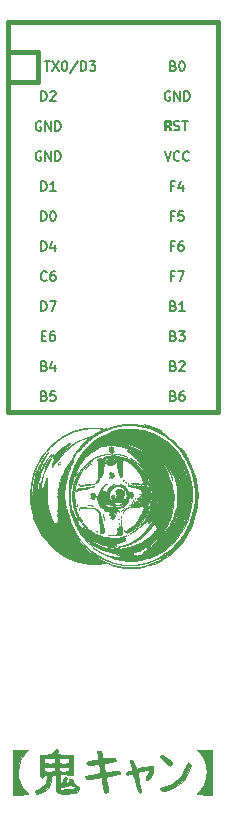
<source format=gbr>
G04 #@! TF.GenerationSoftware,KiCad,Pcbnew,(5.1.4)-1*
G04 #@! TF.CreationDate,2021-02-14T17:08:46-07:00*
G04 #@! TF.ProjectId,ONI-Kyan Shakotan,4f4e492d-4b79-4616-9e20-5368616b6f74,rev?*
G04 #@! TF.SameCoordinates,Original*
G04 #@! TF.FileFunction,Legend,Top*
G04 #@! TF.FilePolarity,Positive*
%FSLAX46Y46*%
G04 Gerber Fmt 4.6, Leading zero omitted, Abs format (unit mm)*
G04 Created by KiCad (PCBNEW (5.1.4)-1) date 2021-02-14 17:08:46*
%MOMM*%
%LPD*%
G04 APERTURE LIST*
%ADD10C,0.010000*%
%ADD11C,0.381000*%
%ADD12C,0.150000*%
G04 APERTURE END LIST*
D10*
G36*
X141554433Y-108162000D02*
G01*
X141668570Y-108172075D01*
X141780901Y-108184219D01*
X141879798Y-108197033D01*
X141953630Y-108209117D01*
X141964289Y-108211307D01*
X142009577Y-108221117D01*
X142040028Y-108228101D01*
X142052315Y-108232099D01*
X142043112Y-108232952D01*
X142009092Y-108230501D01*
X141946928Y-108224585D01*
X141853294Y-108215045D01*
X141724863Y-108201722D01*
X141690750Y-108198178D01*
X141445866Y-108182671D01*
X141176560Y-108183147D01*
X140893665Y-108198732D01*
X140608013Y-108228551D01*
X140330437Y-108271732D01*
X140071770Y-108327400D01*
X140063631Y-108329453D01*
X139720376Y-108428071D01*
X139393975Y-108546530D01*
X139081043Y-108687027D01*
X138778195Y-108851766D01*
X138482044Y-109042945D01*
X138189205Y-109262767D01*
X137896292Y-109513431D01*
X137599919Y-109797139D01*
X137296701Y-110116092D01*
X137270272Y-110145154D01*
X137016330Y-110451297D01*
X136787498Y-110782237D01*
X136582535Y-111140145D01*
X136400196Y-111527192D01*
X136239239Y-111945549D01*
X136238561Y-111947507D01*
X136188699Y-112096340D01*
X136150362Y-112221091D01*
X136124340Y-112318780D01*
X136111421Y-112386428D01*
X136112393Y-112421054D01*
X136112955Y-112422089D01*
X136110061Y-112439553D01*
X136102750Y-112440923D01*
X136088596Y-112451041D01*
X136090612Y-112456629D01*
X136092521Y-112483720D01*
X136085999Y-112533703D01*
X136080973Y-112558437D01*
X136049292Y-112731894D01*
X136024219Y-112935996D01*
X136005888Y-113162851D01*
X135994434Y-113404566D01*
X135989989Y-113653250D01*
X135992690Y-113901009D01*
X136002669Y-114139952D01*
X136020062Y-114362187D01*
X136045003Y-114559822D01*
X136046725Y-114570615D01*
X136084868Y-114785174D01*
X136130783Y-115008716D01*
X136180939Y-115225032D01*
X136229778Y-115410769D01*
X136258219Y-115507331D01*
X136291170Y-115612781D01*
X136326477Y-115720953D01*
X136361989Y-115825680D01*
X136395551Y-115920796D01*
X136425012Y-116000133D01*
X136448219Y-116057525D01*
X136463018Y-116086806D01*
X136466555Y-116089016D01*
X136463427Y-116068887D01*
X136449901Y-116018494D01*
X136427953Y-115944639D01*
X136399558Y-115854123D01*
X136387461Y-115816689D01*
X136342345Y-115669306D01*
X136297985Y-115508068D01*
X136255774Y-115339611D01*
X136231828Y-115234923D01*
X136259058Y-115234923D01*
X136266207Y-115251005D01*
X136272084Y-115247949D01*
X136274422Y-115224761D01*
X136272084Y-115221897D01*
X136260468Y-115224579D01*
X136259058Y-115234923D01*
X136231828Y-115234923D01*
X136217107Y-115170572D01*
X136211893Y-115145372D01*
X136241062Y-115145372D01*
X136244654Y-115170713D01*
X136251324Y-115171016D01*
X136255988Y-115144866D01*
X136252867Y-115133567D01*
X136244191Y-115126166D01*
X136241062Y-115145372D01*
X136211893Y-115145372D01*
X136191676Y-115047679D01*
X136221524Y-115047679D01*
X136225116Y-115073021D01*
X136231786Y-115073324D01*
X136236450Y-115047174D01*
X136233328Y-115035875D01*
X136224652Y-115028474D01*
X136221524Y-115047679D01*
X136191676Y-115047679D01*
X136183379Y-115007587D01*
X136171397Y-114941846D01*
X136203528Y-114941846D01*
X136206598Y-114969583D01*
X136213383Y-114966269D01*
X136215963Y-114926267D01*
X136213383Y-114917423D01*
X136206251Y-114914968D01*
X136203528Y-114941846D01*
X136171397Y-114941846D01*
X136155984Y-114857292D01*
X136151078Y-114824615D01*
X136185437Y-114824615D01*
X136187474Y-114860162D01*
X136192546Y-114864351D01*
X136194373Y-114858808D01*
X136197411Y-114809254D01*
X136194373Y-114790423D01*
X136188709Y-114784342D01*
X136185626Y-114811359D01*
X136185437Y-114824615D01*
X136151078Y-114824615D01*
X136136317Y-114726324D01*
X136132454Y-114687846D01*
X136165899Y-114687846D01*
X136167936Y-114723393D01*
X136173007Y-114727582D01*
X136174834Y-114722038D01*
X136177873Y-114672484D01*
X136174834Y-114653654D01*
X136169171Y-114647573D01*
X136166088Y-114674590D01*
X136165899Y-114687846D01*
X136132454Y-114687846D01*
X136125773Y-114621319D01*
X136124600Y-114565859D01*
X136126912Y-114502231D01*
X136141827Y-114560846D01*
X136149777Y-114589039D01*
X136155078Y-114598538D01*
X136157716Y-114586010D01*
X136157678Y-114548127D01*
X136154949Y-114481559D01*
X136149516Y-114382975D01*
X136141365Y-114249044D01*
X136140482Y-114234887D01*
X136131790Y-114057624D01*
X136129454Y-113893315D01*
X136133561Y-113724737D01*
X136144032Y-113537142D01*
X136152188Y-113409627D01*
X136159474Y-113284126D01*
X136165376Y-113170395D01*
X136169381Y-113078192D01*
X136170865Y-113027077D01*
X136172010Y-112997769D01*
X136317673Y-112997769D01*
X136327443Y-113007538D01*
X136337212Y-112997769D01*
X136327443Y-112988000D01*
X136317673Y-112997769D01*
X136172010Y-112997769D01*
X136174183Y-112942198D01*
X136174422Y-112939154D01*
X136184713Y-112939154D01*
X136186825Y-112972522D01*
X136192942Y-112975460D01*
X136193720Y-112973718D01*
X136197585Y-112934930D01*
X136194444Y-112915103D01*
X136188225Y-112907135D01*
X136184842Y-112933086D01*
X136184713Y-112939154D01*
X136174422Y-112939154D01*
X136179811Y-112870769D01*
X136337212Y-112870769D01*
X136344361Y-112886851D01*
X136350238Y-112883795D01*
X136352576Y-112860607D01*
X136350238Y-112857743D01*
X136338622Y-112860426D01*
X136337212Y-112870769D01*
X136179811Y-112870769D01*
X136180564Y-112861223D01*
X136183453Y-112839833D01*
X136201985Y-112839833D01*
X136205577Y-112865175D01*
X136212247Y-112865477D01*
X136216911Y-112839327D01*
X136213790Y-112828029D01*
X136205114Y-112820628D01*
X136201985Y-112839833D01*
X136183453Y-112839833D01*
X136188512Y-112802385D01*
X136198064Y-112753538D01*
X136219981Y-112753538D01*
X136227130Y-112769621D01*
X136233007Y-112766564D01*
X136235345Y-112743376D01*
X136233007Y-112740513D01*
X136221391Y-112743195D01*
X136219981Y-112753538D01*
X136198064Y-112753538D01*
X136200062Y-112743322D01*
X136215777Y-112663117D01*
X136232288Y-112578970D01*
X136232538Y-112577692D01*
X136277324Y-112381902D01*
X136338391Y-112163497D01*
X136412299Y-111933599D01*
X136495612Y-111703328D01*
X136529921Y-111615795D01*
X136579913Y-111498245D01*
X136639201Y-111370245D01*
X136704507Y-111237831D01*
X136772555Y-111107038D01*
X136840066Y-110983900D01*
X136903762Y-110874452D01*
X136960366Y-110784728D01*
X137006598Y-110720764D01*
X137029667Y-110695742D01*
X137049319Y-110674969D01*
X137041756Y-110673732D01*
X137040597Y-110674286D01*
X137032352Y-110672275D01*
X137049084Y-110649137D01*
X137056060Y-110641582D01*
X137089228Y-110604597D01*
X137137945Y-110547737D01*
X137193220Y-110481539D01*
X137209640Y-110461554D01*
X137259319Y-110403756D01*
X137300144Y-110361666D01*
X137325914Y-110341445D01*
X137330945Y-110341120D01*
X137327421Y-110361188D01*
X137304366Y-110386863D01*
X137273119Y-110419883D01*
X137260973Y-110442091D01*
X137248012Y-110470775D01*
X137220534Y-110516808D01*
X137207520Y-110536534D01*
X137180408Y-110584383D01*
X137169365Y-110620575D01*
X137170894Y-110629181D01*
X137170702Y-110640135D01*
X137162196Y-110636315D01*
X137135036Y-110636470D01*
X137128717Y-110643066D01*
X137129848Y-110661304D01*
X137136925Y-110662923D01*
X137137420Y-110677992D01*
X137120216Y-110717900D01*
X137088876Y-110774699D01*
X137080885Y-110787944D01*
X137028436Y-110876169D01*
X136974421Y-110971387D01*
X136922074Y-111067352D01*
X136874633Y-111157822D01*
X136835332Y-111236553D01*
X136807409Y-111297302D01*
X136794099Y-111333824D01*
X136794106Y-111341253D01*
X136805595Y-111339319D01*
X136806135Y-111334221D01*
X136817160Y-111305367D01*
X136835861Y-111277234D01*
X136851402Y-111260084D01*
X136849805Y-111271933D01*
X136832642Y-111311740D01*
X136808050Y-111354021D01*
X136786006Y-111372958D01*
X136780358Y-111372221D01*
X136770532Y-111373212D01*
X136774997Y-111382885D01*
X136773235Y-111408517D01*
X136758519Y-111462649D01*
X136733201Y-111537828D01*
X136699633Y-111626599D01*
X136692355Y-111644788D01*
X136606221Y-111872436D01*
X136527618Y-112108147D01*
X136459618Y-112341402D01*
X136405295Y-112561684D01*
X136368490Y-112753538D01*
X136367877Y-112771913D01*
X136375773Y-112759696D01*
X136389797Y-112723825D01*
X136407567Y-112671236D01*
X136426700Y-112608867D01*
X136444813Y-112543654D01*
X136455723Y-112499538D01*
X136471371Y-112437890D01*
X136492338Y-112363235D01*
X136498307Y-112343231D01*
X136532597Y-112343231D01*
X136539745Y-112359313D01*
X136545622Y-112356256D01*
X136547961Y-112333069D01*
X136545622Y-112330205D01*
X136534007Y-112332887D01*
X136532597Y-112343231D01*
X136498307Y-112343231D01*
X136515943Y-112284131D01*
X136539504Y-112209131D01*
X136560340Y-112146791D01*
X136575768Y-112105667D01*
X136582874Y-112093918D01*
X136582695Y-112114852D01*
X136575106Y-112160562D01*
X136569897Y-112185147D01*
X136560662Y-112238748D01*
X136559595Y-112272792D01*
X136565161Y-112281819D01*
X136575824Y-112260366D01*
X136583405Y-112233190D01*
X136596367Y-112194899D01*
X136622736Y-112127974D01*
X136659559Y-112039268D01*
X136703887Y-111935636D01*
X136752768Y-111823933D01*
X136803252Y-111711012D01*
X136852388Y-111603729D01*
X136876674Y-111551923D01*
X136970452Y-111366993D01*
X137080014Y-111172967D01*
X137199888Y-110978242D01*
X137324600Y-110791216D01*
X137448675Y-110620287D01*
X137566641Y-110473853D01*
X137614162Y-110420468D01*
X137669958Y-110360077D01*
X137627831Y-110418692D01*
X137349810Y-110833463D01*
X137107615Y-111253902D01*
X136902013Y-111678391D01*
X136733771Y-112105314D01*
X136603657Y-112533054D01*
X136580774Y-112624815D01*
X136542660Y-112789078D01*
X136512314Y-112934394D01*
X136488888Y-113068798D01*
X136471537Y-113200326D01*
X136459417Y-113337015D01*
X136451680Y-113486901D01*
X136447482Y-113658020D01*
X136445977Y-113858410D01*
X136445923Y-113906308D01*
X136446426Y-114098438D01*
X136448544Y-114259169D01*
X136453025Y-114396167D01*
X136460612Y-114517100D01*
X136472052Y-114629635D01*
X136488089Y-114741440D01*
X136509469Y-114860181D01*
X136536938Y-114993526D01*
X136563273Y-115113521D01*
X136588782Y-115219346D01*
X136620288Y-115336685D01*
X136656009Y-115460215D01*
X136694163Y-115584612D01*
X136732971Y-115704551D01*
X136770649Y-115814709D01*
X136805417Y-115909761D01*
X136835493Y-115984384D01*
X136859096Y-116033253D01*
X136874445Y-116051044D01*
X136876661Y-116050141D01*
X136874004Y-116029687D01*
X136860763Y-115980865D01*
X136839357Y-115912155D01*
X136824790Y-115868398D01*
X136773343Y-115702499D01*
X136721818Y-115509420D01*
X136673037Y-115300951D01*
X136629819Y-115088883D01*
X136605600Y-114951995D01*
X136593259Y-114872675D01*
X136583531Y-114797239D01*
X136576107Y-114719497D01*
X136570678Y-114633256D01*
X136566936Y-114532323D01*
X136564573Y-114410506D01*
X136563280Y-114261613D01*
X136562765Y-114091923D01*
X136562786Y-113913952D01*
X136563621Y-113768563D01*
X136565593Y-113649267D01*
X136569027Y-113549570D01*
X136574244Y-113462983D01*
X136581568Y-113383015D01*
X136591323Y-113303174D01*
X136603831Y-113216969D01*
X136607505Y-113193154D01*
X136623997Y-113090716D01*
X136639234Y-113002576D01*
X136651935Y-112935676D01*
X136660817Y-112896958D01*
X136663456Y-112890308D01*
X136667351Y-112901469D01*
X136665516Y-112940877D01*
X136662424Y-112968461D01*
X136657364Y-113021524D01*
X136651756Y-113102998D01*
X136646247Y-113202237D01*
X136641485Y-113308595D01*
X136641039Y-113320154D01*
X136631035Y-113583923D01*
X136669904Y-113408077D01*
X136688172Y-113324037D01*
X136703810Y-113249553D01*
X136714361Y-113196439D01*
X136716677Y-113183385D01*
X136733696Y-113086851D01*
X136751604Y-112999714D01*
X136768418Y-112930588D01*
X136782160Y-112888088D01*
X136786299Y-112880538D01*
X136804532Y-112846221D01*
X136813077Y-112821923D01*
X136817355Y-112818757D01*
X136817823Y-112848125D01*
X136814422Y-112903081D01*
X136811234Y-112976972D01*
X136817139Y-113018738D01*
X136829801Y-113033478D01*
X136843534Y-113048758D01*
X136834115Y-113059782D01*
X136820575Y-113089157D01*
X136817874Y-113134538D01*
X136821295Y-113193389D01*
X136823803Y-113263358D01*
X136824086Y-113276192D01*
X136830373Y-113334465D01*
X136847118Y-113358260D01*
X136853152Y-113359231D01*
X136872158Y-113345266D01*
X136869613Y-113317098D01*
X136867185Y-113287751D01*
X136881211Y-113288944D01*
X136900424Y-113287086D01*
X136903827Y-113271065D01*
X136920845Y-113224958D01*
X136961873Y-113191580D01*
X136996782Y-113183385D01*
X137015435Y-113177147D01*
X137032594Y-113154334D01*
X137051049Y-113108792D01*
X137073591Y-113034368D01*
X137087612Y-112983115D01*
X137121139Y-112863044D01*
X137154339Y-112753053D01*
X137185432Y-112658186D01*
X137212636Y-112583492D01*
X137234170Y-112534015D01*
X137248252Y-112514803D01*
X137251860Y-112517867D01*
X137265912Y-112520765D01*
X137292338Y-112490834D01*
X137306876Y-112468294D01*
X137353012Y-112392077D01*
X137353112Y-112463748D01*
X137354889Y-112518640D01*
X137359107Y-112558405D01*
X137359779Y-112561440D01*
X137361241Y-112576624D01*
X137358151Y-112572808D01*
X137338941Y-112555423D01*
X137327309Y-112566727D01*
X137333249Y-112596405D01*
X137333962Y-112597769D01*
X137341691Y-112634090D01*
X137345095Y-112698765D01*
X137344463Y-112781342D01*
X137340080Y-112871371D01*
X137332235Y-112958402D01*
X137322161Y-113027077D01*
X137318520Y-113058051D01*
X137327391Y-113054650D01*
X137333320Y-113046615D01*
X137341917Y-113046314D01*
X137345434Y-113078890D01*
X137343932Y-113146415D01*
X137338798Y-113232231D01*
X137331513Y-113372294D01*
X137327077Y-113534124D01*
X137325396Y-113708619D01*
X137326373Y-113886678D01*
X137329914Y-114059199D01*
X137335922Y-114217082D01*
X137344304Y-114351226D01*
X137351291Y-114424077D01*
X137418674Y-114861947D01*
X137518093Y-115288038D01*
X137519602Y-115293538D01*
X137557887Y-115424496D01*
X137601582Y-115560040D01*
X137648717Y-115695371D01*
X137697327Y-115825687D01*
X137745445Y-115946191D01*
X137791102Y-116052082D01*
X137832332Y-116138560D01*
X137867168Y-116200825D01*
X137893642Y-116234079D01*
X137906429Y-116237359D01*
X137918115Y-116239763D01*
X137913992Y-116257487D01*
X137912075Y-116284549D01*
X137920440Y-116290000D01*
X137938820Y-116275113D01*
X137939366Y-116270461D01*
X137953888Y-116253547D01*
X137985782Y-116252361D01*
X138017537Y-116265016D01*
X138029992Y-116280231D01*
X138048905Y-116306079D01*
X138058203Y-116309538D01*
X138065204Y-116294251D01*
X138057948Y-116264246D01*
X138057410Y-116260692D01*
X138095673Y-116260692D01*
X138105443Y-116270461D01*
X139150750Y-116270461D01*
X139157899Y-116286544D01*
X139163776Y-116283487D01*
X139166114Y-116260299D01*
X139163776Y-116257436D01*
X139152160Y-116260118D01*
X139150750Y-116270461D01*
X138105443Y-116270461D01*
X138115212Y-116260692D01*
X138105443Y-116250923D01*
X138095673Y-116260692D01*
X138057410Y-116260692D01*
X138051870Y-116224134D01*
X138076522Y-116196618D01*
X138078413Y-116195419D01*
X138109583Y-116182134D01*
X138125752Y-116197322D01*
X138127515Y-116201634D01*
X138147139Y-116229097D01*
X138162525Y-116221615D01*
X139131212Y-116221615D01*
X139140981Y-116231385D01*
X139150750Y-116221615D01*
X139140981Y-116211846D01*
X139131212Y-116221615D01*
X138162525Y-116221615D01*
X138167369Y-116219260D01*
X138178072Y-116192308D01*
X138193366Y-116192308D01*
X138200515Y-116208390D01*
X138206391Y-116205333D01*
X138208730Y-116182146D01*
X138206391Y-116179282D01*
X138194776Y-116181964D01*
X138193366Y-116192308D01*
X138178072Y-116192308D01*
X138181678Y-116183228D01*
X138192366Y-116163000D01*
X139111673Y-116163000D01*
X139121443Y-116172769D01*
X139131212Y-116163000D01*
X139121443Y-116153231D01*
X139111673Y-116163000D01*
X138192366Y-116163000D01*
X138200336Y-116147917D01*
X138223094Y-116146326D01*
X138243231Y-116146923D01*
X138239113Y-116122893D01*
X138237544Y-116114154D01*
X139092135Y-116114154D01*
X139099284Y-116130236D01*
X139105161Y-116127179D01*
X139107499Y-116103992D01*
X139105161Y-116101128D01*
X139093545Y-116103810D01*
X139092135Y-116114154D01*
X138237544Y-116114154D01*
X138234862Y-116099227D01*
X138250754Y-116103626D01*
X138266582Y-116106824D01*
X138263059Y-116080956D01*
X138260425Y-116072639D01*
X138258767Y-116065308D01*
X139072597Y-116065308D01*
X139082366Y-116075077D01*
X139092135Y-116065308D01*
X139082366Y-116055538D01*
X139072597Y-116065308D01*
X138258767Y-116065308D01*
X138249389Y-116023843D01*
X138248382Y-116016461D01*
X139053058Y-116016461D01*
X139060207Y-116032544D01*
X139066084Y-116029487D01*
X139068422Y-116006299D01*
X139066084Y-116003436D01*
X139054468Y-116006118D01*
X139053058Y-116016461D01*
X138248382Y-116016461D01*
X138240494Y-115958690D01*
X138240421Y-115957846D01*
X139033520Y-115957846D01*
X139040668Y-115973928D01*
X139046545Y-115970872D01*
X139048884Y-115947684D01*
X139046545Y-115944820D01*
X139034930Y-115947502D01*
X139033520Y-115957846D01*
X138240421Y-115957846D01*
X138238714Y-115938308D01*
X138235451Y-115899231D01*
X139013981Y-115899231D01*
X139021130Y-115915313D01*
X139027007Y-115912256D01*
X139029345Y-115889069D01*
X139027007Y-115886205D01*
X139015391Y-115888887D01*
X139013981Y-115899231D01*
X138235451Y-115899231D01*
X138229604Y-115829218D01*
X138995985Y-115829218D01*
X138999577Y-115854560D01*
X139006247Y-115854862D01*
X139010911Y-115828712D01*
X139007790Y-115817413D01*
X138999114Y-115810013D01*
X138995985Y-115829218D01*
X138229604Y-115829218D01*
X138228627Y-115817520D01*
X138221010Y-115752692D01*
X138271520Y-115752692D01*
X138281289Y-115762461D01*
X138974904Y-115762461D01*
X138982053Y-115778544D01*
X138987930Y-115775487D01*
X138990268Y-115752299D01*
X138987930Y-115749436D01*
X138976314Y-115752118D01*
X138974904Y-115762461D01*
X138281289Y-115762461D01*
X138291058Y-115752692D01*
X138281289Y-115742923D01*
X138271520Y-115752692D01*
X138221010Y-115752692D01*
X138217952Y-115726673D01*
X138205609Y-115656632D01*
X138205254Y-115655000D01*
X138198605Y-115619910D01*
X138202581Y-115620382D01*
X138211086Y-115638347D01*
X138235176Y-115677607D01*
X138252561Y-115694435D01*
X138265761Y-115697257D01*
X138256077Y-115672447D01*
X138254598Y-115669658D01*
X138240707Y-115635626D01*
X138940366Y-115635626D01*
X138946992Y-115673143D01*
X138958974Y-115708044D01*
X138968432Y-115716831D01*
X138970365Y-115693912D01*
X138963739Y-115656395D01*
X138951757Y-115621495D01*
X138942299Y-115612708D01*
X138940366Y-115635626D01*
X138240707Y-115635626D01*
X138236320Y-115624881D01*
X138218353Y-115565186D01*
X138215831Y-115554954D01*
X138200637Y-115495141D01*
X138186459Y-115445988D01*
X138184507Y-115440077D01*
X138181387Y-115423378D01*
X138195059Y-115441373D01*
X138200202Y-115449846D01*
X138230029Y-115484929D01*
X138254169Y-115486365D01*
X138270436Y-115459431D01*
X138276644Y-115409399D01*
X138270608Y-115341545D01*
X138261906Y-115300975D01*
X138250316Y-115240498D01*
X138250778Y-115201877D01*
X138255316Y-115194194D01*
X138262938Y-115168412D01*
X138257933Y-115115568D01*
X138254117Y-115096502D01*
X138244555Y-115025246D01*
X138242984Y-114980923D01*
X138251981Y-114980923D01*
X138259130Y-114997005D01*
X138265007Y-114993949D01*
X138267345Y-114970761D01*
X138265007Y-114967897D01*
X138253391Y-114970579D01*
X138251981Y-114980923D01*
X138242984Y-114980923D01*
X138241557Y-114940711D01*
X138243144Y-114898792D01*
X138244412Y-114835339D01*
X138239067Y-114790012D01*
X138231727Y-114775327D01*
X138221606Y-114751096D01*
X138224797Y-114743025D01*
X138242878Y-114736788D01*
X138253925Y-114749260D01*
X138260809Y-114747158D01*
X138261212Y-114713328D01*
X138256745Y-114668308D01*
X138248999Y-114586673D01*
X138243832Y-114491850D01*
X138242590Y-114433846D01*
X138239587Y-114366382D01*
X138232117Y-114315148D01*
X138222673Y-114292491D01*
X138218004Y-114279837D01*
X138229648Y-114277838D01*
X138246885Y-114264721D01*
X138242382Y-114243346D01*
X138235354Y-114203578D01*
X138231480Y-114132129D01*
X138230569Y-114036248D01*
X138231682Y-113968530D01*
X138696852Y-113968530D01*
X138723329Y-114449452D01*
X138781824Y-114924908D01*
X138871497Y-115386238D01*
X138897731Y-115494556D01*
X138914600Y-115557113D01*
X138924475Y-115584749D01*
X138927625Y-115580939D01*
X138924316Y-115549157D01*
X138914818Y-115492879D01*
X138899396Y-115415580D01*
X138887415Y-115360570D01*
X138827774Y-115073859D01*
X138782878Y-114807351D01*
X138751583Y-114549317D01*
X138732747Y-114288027D01*
X138725226Y-114011749D01*
X138727608Y-113720692D01*
X138733997Y-113502575D01*
X138743445Y-113312915D01*
X138756950Y-113141148D01*
X138775506Y-112976709D01*
X138800112Y-112809033D01*
X138829614Y-112639205D01*
X138919187Y-112233452D01*
X139038777Y-111821042D01*
X139184376Y-111414535D01*
X139327852Y-111078115D01*
X139359433Y-111007590D01*
X139382174Y-110952731D01*
X139392925Y-110921359D01*
X139392771Y-110916923D01*
X139379377Y-110934036D01*
X139354112Y-110981321D01*
X139319686Y-111052692D01*
X139278810Y-111142068D01*
X139234194Y-111243364D01*
X139188549Y-111350497D01*
X139144585Y-111457383D01*
X139105011Y-111557938D01*
X139092844Y-111590125D01*
X138953233Y-112002839D01*
X138845803Y-112409743D01*
X138768474Y-112820978D01*
X138719168Y-113246688D01*
X138703235Y-113490800D01*
X138696852Y-113968530D01*
X138231682Y-113968530D01*
X138232428Y-113923188D01*
X138236868Y-113800201D01*
X138243696Y-113674537D01*
X138251176Y-113574154D01*
X138271520Y-113574154D01*
X138278668Y-113590236D01*
X138284545Y-113587179D01*
X138286884Y-113563992D01*
X138284545Y-113561128D01*
X138272930Y-113563810D01*
X138271520Y-113574154D01*
X138251176Y-113574154D01*
X138252720Y-113553448D01*
X138261436Y-113466692D01*
X138295985Y-113466692D01*
X138297558Y-113506904D01*
X138301986Y-113517283D01*
X138304483Y-113510882D01*
X138308122Y-113463961D01*
X138304877Y-113432728D01*
X138299730Y-113421899D01*
X138296492Y-113445383D01*
X138295985Y-113466692D01*
X138261436Y-113466692D01*
X138263400Y-113447154D01*
X138278215Y-113325969D01*
X138300666Y-113325969D01*
X138303839Y-113350264D01*
X138313074Y-113370291D01*
X138319910Y-113369664D01*
X138325981Y-113343156D01*
X138332922Y-113285541D01*
X138337215Y-113243583D01*
X138341880Y-113181827D01*
X138341985Y-113141133D01*
X138337596Y-113130334D01*
X138324413Y-113160115D01*
X138312249Y-113213168D01*
X138303526Y-113273712D01*
X138300666Y-113325969D01*
X138278215Y-113325969D01*
X138280051Y-113310955D01*
X138294956Y-113200086D01*
X138307652Y-113117319D01*
X138317679Y-113065429D01*
X138324574Y-113047189D01*
X138327689Y-113061269D01*
X138334242Y-113099221D01*
X138346908Y-113100173D01*
X138364700Y-113065549D01*
X138386630Y-112996776D01*
X138395473Y-112963439D01*
X138414027Y-112888698D01*
X138429052Y-112824769D01*
X138437506Y-112784634D01*
X138437806Y-112782846D01*
X138444722Y-112746248D01*
X138447991Y-112734000D01*
X138454309Y-112707654D01*
X138454775Y-112704692D01*
X138462586Y-112674365D01*
X138478557Y-112622113D01*
X138497906Y-112562879D01*
X138515851Y-112511609D01*
X138520432Y-112499538D01*
X138533104Y-112464866D01*
X138536044Y-112455577D01*
X138545058Y-112431154D01*
X138554022Y-112406731D01*
X138563818Y-112379650D01*
X138580888Y-112337074D01*
X138597171Y-112292736D01*
X138603673Y-112265425D01*
X138610835Y-112239003D01*
X138629051Y-112190509D01*
X138641532Y-112160457D01*
X138662971Y-112102027D01*
X138664448Y-112070790D01*
X138656186Y-112062688D01*
X138650603Y-112054212D01*
X138665083Y-112051696D01*
X138694519Y-112036767D01*
X138714309Y-112006535D01*
X138713800Y-111978404D01*
X138711595Y-111975716D01*
X138702122Y-111980459D01*
X138701366Y-111988282D01*
X138688175Y-112009789D01*
X138681662Y-112011077D01*
X138674274Y-111997849D01*
X138685572Y-111973264D01*
X138710840Y-111948185D01*
X138727834Y-111946975D01*
X138737880Y-111946243D01*
X138734692Y-111939426D01*
X138734593Y-111910327D01*
X138750747Y-111866691D01*
X138751212Y-111865789D01*
X138771433Y-111818637D01*
X138779520Y-111784151D01*
X138788761Y-111759589D01*
X138795439Y-111757077D01*
X138813140Y-111741138D01*
X138837546Y-111701468D01*
X138844617Y-111687334D01*
X138860812Y-111647065D01*
X138861828Y-111629105D01*
X138857857Y-111629964D01*
X138852535Y-111622880D01*
X138859605Y-111594507D01*
X138861021Y-111591000D01*
X138896750Y-111591000D01*
X138906520Y-111600769D01*
X138916289Y-111591000D01*
X138906520Y-111581231D01*
X138896750Y-111591000D01*
X138861021Y-111591000D01*
X138874120Y-111558578D01*
X138891131Y-111528822D01*
X138896536Y-111522615D01*
X138917962Y-111495492D01*
X138948019Y-111450012D01*
X138979107Y-111398730D01*
X139003624Y-111354201D01*
X139013969Y-111328980D01*
X139013981Y-111328620D01*
X139020277Y-111317461D01*
X139033520Y-111317461D01*
X139043289Y-111327231D01*
X139053058Y-111317461D01*
X139043289Y-111307692D01*
X139033520Y-111317461D01*
X139020277Y-111317461D01*
X139028554Y-111302793D01*
X139039930Y-111294009D01*
X139063069Y-111270862D01*
X139099817Y-111224455D01*
X139142624Y-111164385D01*
X139146887Y-111158084D01*
X139193443Y-111093165D01*
X139238501Y-111037324D01*
X139272518Y-111002367D01*
X139273254Y-111001776D01*
X139290033Y-110987129D01*
X139307740Y-110967675D01*
X139329222Y-110939036D01*
X139357328Y-110896834D01*
X139363087Y-110887615D01*
X139404750Y-110887615D01*
X139414520Y-110897385D01*
X139424289Y-110887615D01*
X139414520Y-110877846D01*
X139404750Y-110887615D01*
X139363087Y-110887615D01*
X139387501Y-110848538D01*
X139424289Y-110848538D01*
X139434058Y-110858308D01*
X139443827Y-110848538D01*
X139434058Y-110838769D01*
X139424289Y-110848538D01*
X139387501Y-110848538D01*
X139394904Y-110836689D01*
X139411377Y-110809461D01*
X139443827Y-110809461D01*
X139453597Y-110819231D01*
X139463366Y-110809461D01*
X139453597Y-110799692D01*
X139443827Y-110809461D01*
X139411377Y-110809461D01*
X139435019Y-110770385D01*
X139463366Y-110770385D01*
X139473135Y-110780154D01*
X139482904Y-110770385D01*
X139473135Y-110760615D01*
X139463366Y-110770385D01*
X139435019Y-110770385D01*
X139444797Y-110754224D01*
X139509855Y-110645058D01*
X139557778Y-110564204D01*
X139809212Y-110176600D01*
X140092035Y-109808653D01*
X140403279Y-109463157D01*
X140739979Y-109142905D01*
X141099168Y-108850690D01*
X141477881Y-108589305D01*
X141873152Y-108361543D01*
X141925212Y-108334745D01*
X142003292Y-108295997D01*
X142069099Y-108265013D01*
X142114511Y-108245518D01*
X142130366Y-108240677D01*
X142121424Y-108249165D01*
X142083395Y-108272328D01*
X142021921Y-108306925D01*
X141942644Y-108349717D01*
X141915443Y-108364084D01*
X141515334Y-108596319D01*
X141136532Y-108860962D01*
X140780229Y-109156917D01*
X140447619Y-109483089D01*
X140139896Y-109838381D01*
X139858252Y-110221698D01*
X139805267Y-110301461D01*
X139550655Y-110726678D01*
X139330975Y-111168153D01*
X139146596Y-111623911D01*
X138997890Y-112091976D01*
X138885224Y-112570372D01*
X138808970Y-113057124D01*
X138769496Y-113550257D01*
X138767174Y-114047795D01*
X138802372Y-114547762D01*
X138875460Y-115048183D01*
X138896385Y-115156769D01*
X139013234Y-115642739D01*
X139164639Y-116111491D01*
X139350089Y-116562057D01*
X139569072Y-116993469D01*
X139821079Y-117404758D01*
X140105597Y-117794956D01*
X140422116Y-118163095D01*
X140557520Y-118303907D01*
X140907520Y-118630891D01*
X141273053Y-118922055D01*
X141654581Y-119177636D01*
X142052565Y-119397866D01*
X142467467Y-119582982D01*
X142899748Y-119733217D01*
X143349869Y-119848807D01*
X143732520Y-119917889D01*
X143869710Y-119933429D01*
X144035403Y-119944585D01*
X144220254Y-119951365D01*
X144414919Y-119953781D01*
X144610052Y-119951843D01*
X144796309Y-119945560D01*
X144964345Y-119934942D01*
X145104816Y-119920001D01*
X145129520Y-119916380D01*
X145592610Y-119826585D01*
X146034622Y-119704113D01*
X146456889Y-119548299D01*
X146860749Y-119358475D01*
X147247535Y-119133974D01*
X147618584Y-118874129D01*
X147975231Y-118578274D01*
X148165401Y-118400285D01*
X148504407Y-118043171D01*
X148810585Y-117664885D01*
X149083884Y-117265535D01*
X149324250Y-116845229D01*
X149531632Y-116404073D01*
X149705977Y-115942176D01*
X149847233Y-115459644D01*
X149955347Y-114956586D01*
X150007715Y-114619461D01*
X150020984Y-114500873D01*
X150030804Y-114367859D01*
X150037469Y-114213999D01*
X150041271Y-114032874D01*
X150042462Y-113857461D01*
X150043064Y-113705289D01*
X150044262Y-113590532D01*
X150046134Y-113511531D01*
X150048757Y-113466626D01*
X150052210Y-113454160D01*
X150056570Y-113472473D01*
X150059487Y-113496000D01*
X150066409Y-113594957D01*
X150069646Y-113724387D01*
X150069483Y-113875887D01*
X150066208Y-114041055D01*
X150060105Y-114211488D01*
X150051461Y-114378785D01*
X150040562Y-114534543D01*
X150027693Y-114670360D01*
X150016597Y-114756231D01*
X149927113Y-115236843D01*
X149806559Y-115708138D01*
X149656630Y-116165214D01*
X149479019Y-116603170D01*
X149275422Y-117017106D01*
X149171427Y-117201636D01*
X148953663Y-117548799D01*
X148725171Y-117866453D01*
X148478740Y-118164010D01*
X148236563Y-118421490D01*
X147897259Y-118735771D01*
X147537805Y-119016627D01*
X147158649Y-119263841D01*
X146760240Y-119477193D01*
X146343026Y-119656466D01*
X145907455Y-119801443D01*
X145453976Y-119911905D01*
X145025320Y-119982350D01*
X144824381Y-120002512D01*
X144602725Y-120015053D01*
X144372785Y-120019868D01*
X144146996Y-120016853D01*
X143937792Y-120005903D01*
X143800904Y-119992623D01*
X143387478Y-119928648D01*
X142999246Y-119839929D01*
X142629909Y-119724854D01*
X142388825Y-119631766D01*
X142236976Y-119568461D01*
X142105517Y-119599337D01*
X141977564Y-119626017D01*
X141847237Y-119645669D01*
X141705949Y-119659050D01*
X141545115Y-119666918D01*
X141356148Y-119670030D01*
X141302869Y-119670154D01*
X140886487Y-119654489D01*
X140473979Y-119608294D01*
X140070716Y-119532770D01*
X139682072Y-119429116D01*
X139313419Y-119298534D01*
X138993827Y-119154283D01*
X138615669Y-118941897D01*
X138254012Y-118695555D01*
X137910681Y-118417516D01*
X137587498Y-118110037D01*
X137286285Y-117775379D01*
X137008866Y-117415799D01*
X136757063Y-117033557D01*
X136555040Y-116671000D01*
X139326597Y-116671000D01*
X139336366Y-116680769D01*
X139346135Y-116671000D01*
X139336366Y-116661231D01*
X139326597Y-116671000D01*
X136555040Y-116671000D01*
X136533265Y-116631923D01*
X139307058Y-116631923D01*
X139316827Y-116641692D01*
X139326597Y-116631923D01*
X139316827Y-116622154D01*
X139307058Y-116631923D01*
X136533265Y-116631923D01*
X136532700Y-116630910D01*
X136496935Y-116553769D01*
X139267981Y-116553769D01*
X139277750Y-116563538D01*
X139287520Y-116553769D01*
X139277750Y-116544000D01*
X139267981Y-116553769D01*
X136496935Y-116553769D01*
X136478817Y-116514692D01*
X139248443Y-116514692D01*
X139258212Y-116524461D01*
X139267981Y-116514692D01*
X139258212Y-116504923D01*
X139248443Y-116514692D01*
X136478817Y-116514692D01*
X136451640Y-116456077D01*
X139228904Y-116456077D01*
X139238673Y-116465846D01*
X139248443Y-116456077D01*
X139238673Y-116446308D01*
X139228904Y-116456077D01*
X136451640Y-116456077D01*
X136433522Y-116417000D01*
X139209366Y-116417000D01*
X139219135Y-116426769D01*
X139228904Y-116417000D01*
X139219135Y-116407231D01*
X139209366Y-116417000D01*
X136433522Y-116417000D01*
X136406345Y-116358385D01*
X139189827Y-116358385D01*
X139199597Y-116368154D01*
X139209366Y-116358385D01*
X139199597Y-116348615D01*
X139189827Y-116358385D01*
X136406345Y-116358385D01*
X136388226Y-116319308D01*
X137919827Y-116319308D01*
X137929597Y-116329077D01*
X137939366Y-116319308D01*
X139170289Y-116319308D01*
X139180058Y-116329077D01*
X139189827Y-116319308D01*
X139180058Y-116309538D01*
X139170289Y-116319308D01*
X137939366Y-116319308D01*
X137929597Y-116309538D01*
X137919827Y-116319308D01*
X136388226Y-116319308D01*
X136379167Y-116299769D01*
X137958904Y-116299769D01*
X137968673Y-116309538D01*
X137978443Y-116299769D01*
X137997981Y-116299769D01*
X138007750Y-116309538D01*
X138017520Y-116299769D01*
X138007750Y-116290000D01*
X137997981Y-116299769D01*
X137978443Y-116299769D01*
X137968673Y-116290000D01*
X137958904Y-116299769D01*
X136379167Y-116299769D01*
X136361048Y-116260692D01*
X136532597Y-116260692D01*
X136542366Y-116270461D01*
X136552135Y-116260692D01*
X136542366Y-116250923D01*
X136532597Y-116260692D01*
X136361048Y-116260692D01*
X136342929Y-116221615D01*
X136513058Y-116221615D01*
X136522827Y-116231385D01*
X136532597Y-116221615D01*
X136522827Y-116211846D01*
X136513058Y-116221615D01*
X136342929Y-116221615D01*
X136337598Y-116210119D01*
X136323570Y-116172769D01*
X136493520Y-116172769D01*
X136500668Y-116188851D01*
X136506545Y-116185795D01*
X136508884Y-116162607D01*
X136506545Y-116159743D01*
X136494930Y-116162426D01*
X136493520Y-116172769D01*
X136323570Y-116172769D01*
X136305223Y-116123923D01*
X136473981Y-116123923D01*
X136483750Y-116133692D01*
X136493520Y-116123923D01*
X136483750Y-116114154D01*
X136473981Y-116123923D01*
X136305223Y-116123923D01*
X136298107Y-116104977D01*
X136889342Y-116104977D01*
X136893255Y-116112854D01*
X136911885Y-116133054D01*
X136915312Y-116118808D01*
X136910570Y-116103542D01*
X136896185Y-116082264D01*
X136889688Y-116082703D01*
X136889342Y-116104977D01*
X136298107Y-116104977D01*
X136173582Y-115773441D01*
X136114634Y-115586615D01*
X136021559Y-115219759D01*
X135952868Y-114829473D01*
X135909013Y-114423226D01*
X135890449Y-114008481D01*
X135897632Y-113592706D01*
X135931014Y-113183365D01*
X135956625Y-112990377D01*
X136045185Y-112530927D01*
X136171190Y-112076970D01*
X136333049Y-111632128D01*
X136529176Y-111200018D01*
X136757982Y-110784261D01*
X137017879Y-110388477D01*
X137209327Y-110135385D01*
X137302622Y-110024581D01*
X137417471Y-109897174D01*
X137545556Y-109761688D01*
X137678559Y-109626652D01*
X137808162Y-109500592D01*
X137926046Y-109392036D01*
X137980522Y-109344855D01*
X138300187Y-109099281D01*
X138644123Y-108878628D01*
X139008008Y-108684327D01*
X139387519Y-108517809D01*
X139778333Y-108380504D01*
X140176127Y-108273843D01*
X140576579Y-108199258D01*
X140975366Y-108158177D01*
X141368165Y-108152034D01*
X141554433Y-108162000D01*
X141554433Y-108162000D01*
G37*
X141554433Y-108162000D02*
X141668570Y-108172075D01*
X141780901Y-108184219D01*
X141879798Y-108197033D01*
X141953630Y-108209117D01*
X141964289Y-108211307D01*
X142009577Y-108221117D01*
X142040028Y-108228101D01*
X142052315Y-108232099D01*
X142043112Y-108232952D01*
X142009092Y-108230501D01*
X141946928Y-108224585D01*
X141853294Y-108215045D01*
X141724863Y-108201722D01*
X141690750Y-108198178D01*
X141445866Y-108182671D01*
X141176560Y-108183147D01*
X140893665Y-108198732D01*
X140608013Y-108228551D01*
X140330437Y-108271732D01*
X140071770Y-108327400D01*
X140063631Y-108329453D01*
X139720376Y-108428071D01*
X139393975Y-108546530D01*
X139081043Y-108687027D01*
X138778195Y-108851766D01*
X138482044Y-109042945D01*
X138189205Y-109262767D01*
X137896292Y-109513431D01*
X137599919Y-109797139D01*
X137296701Y-110116092D01*
X137270272Y-110145154D01*
X137016330Y-110451297D01*
X136787498Y-110782237D01*
X136582535Y-111140145D01*
X136400196Y-111527192D01*
X136239239Y-111945549D01*
X136238561Y-111947507D01*
X136188699Y-112096340D01*
X136150362Y-112221091D01*
X136124340Y-112318780D01*
X136111421Y-112386428D01*
X136112393Y-112421054D01*
X136112955Y-112422089D01*
X136110061Y-112439553D01*
X136102750Y-112440923D01*
X136088596Y-112451041D01*
X136090612Y-112456629D01*
X136092521Y-112483720D01*
X136085999Y-112533703D01*
X136080973Y-112558437D01*
X136049292Y-112731894D01*
X136024219Y-112935996D01*
X136005888Y-113162851D01*
X135994434Y-113404566D01*
X135989989Y-113653250D01*
X135992690Y-113901009D01*
X136002669Y-114139952D01*
X136020062Y-114362187D01*
X136045003Y-114559822D01*
X136046725Y-114570615D01*
X136084868Y-114785174D01*
X136130783Y-115008716D01*
X136180939Y-115225032D01*
X136229778Y-115410769D01*
X136258219Y-115507331D01*
X136291170Y-115612781D01*
X136326477Y-115720953D01*
X136361989Y-115825680D01*
X136395551Y-115920796D01*
X136425012Y-116000133D01*
X136448219Y-116057525D01*
X136463018Y-116086806D01*
X136466555Y-116089016D01*
X136463427Y-116068887D01*
X136449901Y-116018494D01*
X136427953Y-115944639D01*
X136399558Y-115854123D01*
X136387461Y-115816689D01*
X136342345Y-115669306D01*
X136297985Y-115508068D01*
X136255774Y-115339611D01*
X136231828Y-115234923D01*
X136259058Y-115234923D01*
X136266207Y-115251005D01*
X136272084Y-115247949D01*
X136274422Y-115224761D01*
X136272084Y-115221897D01*
X136260468Y-115224579D01*
X136259058Y-115234923D01*
X136231828Y-115234923D01*
X136217107Y-115170572D01*
X136211893Y-115145372D01*
X136241062Y-115145372D01*
X136244654Y-115170713D01*
X136251324Y-115171016D01*
X136255988Y-115144866D01*
X136252867Y-115133567D01*
X136244191Y-115126166D01*
X136241062Y-115145372D01*
X136211893Y-115145372D01*
X136191676Y-115047679D01*
X136221524Y-115047679D01*
X136225116Y-115073021D01*
X136231786Y-115073324D01*
X136236450Y-115047174D01*
X136233328Y-115035875D01*
X136224652Y-115028474D01*
X136221524Y-115047679D01*
X136191676Y-115047679D01*
X136183379Y-115007587D01*
X136171397Y-114941846D01*
X136203528Y-114941846D01*
X136206598Y-114969583D01*
X136213383Y-114966269D01*
X136215963Y-114926267D01*
X136213383Y-114917423D01*
X136206251Y-114914968D01*
X136203528Y-114941846D01*
X136171397Y-114941846D01*
X136155984Y-114857292D01*
X136151078Y-114824615D01*
X136185437Y-114824615D01*
X136187474Y-114860162D01*
X136192546Y-114864351D01*
X136194373Y-114858808D01*
X136197411Y-114809254D01*
X136194373Y-114790423D01*
X136188709Y-114784342D01*
X136185626Y-114811359D01*
X136185437Y-114824615D01*
X136151078Y-114824615D01*
X136136317Y-114726324D01*
X136132454Y-114687846D01*
X136165899Y-114687846D01*
X136167936Y-114723393D01*
X136173007Y-114727582D01*
X136174834Y-114722038D01*
X136177873Y-114672484D01*
X136174834Y-114653654D01*
X136169171Y-114647573D01*
X136166088Y-114674590D01*
X136165899Y-114687846D01*
X136132454Y-114687846D01*
X136125773Y-114621319D01*
X136124600Y-114565859D01*
X136126912Y-114502231D01*
X136141827Y-114560846D01*
X136149777Y-114589039D01*
X136155078Y-114598538D01*
X136157716Y-114586010D01*
X136157678Y-114548127D01*
X136154949Y-114481559D01*
X136149516Y-114382975D01*
X136141365Y-114249044D01*
X136140482Y-114234887D01*
X136131790Y-114057624D01*
X136129454Y-113893315D01*
X136133561Y-113724737D01*
X136144032Y-113537142D01*
X136152188Y-113409627D01*
X136159474Y-113284126D01*
X136165376Y-113170395D01*
X136169381Y-113078192D01*
X136170865Y-113027077D01*
X136172010Y-112997769D01*
X136317673Y-112997769D01*
X136327443Y-113007538D01*
X136337212Y-112997769D01*
X136327443Y-112988000D01*
X136317673Y-112997769D01*
X136172010Y-112997769D01*
X136174183Y-112942198D01*
X136174422Y-112939154D01*
X136184713Y-112939154D01*
X136186825Y-112972522D01*
X136192942Y-112975460D01*
X136193720Y-112973718D01*
X136197585Y-112934930D01*
X136194444Y-112915103D01*
X136188225Y-112907135D01*
X136184842Y-112933086D01*
X136184713Y-112939154D01*
X136174422Y-112939154D01*
X136179811Y-112870769D01*
X136337212Y-112870769D01*
X136344361Y-112886851D01*
X136350238Y-112883795D01*
X136352576Y-112860607D01*
X136350238Y-112857743D01*
X136338622Y-112860426D01*
X136337212Y-112870769D01*
X136179811Y-112870769D01*
X136180564Y-112861223D01*
X136183453Y-112839833D01*
X136201985Y-112839833D01*
X136205577Y-112865175D01*
X136212247Y-112865477D01*
X136216911Y-112839327D01*
X136213790Y-112828029D01*
X136205114Y-112820628D01*
X136201985Y-112839833D01*
X136183453Y-112839833D01*
X136188512Y-112802385D01*
X136198064Y-112753538D01*
X136219981Y-112753538D01*
X136227130Y-112769621D01*
X136233007Y-112766564D01*
X136235345Y-112743376D01*
X136233007Y-112740513D01*
X136221391Y-112743195D01*
X136219981Y-112753538D01*
X136198064Y-112753538D01*
X136200062Y-112743322D01*
X136215777Y-112663117D01*
X136232288Y-112578970D01*
X136232538Y-112577692D01*
X136277324Y-112381902D01*
X136338391Y-112163497D01*
X136412299Y-111933599D01*
X136495612Y-111703328D01*
X136529921Y-111615795D01*
X136579913Y-111498245D01*
X136639201Y-111370245D01*
X136704507Y-111237831D01*
X136772555Y-111107038D01*
X136840066Y-110983900D01*
X136903762Y-110874452D01*
X136960366Y-110784728D01*
X137006598Y-110720764D01*
X137029667Y-110695742D01*
X137049319Y-110674969D01*
X137041756Y-110673732D01*
X137040597Y-110674286D01*
X137032352Y-110672275D01*
X137049084Y-110649137D01*
X137056060Y-110641582D01*
X137089228Y-110604597D01*
X137137945Y-110547737D01*
X137193220Y-110481539D01*
X137209640Y-110461554D01*
X137259319Y-110403756D01*
X137300144Y-110361666D01*
X137325914Y-110341445D01*
X137330945Y-110341120D01*
X137327421Y-110361188D01*
X137304366Y-110386863D01*
X137273119Y-110419883D01*
X137260973Y-110442091D01*
X137248012Y-110470775D01*
X137220534Y-110516808D01*
X137207520Y-110536534D01*
X137180408Y-110584383D01*
X137169365Y-110620575D01*
X137170894Y-110629181D01*
X137170702Y-110640135D01*
X137162196Y-110636315D01*
X137135036Y-110636470D01*
X137128717Y-110643066D01*
X137129848Y-110661304D01*
X137136925Y-110662923D01*
X137137420Y-110677992D01*
X137120216Y-110717900D01*
X137088876Y-110774699D01*
X137080885Y-110787944D01*
X137028436Y-110876169D01*
X136974421Y-110971387D01*
X136922074Y-111067352D01*
X136874633Y-111157822D01*
X136835332Y-111236553D01*
X136807409Y-111297302D01*
X136794099Y-111333824D01*
X136794106Y-111341253D01*
X136805595Y-111339319D01*
X136806135Y-111334221D01*
X136817160Y-111305367D01*
X136835861Y-111277234D01*
X136851402Y-111260084D01*
X136849805Y-111271933D01*
X136832642Y-111311740D01*
X136808050Y-111354021D01*
X136786006Y-111372958D01*
X136780358Y-111372221D01*
X136770532Y-111373212D01*
X136774997Y-111382885D01*
X136773235Y-111408517D01*
X136758519Y-111462649D01*
X136733201Y-111537828D01*
X136699633Y-111626599D01*
X136692355Y-111644788D01*
X136606221Y-111872436D01*
X136527618Y-112108147D01*
X136459618Y-112341402D01*
X136405295Y-112561684D01*
X136368490Y-112753538D01*
X136367877Y-112771913D01*
X136375773Y-112759696D01*
X136389797Y-112723825D01*
X136407567Y-112671236D01*
X136426700Y-112608867D01*
X136444813Y-112543654D01*
X136455723Y-112499538D01*
X136471371Y-112437890D01*
X136492338Y-112363235D01*
X136498307Y-112343231D01*
X136532597Y-112343231D01*
X136539745Y-112359313D01*
X136545622Y-112356256D01*
X136547961Y-112333069D01*
X136545622Y-112330205D01*
X136534007Y-112332887D01*
X136532597Y-112343231D01*
X136498307Y-112343231D01*
X136515943Y-112284131D01*
X136539504Y-112209131D01*
X136560340Y-112146791D01*
X136575768Y-112105667D01*
X136582874Y-112093918D01*
X136582695Y-112114852D01*
X136575106Y-112160562D01*
X136569897Y-112185147D01*
X136560662Y-112238748D01*
X136559595Y-112272792D01*
X136565161Y-112281819D01*
X136575824Y-112260366D01*
X136583405Y-112233190D01*
X136596367Y-112194899D01*
X136622736Y-112127974D01*
X136659559Y-112039268D01*
X136703887Y-111935636D01*
X136752768Y-111823933D01*
X136803252Y-111711012D01*
X136852388Y-111603729D01*
X136876674Y-111551923D01*
X136970452Y-111366993D01*
X137080014Y-111172967D01*
X137199888Y-110978242D01*
X137324600Y-110791216D01*
X137448675Y-110620287D01*
X137566641Y-110473853D01*
X137614162Y-110420468D01*
X137669958Y-110360077D01*
X137627831Y-110418692D01*
X137349810Y-110833463D01*
X137107615Y-111253902D01*
X136902013Y-111678391D01*
X136733771Y-112105314D01*
X136603657Y-112533054D01*
X136580774Y-112624815D01*
X136542660Y-112789078D01*
X136512314Y-112934394D01*
X136488888Y-113068798D01*
X136471537Y-113200326D01*
X136459417Y-113337015D01*
X136451680Y-113486901D01*
X136447482Y-113658020D01*
X136445977Y-113858410D01*
X136445923Y-113906308D01*
X136446426Y-114098438D01*
X136448544Y-114259169D01*
X136453025Y-114396167D01*
X136460612Y-114517100D01*
X136472052Y-114629635D01*
X136488089Y-114741440D01*
X136509469Y-114860181D01*
X136536938Y-114993526D01*
X136563273Y-115113521D01*
X136588782Y-115219346D01*
X136620288Y-115336685D01*
X136656009Y-115460215D01*
X136694163Y-115584612D01*
X136732971Y-115704551D01*
X136770649Y-115814709D01*
X136805417Y-115909761D01*
X136835493Y-115984384D01*
X136859096Y-116033253D01*
X136874445Y-116051044D01*
X136876661Y-116050141D01*
X136874004Y-116029687D01*
X136860763Y-115980865D01*
X136839357Y-115912155D01*
X136824790Y-115868398D01*
X136773343Y-115702499D01*
X136721818Y-115509420D01*
X136673037Y-115300951D01*
X136629819Y-115088883D01*
X136605600Y-114951995D01*
X136593259Y-114872675D01*
X136583531Y-114797239D01*
X136576107Y-114719497D01*
X136570678Y-114633256D01*
X136566936Y-114532323D01*
X136564573Y-114410506D01*
X136563280Y-114261613D01*
X136562765Y-114091923D01*
X136562786Y-113913952D01*
X136563621Y-113768563D01*
X136565593Y-113649267D01*
X136569027Y-113549570D01*
X136574244Y-113462983D01*
X136581568Y-113383015D01*
X136591323Y-113303174D01*
X136603831Y-113216969D01*
X136607505Y-113193154D01*
X136623997Y-113090716D01*
X136639234Y-113002576D01*
X136651935Y-112935676D01*
X136660817Y-112896958D01*
X136663456Y-112890308D01*
X136667351Y-112901469D01*
X136665516Y-112940877D01*
X136662424Y-112968461D01*
X136657364Y-113021524D01*
X136651756Y-113102998D01*
X136646247Y-113202237D01*
X136641485Y-113308595D01*
X136641039Y-113320154D01*
X136631035Y-113583923D01*
X136669904Y-113408077D01*
X136688172Y-113324037D01*
X136703810Y-113249553D01*
X136714361Y-113196439D01*
X136716677Y-113183385D01*
X136733696Y-113086851D01*
X136751604Y-112999714D01*
X136768418Y-112930588D01*
X136782160Y-112888088D01*
X136786299Y-112880538D01*
X136804532Y-112846221D01*
X136813077Y-112821923D01*
X136817355Y-112818757D01*
X136817823Y-112848125D01*
X136814422Y-112903081D01*
X136811234Y-112976972D01*
X136817139Y-113018738D01*
X136829801Y-113033478D01*
X136843534Y-113048758D01*
X136834115Y-113059782D01*
X136820575Y-113089157D01*
X136817874Y-113134538D01*
X136821295Y-113193389D01*
X136823803Y-113263358D01*
X136824086Y-113276192D01*
X136830373Y-113334465D01*
X136847118Y-113358260D01*
X136853152Y-113359231D01*
X136872158Y-113345266D01*
X136869613Y-113317098D01*
X136867185Y-113287751D01*
X136881211Y-113288944D01*
X136900424Y-113287086D01*
X136903827Y-113271065D01*
X136920845Y-113224958D01*
X136961873Y-113191580D01*
X136996782Y-113183385D01*
X137015435Y-113177147D01*
X137032594Y-113154334D01*
X137051049Y-113108792D01*
X137073591Y-113034368D01*
X137087612Y-112983115D01*
X137121139Y-112863044D01*
X137154339Y-112753053D01*
X137185432Y-112658186D01*
X137212636Y-112583492D01*
X137234170Y-112534015D01*
X137248252Y-112514803D01*
X137251860Y-112517867D01*
X137265912Y-112520765D01*
X137292338Y-112490834D01*
X137306876Y-112468294D01*
X137353012Y-112392077D01*
X137353112Y-112463748D01*
X137354889Y-112518640D01*
X137359107Y-112558405D01*
X137359779Y-112561440D01*
X137361241Y-112576624D01*
X137358151Y-112572808D01*
X137338941Y-112555423D01*
X137327309Y-112566727D01*
X137333249Y-112596405D01*
X137333962Y-112597769D01*
X137341691Y-112634090D01*
X137345095Y-112698765D01*
X137344463Y-112781342D01*
X137340080Y-112871371D01*
X137332235Y-112958402D01*
X137322161Y-113027077D01*
X137318520Y-113058051D01*
X137327391Y-113054650D01*
X137333320Y-113046615D01*
X137341917Y-113046314D01*
X137345434Y-113078890D01*
X137343932Y-113146415D01*
X137338798Y-113232231D01*
X137331513Y-113372294D01*
X137327077Y-113534124D01*
X137325396Y-113708619D01*
X137326373Y-113886678D01*
X137329914Y-114059199D01*
X137335922Y-114217082D01*
X137344304Y-114351226D01*
X137351291Y-114424077D01*
X137418674Y-114861947D01*
X137518093Y-115288038D01*
X137519602Y-115293538D01*
X137557887Y-115424496D01*
X137601582Y-115560040D01*
X137648717Y-115695371D01*
X137697327Y-115825687D01*
X137745445Y-115946191D01*
X137791102Y-116052082D01*
X137832332Y-116138560D01*
X137867168Y-116200825D01*
X137893642Y-116234079D01*
X137906429Y-116237359D01*
X137918115Y-116239763D01*
X137913992Y-116257487D01*
X137912075Y-116284549D01*
X137920440Y-116290000D01*
X137938820Y-116275113D01*
X137939366Y-116270461D01*
X137953888Y-116253547D01*
X137985782Y-116252361D01*
X138017537Y-116265016D01*
X138029992Y-116280231D01*
X138048905Y-116306079D01*
X138058203Y-116309538D01*
X138065204Y-116294251D01*
X138057948Y-116264246D01*
X138057410Y-116260692D01*
X138095673Y-116260692D01*
X138105443Y-116270461D01*
X139150750Y-116270461D01*
X139157899Y-116286544D01*
X139163776Y-116283487D01*
X139166114Y-116260299D01*
X139163776Y-116257436D01*
X139152160Y-116260118D01*
X139150750Y-116270461D01*
X138105443Y-116270461D01*
X138115212Y-116260692D01*
X138105443Y-116250923D01*
X138095673Y-116260692D01*
X138057410Y-116260692D01*
X138051870Y-116224134D01*
X138076522Y-116196618D01*
X138078413Y-116195419D01*
X138109583Y-116182134D01*
X138125752Y-116197322D01*
X138127515Y-116201634D01*
X138147139Y-116229097D01*
X138162525Y-116221615D01*
X139131212Y-116221615D01*
X139140981Y-116231385D01*
X139150750Y-116221615D01*
X139140981Y-116211846D01*
X139131212Y-116221615D01*
X138162525Y-116221615D01*
X138167369Y-116219260D01*
X138178072Y-116192308D01*
X138193366Y-116192308D01*
X138200515Y-116208390D01*
X138206391Y-116205333D01*
X138208730Y-116182146D01*
X138206391Y-116179282D01*
X138194776Y-116181964D01*
X138193366Y-116192308D01*
X138178072Y-116192308D01*
X138181678Y-116183228D01*
X138192366Y-116163000D01*
X139111673Y-116163000D01*
X139121443Y-116172769D01*
X139131212Y-116163000D01*
X139121443Y-116153231D01*
X139111673Y-116163000D01*
X138192366Y-116163000D01*
X138200336Y-116147917D01*
X138223094Y-116146326D01*
X138243231Y-116146923D01*
X138239113Y-116122893D01*
X138237544Y-116114154D01*
X139092135Y-116114154D01*
X139099284Y-116130236D01*
X139105161Y-116127179D01*
X139107499Y-116103992D01*
X139105161Y-116101128D01*
X139093545Y-116103810D01*
X139092135Y-116114154D01*
X138237544Y-116114154D01*
X138234862Y-116099227D01*
X138250754Y-116103626D01*
X138266582Y-116106824D01*
X138263059Y-116080956D01*
X138260425Y-116072639D01*
X138258767Y-116065308D01*
X139072597Y-116065308D01*
X139082366Y-116075077D01*
X139092135Y-116065308D01*
X139082366Y-116055538D01*
X139072597Y-116065308D01*
X138258767Y-116065308D01*
X138249389Y-116023843D01*
X138248382Y-116016461D01*
X139053058Y-116016461D01*
X139060207Y-116032544D01*
X139066084Y-116029487D01*
X139068422Y-116006299D01*
X139066084Y-116003436D01*
X139054468Y-116006118D01*
X139053058Y-116016461D01*
X138248382Y-116016461D01*
X138240494Y-115958690D01*
X138240421Y-115957846D01*
X139033520Y-115957846D01*
X139040668Y-115973928D01*
X139046545Y-115970872D01*
X139048884Y-115947684D01*
X139046545Y-115944820D01*
X139034930Y-115947502D01*
X139033520Y-115957846D01*
X138240421Y-115957846D01*
X138238714Y-115938308D01*
X138235451Y-115899231D01*
X139013981Y-115899231D01*
X139021130Y-115915313D01*
X139027007Y-115912256D01*
X139029345Y-115889069D01*
X139027007Y-115886205D01*
X139015391Y-115888887D01*
X139013981Y-115899231D01*
X138235451Y-115899231D01*
X138229604Y-115829218D01*
X138995985Y-115829218D01*
X138999577Y-115854560D01*
X139006247Y-115854862D01*
X139010911Y-115828712D01*
X139007790Y-115817413D01*
X138999114Y-115810013D01*
X138995985Y-115829218D01*
X138229604Y-115829218D01*
X138228627Y-115817520D01*
X138221010Y-115752692D01*
X138271520Y-115752692D01*
X138281289Y-115762461D01*
X138974904Y-115762461D01*
X138982053Y-115778544D01*
X138987930Y-115775487D01*
X138990268Y-115752299D01*
X138987930Y-115749436D01*
X138976314Y-115752118D01*
X138974904Y-115762461D01*
X138281289Y-115762461D01*
X138291058Y-115752692D01*
X138281289Y-115742923D01*
X138271520Y-115752692D01*
X138221010Y-115752692D01*
X138217952Y-115726673D01*
X138205609Y-115656632D01*
X138205254Y-115655000D01*
X138198605Y-115619910D01*
X138202581Y-115620382D01*
X138211086Y-115638347D01*
X138235176Y-115677607D01*
X138252561Y-115694435D01*
X138265761Y-115697257D01*
X138256077Y-115672447D01*
X138254598Y-115669658D01*
X138240707Y-115635626D01*
X138940366Y-115635626D01*
X138946992Y-115673143D01*
X138958974Y-115708044D01*
X138968432Y-115716831D01*
X138970365Y-115693912D01*
X138963739Y-115656395D01*
X138951757Y-115621495D01*
X138942299Y-115612708D01*
X138940366Y-115635626D01*
X138240707Y-115635626D01*
X138236320Y-115624881D01*
X138218353Y-115565186D01*
X138215831Y-115554954D01*
X138200637Y-115495141D01*
X138186459Y-115445988D01*
X138184507Y-115440077D01*
X138181387Y-115423378D01*
X138195059Y-115441373D01*
X138200202Y-115449846D01*
X138230029Y-115484929D01*
X138254169Y-115486365D01*
X138270436Y-115459431D01*
X138276644Y-115409399D01*
X138270608Y-115341545D01*
X138261906Y-115300975D01*
X138250316Y-115240498D01*
X138250778Y-115201877D01*
X138255316Y-115194194D01*
X138262938Y-115168412D01*
X138257933Y-115115568D01*
X138254117Y-115096502D01*
X138244555Y-115025246D01*
X138242984Y-114980923D01*
X138251981Y-114980923D01*
X138259130Y-114997005D01*
X138265007Y-114993949D01*
X138267345Y-114970761D01*
X138265007Y-114967897D01*
X138253391Y-114970579D01*
X138251981Y-114980923D01*
X138242984Y-114980923D01*
X138241557Y-114940711D01*
X138243144Y-114898792D01*
X138244412Y-114835339D01*
X138239067Y-114790012D01*
X138231727Y-114775327D01*
X138221606Y-114751096D01*
X138224797Y-114743025D01*
X138242878Y-114736788D01*
X138253925Y-114749260D01*
X138260809Y-114747158D01*
X138261212Y-114713328D01*
X138256745Y-114668308D01*
X138248999Y-114586673D01*
X138243832Y-114491850D01*
X138242590Y-114433846D01*
X138239587Y-114366382D01*
X138232117Y-114315148D01*
X138222673Y-114292491D01*
X138218004Y-114279837D01*
X138229648Y-114277838D01*
X138246885Y-114264721D01*
X138242382Y-114243346D01*
X138235354Y-114203578D01*
X138231480Y-114132129D01*
X138230569Y-114036248D01*
X138231682Y-113968530D01*
X138696852Y-113968530D01*
X138723329Y-114449452D01*
X138781824Y-114924908D01*
X138871497Y-115386238D01*
X138897731Y-115494556D01*
X138914600Y-115557113D01*
X138924475Y-115584749D01*
X138927625Y-115580939D01*
X138924316Y-115549157D01*
X138914818Y-115492879D01*
X138899396Y-115415580D01*
X138887415Y-115360570D01*
X138827774Y-115073859D01*
X138782878Y-114807351D01*
X138751583Y-114549317D01*
X138732747Y-114288027D01*
X138725226Y-114011749D01*
X138727608Y-113720692D01*
X138733997Y-113502575D01*
X138743445Y-113312915D01*
X138756950Y-113141148D01*
X138775506Y-112976709D01*
X138800112Y-112809033D01*
X138829614Y-112639205D01*
X138919187Y-112233452D01*
X139038777Y-111821042D01*
X139184376Y-111414535D01*
X139327852Y-111078115D01*
X139359433Y-111007590D01*
X139382174Y-110952731D01*
X139392925Y-110921359D01*
X139392771Y-110916923D01*
X139379377Y-110934036D01*
X139354112Y-110981321D01*
X139319686Y-111052692D01*
X139278810Y-111142068D01*
X139234194Y-111243364D01*
X139188549Y-111350497D01*
X139144585Y-111457383D01*
X139105011Y-111557938D01*
X139092844Y-111590125D01*
X138953233Y-112002839D01*
X138845803Y-112409743D01*
X138768474Y-112820978D01*
X138719168Y-113246688D01*
X138703235Y-113490800D01*
X138696852Y-113968530D01*
X138231682Y-113968530D01*
X138232428Y-113923188D01*
X138236868Y-113800201D01*
X138243696Y-113674537D01*
X138251176Y-113574154D01*
X138271520Y-113574154D01*
X138278668Y-113590236D01*
X138284545Y-113587179D01*
X138286884Y-113563992D01*
X138284545Y-113561128D01*
X138272930Y-113563810D01*
X138271520Y-113574154D01*
X138251176Y-113574154D01*
X138252720Y-113553448D01*
X138261436Y-113466692D01*
X138295985Y-113466692D01*
X138297558Y-113506904D01*
X138301986Y-113517283D01*
X138304483Y-113510882D01*
X138308122Y-113463961D01*
X138304877Y-113432728D01*
X138299730Y-113421899D01*
X138296492Y-113445383D01*
X138295985Y-113466692D01*
X138261436Y-113466692D01*
X138263400Y-113447154D01*
X138278215Y-113325969D01*
X138300666Y-113325969D01*
X138303839Y-113350264D01*
X138313074Y-113370291D01*
X138319910Y-113369664D01*
X138325981Y-113343156D01*
X138332922Y-113285541D01*
X138337215Y-113243583D01*
X138341880Y-113181827D01*
X138341985Y-113141133D01*
X138337596Y-113130334D01*
X138324413Y-113160115D01*
X138312249Y-113213168D01*
X138303526Y-113273712D01*
X138300666Y-113325969D01*
X138278215Y-113325969D01*
X138280051Y-113310955D01*
X138294956Y-113200086D01*
X138307652Y-113117319D01*
X138317679Y-113065429D01*
X138324574Y-113047189D01*
X138327689Y-113061269D01*
X138334242Y-113099221D01*
X138346908Y-113100173D01*
X138364700Y-113065549D01*
X138386630Y-112996776D01*
X138395473Y-112963439D01*
X138414027Y-112888698D01*
X138429052Y-112824769D01*
X138437506Y-112784634D01*
X138437806Y-112782846D01*
X138444722Y-112746248D01*
X138447991Y-112734000D01*
X138454309Y-112707654D01*
X138454775Y-112704692D01*
X138462586Y-112674365D01*
X138478557Y-112622113D01*
X138497906Y-112562879D01*
X138515851Y-112511609D01*
X138520432Y-112499538D01*
X138533104Y-112464866D01*
X138536044Y-112455577D01*
X138545058Y-112431154D01*
X138554022Y-112406731D01*
X138563818Y-112379650D01*
X138580888Y-112337074D01*
X138597171Y-112292736D01*
X138603673Y-112265425D01*
X138610835Y-112239003D01*
X138629051Y-112190509D01*
X138641532Y-112160457D01*
X138662971Y-112102027D01*
X138664448Y-112070790D01*
X138656186Y-112062688D01*
X138650603Y-112054212D01*
X138665083Y-112051696D01*
X138694519Y-112036767D01*
X138714309Y-112006535D01*
X138713800Y-111978404D01*
X138711595Y-111975716D01*
X138702122Y-111980459D01*
X138701366Y-111988282D01*
X138688175Y-112009789D01*
X138681662Y-112011077D01*
X138674274Y-111997849D01*
X138685572Y-111973264D01*
X138710840Y-111948185D01*
X138727834Y-111946975D01*
X138737880Y-111946243D01*
X138734692Y-111939426D01*
X138734593Y-111910327D01*
X138750747Y-111866691D01*
X138751212Y-111865789D01*
X138771433Y-111818637D01*
X138779520Y-111784151D01*
X138788761Y-111759589D01*
X138795439Y-111757077D01*
X138813140Y-111741138D01*
X138837546Y-111701468D01*
X138844617Y-111687334D01*
X138860812Y-111647065D01*
X138861828Y-111629105D01*
X138857857Y-111629964D01*
X138852535Y-111622880D01*
X138859605Y-111594507D01*
X138861021Y-111591000D01*
X138896750Y-111591000D01*
X138906520Y-111600769D01*
X138916289Y-111591000D01*
X138906520Y-111581231D01*
X138896750Y-111591000D01*
X138861021Y-111591000D01*
X138874120Y-111558578D01*
X138891131Y-111528822D01*
X138896536Y-111522615D01*
X138917962Y-111495492D01*
X138948019Y-111450012D01*
X138979107Y-111398730D01*
X139003624Y-111354201D01*
X139013969Y-111328980D01*
X139013981Y-111328620D01*
X139020277Y-111317461D01*
X139033520Y-111317461D01*
X139043289Y-111327231D01*
X139053058Y-111317461D01*
X139043289Y-111307692D01*
X139033520Y-111317461D01*
X139020277Y-111317461D01*
X139028554Y-111302793D01*
X139039930Y-111294009D01*
X139063069Y-111270862D01*
X139099817Y-111224455D01*
X139142624Y-111164385D01*
X139146887Y-111158084D01*
X139193443Y-111093165D01*
X139238501Y-111037324D01*
X139272518Y-111002367D01*
X139273254Y-111001776D01*
X139290033Y-110987129D01*
X139307740Y-110967675D01*
X139329222Y-110939036D01*
X139357328Y-110896834D01*
X139363087Y-110887615D01*
X139404750Y-110887615D01*
X139414520Y-110897385D01*
X139424289Y-110887615D01*
X139414520Y-110877846D01*
X139404750Y-110887615D01*
X139363087Y-110887615D01*
X139387501Y-110848538D01*
X139424289Y-110848538D01*
X139434058Y-110858308D01*
X139443827Y-110848538D01*
X139434058Y-110838769D01*
X139424289Y-110848538D01*
X139387501Y-110848538D01*
X139394904Y-110836689D01*
X139411377Y-110809461D01*
X139443827Y-110809461D01*
X139453597Y-110819231D01*
X139463366Y-110809461D01*
X139453597Y-110799692D01*
X139443827Y-110809461D01*
X139411377Y-110809461D01*
X139435019Y-110770385D01*
X139463366Y-110770385D01*
X139473135Y-110780154D01*
X139482904Y-110770385D01*
X139473135Y-110760615D01*
X139463366Y-110770385D01*
X139435019Y-110770385D01*
X139444797Y-110754224D01*
X139509855Y-110645058D01*
X139557778Y-110564204D01*
X139809212Y-110176600D01*
X140092035Y-109808653D01*
X140403279Y-109463157D01*
X140739979Y-109142905D01*
X141099168Y-108850690D01*
X141477881Y-108589305D01*
X141873152Y-108361543D01*
X141925212Y-108334745D01*
X142003292Y-108295997D01*
X142069099Y-108265013D01*
X142114511Y-108245518D01*
X142130366Y-108240677D01*
X142121424Y-108249165D01*
X142083395Y-108272328D01*
X142021921Y-108306925D01*
X141942644Y-108349717D01*
X141915443Y-108364084D01*
X141515334Y-108596319D01*
X141136532Y-108860962D01*
X140780229Y-109156917D01*
X140447619Y-109483089D01*
X140139896Y-109838381D01*
X139858252Y-110221698D01*
X139805267Y-110301461D01*
X139550655Y-110726678D01*
X139330975Y-111168153D01*
X139146596Y-111623911D01*
X138997890Y-112091976D01*
X138885224Y-112570372D01*
X138808970Y-113057124D01*
X138769496Y-113550257D01*
X138767174Y-114047795D01*
X138802372Y-114547762D01*
X138875460Y-115048183D01*
X138896385Y-115156769D01*
X139013234Y-115642739D01*
X139164639Y-116111491D01*
X139350089Y-116562057D01*
X139569072Y-116993469D01*
X139821079Y-117404758D01*
X140105597Y-117794956D01*
X140422116Y-118163095D01*
X140557520Y-118303907D01*
X140907520Y-118630891D01*
X141273053Y-118922055D01*
X141654581Y-119177636D01*
X142052565Y-119397866D01*
X142467467Y-119582982D01*
X142899748Y-119733217D01*
X143349869Y-119848807D01*
X143732520Y-119917889D01*
X143869710Y-119933429D01*
X144035403Y-119944585D01*
X144220254Y-119951365D01*
X144414919Y-119953781D01*
X144610052Y-119951843D01*
X144796309Y-119945560D01*
X144964345Y-119934942D01*
X145104816Y-119920001D01*
X145129520Y-119916380D01*
X145592610Y-119826585D01*
X146034622Y-119704113D01*
X146456889Y-119548299D01*
X146860749Y-119358475D01*
X147247535Y-119133974D01*
X147618584Y-118874129D01*
X147975231Y-118578274D01*
X148165401Y-118400285D01*
X148504407Y-118043171D01*
X148810585Y-117664885D01*
X149083884Y-117265535D01*
X149324250Y-116845229D01*
X149531632Y-116404073D01*
X149705977Y-115942176D01*
X149847233Y-115459644D01*
X149955347Y-114956586D01*
X150007715Y-114619461D01*
X150020984Y-114500873D01*
X150030804Y-114367859D01*
X150037469Y-114213999D01*
X150041271Y-114032874D01*
X150042462Y-113857461D01*
X150043064Y-113705289D01*
X150044262Y-113590532D01*
X150046134Y-113511531D01*
X150048757Y-113466626D01*
X150052210Y-113454160D01*
X150056570Y-113472473D01*
X150059487Y-113496000D01*
X150066409Y-113594957D01*
X150069646Y-113724387D01*
X150069483Y-113875887D01*
X150066208Y-114041055D01*
X150060105Y-114211488D01*
X150051461Y-114378785D01*
X150040562Y-114534543D01*
X150027693Y-114670360D01*
X150016597Y-114756231D01*
X149927113Y-115236843D01*
X149806559Y-115708138D01*
X149656630Y-116165214D01*
X149479019Y-116603170D01*
X149275422Y-117017106D01*
X149171427Y-117201636D01*
X148953663Y-117548799D01*
X148725171Y-117866453D01*
X148478740Y-118164010D01*
X148236563Y-118421490D01*
X147897259Y-118735771D01*
X147537805Y-119016627D01*
X147158649Y-119263841D01*
X146760240Y-119477193D01*
X146343026Y-119656466D01*
X145907455Y-119801443D01*
X145453976Y-119911905D01*
X145025320Y-119982350D01*
X144824381Y-120002512D01*
X144602725Y-120015053D01*
X144372785Y-120019868D01*
X144146996Y-120016853D01*
X143937792Y-120005903D01*
X143800904Y-119992623D01*
X143387478Y-119928648D01*
X142999246Y-119839929D01*
X142629909Y-119724854D01*
X142388825Y-119631766D01*
X142236976Y-119568461D01*
X142105517Y-119599337D01*
X141977564Y-119626017D01*
X141847237Y-119645669D01*
X141705949Y-119659050D01*
X141545115Y-119666918D01*
X141356148Y-119670030D01*
X141302869Y-119670154D01*
X140886487Y-119654489D01*
X140473979Y-119608294D01*
X140070716Y-119532770D01*
X139682072Y-119429116D01*
X139313419Y-119298534D01*
X138993827Y-119154283D01*
X138615669Y-118941897D01*
X138254012Y-118695555D01*
X137910681Y-118417516D01*
X137587498Y-118110037D01*
X137286285Y-117775379D01*
X137008866Y-117415799D01*
X136757063Y-117033557D01*
X136555040Y-116671000D01*
X139326597Y-116671000D01*
X139336366Y-116680769D01*
X139346135Y-116671000D01*
X139336366Y-116661231D01*
X139326597Y-116671000D01*
X136555040Y-116671000D01*
X136533265Y-116631923D01*
X139307058Y-116631923D01*
X139316827Y-116641692D01*
X139326597Y-116631923D01*
X139316827Y-116622154D01*
X139307058Y-116631923D01*
X136533265Y-116631923D01*
X136532700Y-116630910D01*
X136496935Y-116553769D01*
X139267981Y-116553769D01*
X139277750Y-116563538D01*
X139287520Y-116553769D01*
X139277750Y-116544000D01*
X139267981Y-116553769D01*
X136496935Y-116553769D01*
X136478817Y-116514692D01*
X139248443Y-116514692D01*
X139258212Y-116524461D01*
X139267981Y-116514692D01*
X139258212Y-116504923D01*
X139248443Y-116514692D01*
X136478817Y-116514692D01*
X136451640Y-116456077D01*
X139228904Y-116456077D01*
X139238673Y-116465846D01*
X139248443Y-116456077D01*
X139238673Y-116446308D01*
X139228904Y-116456077D01*
X136451640Y-116456077D01*
X136433522Y-116417000D01*
X139209366Y-116417000D01*
X139219135Y-116426769D01*
X139228904Y-116417000D01*
X139219135Y-116407231D01*
X139209366Y-116417000D01*
X136433522Y-116417000D01*
X136406345Y-116358385D01*
X139189827Y-116358385D01*
X139199597Y-116368154D01*
X139209366Y-116358385D01*
X139199597Y-116348615D01*
X139189827Y-116358385D01*
X136406345Y-116358385D01*
X136388226Y-116319308D01*
X137919827Y-116319308D01*
X137929597Y-116329077D01*
X137939366Y-116319308D01*
X139170289Y-116319308D01*
X139180058Y-116329077D01*
X139189827Y-116319308D01*
X139180058Y-116309538D01*
X139170289Y-116319308D01*
X137939366Y-116319308D01*
X137929597Y-116309538D01*
X137919827Y-116319308D01*
X136388226Y-116319308D01*
X136379167Y-116299769D01*
X137958904Y-116299769D01*
X137968673Y-116309538D01*
X137978443Y-116299769D01*
X137997981Y-116299769D01*
X138007750Y-116309538D01*
X138017520Y-116299769D01*
X138007750Y-116290000D01*
X137997981Y-116299769D01*
X137978443Y-116299769D01*
X137968673Y-116290000D01*
X137958904Y-116299769D01*
X136379167Y-116299769D01*
X136361048Y-116260692D01*
X136532597Y-116260692D01*
X136542366Y-116270461D01*
X136552135Y-116260692D01*
X136542366Y-116250923D01*
X136532597Y-116260692D01*
X136361048Y-116260692D01*
X136342929Y-116221615D01*
X136513058Y-116221615D01*
X136522827Y-116231385D01*
X136532597Y-116221615D01*
X136522827Y-116211846D01*
X136513058Y-116221615D01*
X136342929Y-116221615D01*
X136337598Y-116210119D01*
X136323570Y-116172769D01*
X136493520Y-116172769D01*
X136500668Y-116188851D01*
X136506545Y-116185795D01*
X136508884Y-116162607D01*
X136506545Y-116159743D01*
X136494930Y-116162426D01*
X136493520Y-116172769D01*
X136323570Y-116172769D01*
X136305223Y-116123923D01*
X136473981Y-116123923D01*
X136483750Y-116133692D01*
X136493520Y-116123923D01*
X136483750Y-116114154D01*
X136473981Y-116123923D01*
X136305223Y-116123923D01*
X136298107Y-116104977D01*
X136889342Y-116104977D01*
X136893255Y-116112854D01*
X136911885Y-116133054D01*
X136915312Y-116118808D01*
X136910570Y-116103542D01*
X136896185Y-116082264D01*
X136889688Y-116082703D01*
X136889342Y-116104977D01*
X136298107Y-116104977D01*
X136173582Y-115773441D01*
X136114634Y-115586615D01*
X136021559Y-115219759D01*
X135952868Y-114829473D01*
X135909013Y-114423226D01*
X135890449Y-114008481D01*
X135897632Y-113592706D01*
X135931014Y-113183365D01*
X135956625Y-112990377D01*
X136045185Y-112530927D01*
X136171190Y-112076970D01*
X136333049Y-111632128D01*
X136529176Y-111200018D01*
X136757982Y-110784261D01*
X137017879Y-110388477D01*
X137209327Y-110135385D01*
X137302622Y-110024581D01*
X137417471Y-109897174D01*
X137545556Y-109761688D01*
X137678559Y-109626652D01*
X137808162Y-109500592D01*
X137926046Y-109392036D01*
X137980522Y-109344855D01*
X138300187Y-109099281D01*
X138644123Y-108878628D01*
X139008008Y-108684327D01*
X139387519Y-108517809D01*
X139778333Y-108380504D01*
X140176127Y-108273843D01*
X140576579Y-108199258D01*
X140975366Y-108158177D01*
X141368165Y-108152034D01*
X141554433Y-108162000D01*
G36*
X149694429Y-115126854D02*
G01*
X149693934Y-115140341D01*
X149689446Y-115167049D01*
X149679858Y-115212327D01*
X149664067Y-115281526D01*
X149640966Y-115379997D01*
X149622128Y-115459615D01*
X149509393Y-115862267D01*
X149362601Y-116267098D01*
X149185357Y-116665870D01*
X148981268Y-117050345D01*
X148792642Y-117354846D01*
X148668940Y-117536490D01*
X148554115Y-117694157D01*
X148439602Y-117838331D01*
X148316838Y-117979497D01*
X148177259Y-118128139D01*
X148080644Y-118226515D01*
X147737864Y-118544803D01*
X147377571Y-118828245D01*
X147000158Y-119076650D01*
X146606017Y-119289827D01*
X146195541Y-119467588D01*
X145769123Y-119609739D01*
X145327155Y-119716092D01*
X144870030Y-119786456D01*
X144865750Y-119786936D01*
X144755459Y-119795690D01*
X144616019Y-119801330D01*
X144457228Y-119803940D01*
X144288883Y-119803604D01*
X144120781Y-119800406D01*
X143962719Y-119794431D01*
X143824495Y-119785764D01*
X143737048Y-119777224D01*
X143300436Y-119705015D01*
X142874446Y-119596098D01*
X142460711Y-119451793D01*
X142060862Y-119273421D01*
X141676532Y-119062302D01*
X141309351Y-118819758D01*
X140960952Y-118547107D01*
X140632968Y-118245672D01*
X140327029Y-117916772D01*
X140044767Y-117561727D01*
X139787815Y-117181859D01*
X139557805Y-116778488D01*
X139356368Y-116352934D01*
X139282581Y-116172769D01*
X139240135Y-116059480D01*
X139196883Y-115935358D01*
X139154582Y-115806418D01*
X139114990Y-115678675D01*
X139079865Y-115558142D01*
X139050963Y-115450836D01*
X139030043Y-115362771D01*
X139018862Y-115299961D01*
X139018693Y-115269635D01*
X139025772Y-115277561D01*
X139038782Y-115316071D01*
X139055278Y-115377583D01*
X139060530Y-115399342D01*
X139142728Y-115697525D01*
X139250456Y-116008587D01*
X139380001Y-116325093D01*
X139527649Y-116639605D01*
X139689686Y-116944688D01*
X139862399Y-117232904D01*
X140042074Y-117496817D01*
X140222501Y-117726077D01*
X140290371Y-117804381D01*
X140366871Y-117890943D01*
X140445296Y-117978350D01*
X140518940Y-118059190D01*
X140581101Y-118126050D01*
X140625072Y-118171519D01*
X140628232Y-118174625D01*
X140730180Y-118271059D01*
X140845636Y-118375306D01*
X140966104Y-118480089D01*
X141083088Y-118578132D01*
X141188091Y-118662158D01*
X141261989Y-118717416D01*
X141306383Y-118748970D01*
X141365001Y-118790626D01*
X141394657Y-118811700D01*
X141621112Y-118960901D01*
X141874427Y-119107287D01*
X142142543Y-119244543D01*
X142413401Y-119366354D01*
X142580017Y-119432322D01*
X143004536Y-119570399D01*
X143435260Y-119670535D01*
X143870090Y-119732683D01*
X144306930Y-119756797D01*
X144743683Y-119742830D01*
X145178249Y-119690736D01*
X145608533Y-119600468D01*
X145930597Y-119506567D01*
X146072135Y-119459198D01*
X146188941Y-119417394D01*
X146293864Y-119376013D01*
X146399755Y-119329918D01*
X146519464Y-119273968D01*
X146555827Y-119256502D01*
X146955604Y-119042090D01*
X147335580Y-118794038D01*
X147695591Y-118512490D01*
X148035472Y-118197590D01*
X148355059Y-117849484D01*
X148654185Y-117468317D01*
X148755107Y-117325538D01*
X148794691Y-117265539D01*
X148840971Y-117191651D01*
X148889505Y-117111463D01*
X148935848Y-117032560D01*
X148975558Y-116962532D01*
X149004191Y-116908965D01*
X149017303Y-116879446D01*
X149017673Y-116877183D01*
X149031020Y-116854009D01*
X149032327Y-116853359D01*
X149048581Y-116832258D01*
X149077156Y-116781130D01*
X149115299Y-116705999D01*
X149160257Y-116612890D01*
X149209279Y-116507828D01*
X149259612Y-116396838D01*
X149308504Y-116285946D01*
X149353202Y-116181176D01*
X149390953Y-116088553D01*
X149419005Y-116014102D01*
X149428040Y-115987154D01*
X149448104Y-115931880D01*
X149467627Y-115891035D01*
X149471997Y-115884577D01*
X149483266Y-115863538D01*
X149480384Y-115860154D01*
X149480955Y-115843239D01*
X149492368Y-115798410D01*
X149512286Y-115734541D01*
X149517685Y-115718500D01*
X149547626Y-115626788D01*
X149577126Y-115529759D01*
X149603171Y-115438019D01*
X149622750Y-115362176D01*
X149632817Y-115313077D01*
X149641477Y-115269616D01*
X149655568Y-115216508D01*
X149671300Y-115166031D01*
X149684882Y-115130463D01*
X149692037Y-115121235D01*
X149694429Y-115126854D01*
X149694429Y-115126854D01*
G37*
X149694429Y-115126854D02*
X149693934Y-115140341D01*
X149689446Y-115167049D01*
X149679858Y-115212327D01*
X149664067Y-115281526D01*
X149640966Y-115379997D01*
X149622128Y-115459615D01*
X149509393Y-115862267D01*
X149362601Y-116267098D01*
X149185357Y-116665870D01*
X148981268Y-117050345D01*
X148792642Y-117354846D01*
X148668940Y-117536490D01*
X148554115Y-117694157D01*
X148439602Y-117838331D01*
X148316838Y-117979497D01*
X148177259Y-118128139D01*
X148080644Y-118226515D01*
X147737864Y-118544803D01*
X147377571Y-118828245D01*
X147000158Y-119076650D01*
X146606017Y-119289827D01*
X146195541Y-119467588D01*
X145769123Y-119609739D01*
X145327155Y-119716092D01*
X144870030Y-119786456D01*
X144865750Y-119786936D01*
X144755459Y-119795690D01*
X144616019Y-119801330D01*
X144457228Y-119803940D01*
X144288883Y-119803604D01*
X144120781Y-119800406D01*
X143962719Y-119794431D01*
X143824495Y-119785764D01*
X143737048Y-119777224D01*
X143300436Y-119705015D01*
X142874446Y-119596098D01*
X142460711Y-119451793D01*
X142060862Y-119273421D01*
X141676532Y-119062302D01*
X141309351Y-118819758D01*
X140960952Y-118547107D01*
X140632968Y-118245672D01*
X140327029Y-117916772D01*
X140044767Y-117561727D01*
X139787815Y-117181859D01*
X139557805Y-116778488D01*
X139356368Y-116352934D01*
X139282581Y-116172769D01*
X139240135Y-116059480D01*
X139196883Y-115935358D01*
X139154582Y-115806418D01*
X139114990Y-115678675D01*
X139079865Y-115558142D01*
X139050963Y-115450836D01*
X139030043Y-115362771D01*
X139018862Y-115299961D01*
X139018693Y-115269635D01*
X139025772Y-115277561D01*
X139038782Y-115316071D01*
X139055278Y-115377583D01*
X139060530Y-115399342D01*
X139142728Y-115697525D01*
X139250456Y-116008587D01*
X139380001Y-116325093D01*
X139527649Y-116639605D01*
X139689686Y-116944688D01*
X139862399Y-117232904D01*
X140042074Y-117496817D01*
X140222501Y-117726077D01*
X140290371Y-117804381D01*
X140366871Y-117890943D01*
X140445296Y-117978350D01*
X140518940Y-118059190D01*
X140581101Y-118126050D01*
X140625072Y-118171519D01*
X140628232Y-118174625D01*
X140730180Y-118271059D01*
X140845636Y-118375306D01*
X140966104Y-118480089D01*
X141083088Y-118578132D01*
X141188091Y-118662158D01*
X141261989Y-118717416D01*
X141306383Y-118748970D01*
X141365001Y-118790626D01*
X141394657Y-118811700D01*
X141621112Y-118960901D01*
X141874427Y-119107287D01*
X142142543Y-119244543D01*
X142413401Y-119366354D01*
X142580017Y-119432322D01*
X143004536Y-119570399D01*
X143435260Y-119670535D01*
X143870090Y-119732683D01*
X144306930Y-119756797D01*
X144743683Y-119742830D01*
X145178249Y-119690736D01*
X145608533Y-119600468D01*
X145930597Y-119506567D01*
X146072135Y-119459198D01*
X146188941Y-119417394D01*
X146293864Y-119376013D01*
X146399755Y-119329918D01*
X146519464Y-119273968D01*
X146555827Y-119256502D01*
X146955604Y-119042090D01*
X147335580Y-118794038D01*
X147695591Y-118512490D01*
X148035472Y-118197590D01*
X148355059Y-117849484D01*
X148654185Y-117468317D01*
X148755107Y-117325538D01*
X148794691Y-117265539D01*
X148840971Y-117191651D01*
X148889505Y-117111463D01*
X148935848Y-117032560D01*
X148975558Y-116962532D01*
X149004191Y-116908965D01*
X149017303Y-116879446D01*
X149017673Y-116877183D01*
X149031020Y-116854009D01*
X149032327Y-116853359D01*
X149048581Y-116832258D01*
X149077156Y-116781130D01*
X149115299Y-116705999D01*
X149160257Y-116612890D01*
X149209279Y-116507828D01*
X149259612Y-116396838D01*
X149308504Y-116285946D01*
X149353202Y-116181176D01*
X149390953Y-116088553D01*
X149419005Y-116014102D01*
X149428040Y-115987154D01*
X149448104Y-115931880D01*
X149467627Y-115891035D01*
X149471997Y-115884577D01*
X149483266Y-115863538D01*
X149480384Y-115860154D01*
X149480955Y-115843239D01*
X149492368Y-115798410D01*
X149512286Y-115734541D01*
X149517685Y-115718500D01*
X149547626Y-115626788D01*
X149577126Y-115529759D01*
X149603171Y-115438019D01*
X149622750Y-115362176D01*
X149632817Y-115313077D01*
X149641477Y-115269616D01*
X149655568Y-115216508D01*
X149671300Y-115166031D01*
X149684882Y-115130463D01*
X149692037Y-115121235D01*
X149694429Y-115126854D01*
G36*
X144510829Y-108228429D02*
G01*
X144514058Y-108228594D01*
X144722266Y-108243904D01*
X144938412Y-108268016D01*
X145155612Y-108299605D01*
X145366983Y-108337341D01*
X145565644Y-108379900D01*
X145744711Y-108425952D01*
X145897302Y-108474172D01*
X145998981Y-108514921D01*
X146036915Y-108530785D01*
X146097964Y-108554760D01*
X146165058Y-108580209D01*
X146281934Y-108627245D01*
X146418769Y-108687743D01*
X146562540Y-108755503D01*
X146700223Y-108824324D01*
X146818794Y-108888006D01*
X146853201Y-108907834D01*
X146910866Y-108943067D01*
X146985658Y-108990473D01*
X147070989Y-109045676D01*
X147160269Y-109104303D01*
X147246908Y-109161980D01*
X147324316Y-109214331D01*
X147385904Y-109256982D01*
X147425083Y-109285560D01*
X147435058Y-109294091D01*
X147453785Y-109310510D01*
X147495597Y-109345046D01*
X147552972Y-109391522D01*
X147581597Y-109414471D01*
X147652887Y-109474908D01*
X147740236Y-109554337D01*
X147838209Y-109647274D01*
X147941376Y-109748238D01*
X148044304Y-109851746D01*
X148141561Y-109952316D01*
X148227716Y-110044465D01*
X148297336Y-110122711D01*
X148344989Y-110181571D01*
X148353366Y-110193400D01*
X148380166Y-110230788D01*
X148421972Y-110286634D01*
X148468541Y-110347307D01*
X148580848Y-110501941D01*
X148699623Y-110683477D01*
X148818986Y-110881743D01*
X148933057Y-111086565D01*
X149035956Y-111287770D01*
X149121802Y-111475188D01*
X149125340Y-111483538D01*
X149289639Y-111922724D01*
X149417854Y-112374564D01*
X149509817Y-112836311D01*
X149565359Y-113305219D01*
X149584310Y-113778542D01*
X149566502Y-114253533D01*
X149511764Y-114727445D01*
X149419929Y-115197532D01*
X149366809Y-115405803D01*
X149226707Y-115847162D01*
X149051776Y-116278243D01*
X148844469Y-116694152D01*
X148607239Y-117089997D01*
X148342538Y-117460885D01*
X148326116Y-117481882D01*
X148195543Y-117636417D01*
X148038437Y-117803444D01*
X147862283Y-117976226D01*
X147674564Y-118148024D01*
X147482764Y-118312101D01*
X147294368Y-118461716D01*
X147116860Y-118590133D01*
X147036224Y-118643214D01*
X146946403Y-118697837D01*
X146841759Y-118757843D01*
X146728080Y-118820295D01*
X146611153Y-118882255D01*
X146496765Y-118940785D01*
X146390702Y-118992946D01*
X146298752Y-119035800D01*
X146226703Y-119066410D01*
X146180341Y-119081837D01*
X146169820Y-119083077D01*
X146180464Y-119074583D01*
X146220022Y-119052062D01*
X146282395Y-119018838D01*
X146361484Y-118978236D01*
X146370212Y-118973830D01*
X146655705Y-118820748D01*
X146916202Y-118660515D01*
X147160252Y-118486777D01*
X147396401Y-118293179D01*
X147633198Y-118073368D01*
X147778526Y-117926894D01*
X147868075Y-117831862D01*
X147958665Y-117731623D01*
X148042114Y-117635508D01*
X148110236Y-117552846D01*
X148136543Y-117518739D01*
X148189152Y-117450820D01*
X148235087Y-117396544D01*
X148268474Y-117362567D01*
X148281536Y-117354408D01*
X148298157Y-117338466D01*
X148298707Y-117319906D01*
X148303873Y-117293935D01*
X148315387Y-117291037D01*
X148335825Y-117277601D01*
X148372413Y-117235566D01*
X148421613Y-117170085D01*
X148479885Y-117086315D01*
X148543691Y-116989409D01*
X148609494Y-116884523D01*
X148673753Y-116776811D01*
X148700760Y-116729615D01*
X148896531Y-116348300D01*
X149062146Y-115951028D01*
X149198811Y-115534216D01*
X149307733Y-115094284D01*
X149375095Y-114727168D01*
X149388127Y-114638823D01*
X149398186Y-114554961D01*
X149405629Y-114468580D01*
X149410811Y-114372683D01*
X149414089Y-114260269D01*
X149415818Y-114124339D01*
X149416354Y-113957894D01*
X149416348Y-113916077D01*
X149414372Y-113682346D01*
X149408148Y-113478756D01*
X149396765Y-113296514D01*
X149379313Y-113126828D01*
X149354880Y-112960903D01*
X149322558Y-112789948D01*
X149281434Y-112605170D01*
X149279963Y-112598933D01*
X149247752Y-112470375D01*
X149210972Y-112336586D01*
X149171418Y-112202864D01*
X149130887Y-112074510D01*
X149091173Y-111956821D01*
X149054072Y-111855098D01*
X149021379Y-111774640D01*
X148994891Y-111720745D01*
X148976403Y-111698713D01*
X148974862Y-111698461D01*
X148965123Y-111686586D01*
X148967738Y-111680686D01*
X148972249Y-111650549D01*
X148960026Y-111621993D01*
X148939458Y-111611712D01*
X148934152Y-111613856D01*
X148921621Y-111612363D01*
X148925817Y-111594205D01*
X148928001Y-111567128D01*
X148919981Y-111561692D01*
X148910322Y-111547122D01*
X148914145Y-111529179D01*
X148916692Y-111507135D01*
X148905810Y-111509529D01*
X148884338Y-111506648D01*
X148870002Y-111480855D01*
X148870032Y-111473769D01*
X148880904Y-111473769D01*
X148890673Y-111483538D01*
X148900443Y-111473769D01*
X148890673Y-111464000D01*
X148880904Y-111473769D01*
X148870032Y-111473769D01*
X148870144Y-111448315D01*
X148874090Y-111439679D01*
X148874799Y-111428414D01*
X148861064Y-111434879D01*
X148843644Y-111439267D01*
X148848052Y-111417344D01*
X148851293Y-111394450D01*
X148838283Y-111397806D01*
X148823926Y-111398467D01*
X148828514Y-111378267D01*
X148831755Y-111355373D01*
X148818745Y-111358729D01*
X148804387Y-111359390D01*
X148808975Y-111339190D01*
X148812216Y-111316296D01*
X148799206Y-111319652D01*
X148784849Y-111320313D01*
X148789437Y-111300113D01*
X148792433Y-111277496D01*
X148784137Y-111277813D01*
X148768323Y-111266313D01*
X148749030Y-111239308D01*
X148763673Y-111239308D01*
X148773443Y-111249077D01*
X148783212Y-111239308D01*
X148773443Y-111229538D01*
X148763673Y-111239308D01*
X148749030Y-111239308D01*
X148739824Y-111226424D01*
X148724183Y-111200231D01*
X148744135Y-111200231D01*
X148753904Y-111210000D01*
X148763673Y-111200231D01*
X148753904Y-111190461D01*
X148744135Y-111200231D01*
X148724183Y-111200231D01*
X148703076Y-111164888D01*
X148701067Y-111161154D01*
X148724597Y-111161154D01*
X148734366Y-111170923D01*
X148744135Y-111161154D01*
X148734366Y-111151385D01*
X148724597Y-111161154D01*
X148701067Y-111161154D01*
X148680033Y-111122077D01*
X148705058Y-111122077D01*
X148714827Y-111131846D01*
X148724597Y-111122077D01*
X148714827Y-111112308D01*
X148705058Y-111122077D01*
X148680033Y-111122077D01*
X148672772Y-111108589D01*
X148517469Y-110836134D01*
X148331740Y-110558116D01*
X148121942Y-110282158D01*
X147894434Y-110015879D01*
X147655575Y-109766900D01*
X147411724Y-109542844D01*
X147268981Y-109426123D01*
X146902695Y-109163344D01*
X146525531Y-108937414D01*
X146135172Y-108747344D01*
X145729302Y-108592142D01*
X145305605Y-108470820D01*
X144861764Y-108382387D01*
X144807135Y-108373952D01*
X144701659Y-108362568D01*
X144566043Y-108354575D01*
X144409074Y-108349909D01*
X144239536Y-108348506D01*
X144066214Y-108350300D01*
X143897893Y-108355227D01*
X143743357Y-108363221D01*
X143611392Y-108374219D01*
X143539602Y-108383293D01*
X143108666Y-108468502D01*
X142691019Y-108590250D01*
X142287839Y-108747923D01*
X141900305Y-108940906D01*
X141529594Y-109168586D01*
X141176886Y-109430349D01*
X140843357Y-109725580D01*
X140711368Y-109857250D01*
X140405074Y-110201470D01*
X140129298Y-110569671D01*
X139885207Y-110960034D01*
X139673972Y-111370739D01*
X139544964Y-111672715D01*
X139500087Y-111792363D01*
X139453775Y-111925241D01*
X139408770Y-112062547D01*
X139367814Y-112195483D01*
X139333651Y-112315248D01*
X139309023Y-112413042D01*
X139299460Y-112460461D01*
X139293880Y-112498188D01*
X139294465Y-112509914D01*
X139302047Y-112493323D01*
X139315957Y-112450692D01*
X139346135Y-112450692D01*
X139355904Y-112460461D01*
X139365673Y-112450692D01*
X139355904Y-112440923D01*
X139346135Y-112450692D01*
X139315957Y-112450692D01*
X139317458Y-112446093D01*
X139336604Y-112382308D01*
X139365673Y-112382308D01*
X139372822Y-112398390D01*
X139378699Y-112395333D01*
X139381037Y-112372146D01*
X139378699Y-112369282D01*
X139367083Y-112371964D01*
X139365673Y-112382308D01*
X139336604Y-112382308D01*
X139341528Y-112365906D01*
X139375090Y-112250443D01*
X139376504Y-112245538D01*
X139522749Y-111807470D01*
X139548454Y-111747308D01*
X139580597Y-111747308D01*
X139590366Y-111757077D01*
X139600135Y-111747308D01*
X139590366Y-111737538D01*
X139580597Y-111747308D01*
X139548454Y-111747308D01*
X139705279Y-111380269D01*
X139897427Y-111014615D01*
X139942877Y-111014615D01*
X139956730Y-110999738D01*
X139961179Y-110993805D01*
X140015233Y-110993805D01*
X140017906Y-110995077D01*
X140035736Y-110981322D01*
X140039750Y-110975538D01*
X140044729Y-110957272D01*
X140042057Y-110956000D01*
X140024226Y-110969755D01*
X140020212Y-110975538D01*
X140015233Y-110993805D01*
X139961179Y-110993805D01*
X139986064Y-110960625D01*
X140004259Y-110934679D01*
X140056185Y-110934679D01*
X140057055Y-110936461D01*
X140072081Y-110922168D01*
X140104936Y-110884021D01*
X140149595Y-110829116D01*
X140169003Y-110804577D01*
X140189817Y-110780154D01*
X140287907Y-110780154D01*
X140303195Y-110766537D01*
X140339551Y-110729262D01*
X140391871Y-110673690D01*
X140455052Y-110605182D01*
X140469222Y-110589654D01*
X140525187Y-110527345D01*
X140562127Y-110484401D01*
X140577853Y-110463551D01*
X140570174Y-110467523D01*
X140559382Y-110477308D01*
X140515582Y-110520444D01*
X140463467Y-110574806D01*
X140409058Y-110633677D01*
X140358376Y-110690341D01*
X140317442Y-110738080D01*
X140292278Y-110770179D01*
X140287907Y-110780154D01*
X140189817Y-110780154D01*
X140337668Y-110606672D01*
X140533252Y-110405965D01*
X140586995Y-110356795D01*
X140698105Y-110356795D01*
X140698237Y-110369525D01*
X140701666Y-110369846D01*
X140717975Y-110356494D01*
X140735858Y-110335654D01*
X140752756Y-110312511D01*
X140742638Y-110317362D01*
X140728481Y-110328277D01*
X140698105Y-110356795D01*
X140586995Y-110356795D01*
X140668831Y-110281923D01*
X140772443Y-110281923D01*
X140782212Y-110291692D01*
X140791981Y-110281923D01*
X140782212Y-110272154D01*
X140772443Y-110281923D01*
X140668831Y-110281923D01*
X140715129Y-110239565D01*
X140834874Y-110239565D01*
X140835006Y-110252294D01*
X140838435Y-110252615D01*
X140854744Y-110239263D01*
X140872627Y-110218423D01*
X140889525Y-110195280D01*
X140879407Y-110200132D01*
X140865250Y-110211046D01*
X140834874Y-110239565D01*
X140715129Y-110239565D01*
X140745520Y-110211761D01*
X140964238Y-110033366D01*
X141179171Y-109880086D01*
X141202289Y-109865065D01*
X141307264Y-109797016D01*
X141379605Y-109748774D01*
X141420017Y-109719767D01*
X141429209Y-109709423D01*
X141407889Y-109717169D01*
X141356762Y-109742434D01*
X141348827Y-109746528D01*
X141271448Y-109786859D01*
X141213341Y-109818497D01*
X141163331Y-109848304D01*
X141110242Y-109883142D01*
X141042897Y-109929872D01*
X140993665Y-109964589D01*
X140804802Y-110108643D01*
X140618258Y-110270754D01*
X140443179Y-110442123D01*
X140288715Y-110613950D01*
X140196643Y-110731308D01*
X140161327Y-110778561D01*
X140135348Y-110811414D01*
X140128255Y-110819231D01*
X140109792Y-110841770D01*
X140086134Y-110877566D01*
X140065519Y-110913057D01*
X140056185Y-110934679D01*
X140004259Y-110934679D01*
X140024683Y-110905557D01*
X140026927Y-110902269D01*
X140134257Y-110757828D01*
X140266992Y-110600047D01*
X140417625Y-110436649D01*
X140578649Y-110275362D01*
X140742556Y-110123910D01*
X140901840Y-109990019D01*
X140949085Y-109953302D01*
X141242251Y-109752312D01*
X141370548Y-109680465D01*
X141477808Y-109680465D01*
X141497386Y-109676365D01*
X141501093Y-109674974D01*
X141525019Y-109659496D01*
X141525190Y-109650696D01*
X141504522Y-109652888D01*
X141490155Y-109664037D01*
X141477808Y-109680465D01*
X141370548Y-109680465D01*
X141445433Y-109638529D01*
X141553981Y-109638529D01*
X141568341Y-109638396D01*
X141593058Y-109627385D01*
X141623764Y-109607207D01*
X141632135Y-109596702D01*
X141617775Y-109596835D01*
X141593058Y-109607846D01*
X141562352Y-109628024D01*
X141553981Y-109638529D01*
X141445433Y-109638529D01*
X141562927Y-109572733D01*
X141710528Y-109505596D01*
X142683033Y-109505596D01*
X142713602Y-109503285D01*
X142745827Y-109499878D01*
X142793068Y-109496267D01*
X142871486Y-109491952D01*
X142973195Y-109487293D01*
X143090311Y-109482651D01*
X143214750Y-109478395D01*
X143371411Y-109474501D01*
X143499125Y-109474017D01*
X143607900Y-109477285D01*
X143707744Y-109484644D01*
X143808667Y-109496437D01*
X143829891Y-109499362D01*
X143921174Y-109512967D01*
X143997555Y-109525786D01*
X144051139Y-109536393D01*
X144074032Y-109543365D01*
X144074122Y-109543457D01*
X144063337Y-109547983D01*
X144024413Y-109546535D01*
X144000218Y-109543881D01*
X143947507Y-109540582D01*
X143929364Y-109547479D01*
X143943217Y-109562617D01*
X143986492Y-109584041D01*
X144056618Y-109609797D01*
X144108010Y-109625783D01*
X144183176Y-109648937D01*
X144245903Y-109670135D01*
X144284908Y-109685517D01*
X144289366Y-109687843D01*
X144352562Y-109721710D01*
X144427247Y-109756724D01*
X144502340Y-109788272D01*
X144566759Y-109811744D01*
X144609424Y-109822529D01*
X144613587Y-109822769D01*
X144646676Y-109830978D01*
X144707268Y-109853566D01*
X144787899Y-109887474D01*
X144881102Y-109929644D01*
X144923631Y-109949769D01*
X145017604Y-109994218D01*
X145099715Y-110031878D01*
X145163268Y-110059768D01*
X145201565Y-110074906D01*
X145208957Y-110076769D01*
X145219661Y-110089541D01*
X145215463Y-110101192D01*
X145210965Y-110115382D01*
X145216787Y-110111741D01*
X145243356Y-110109635D01*
X145283420Y-110123652D01*
X145343625Y-110148525D01*
X145390875Y-110162943D01*
X145429163Y-110169031D01*
X145438769Y-110158460D01*
X145434830Y-110144529D01*
X145437343Y-110131828D01*
X145464539Y-110139738D01*
X145519821Y-110169310D01*
X145525166Y-110172413D01*
X145595568Y-110211677D01*
X145633803Y-110228900D01*
X145639746Y-110224404D01*
X145613276Y-110198515D01*
X145554268Y-110151557D01*
X145537856Y-110139143D01*
X145379933Y-110032902D01*
X145998080Y-110032902D01*
X145999432Y-110041590D01*
X146017621Y-110067025D01*
X146058452Y-110113288D01*
X146116259Y-110174268D01*
X146185380Y-110243849D01*
X146200950Y-110259126D01*
X146309601Y-110364882D01*
X146393890Y-110445960D01*
X146457086Y-110505312D01*
X146502460Y-110545890D01*
X146533283Y-110570644D01*
X146552826Y-110582527D01*
X146561817Y-110584769D01*
X146572208Y-110593333D01*
X146569157Y-110597491D01*
X146571949Y-110617825D01*
X146590323Y-110638017D01*
X146606379Y-110653944D01*
X146596770Y-110651584D01*
X146578894Y-110647803D01*
X146583466Y-110660223D01*
X146605105Y-110675564D01*
X146612697Y-110673771D01*
X146634467Y-110681324D01*
X146672054Y-110713491D01*
X146718488Y-110763139D01*
X146766801Y-110823136D01*
X146789320Y-110854548D01*
X146819239Y-110892578D01*
X146840419Y-110909445D01*
X146844005Y-110908797D01*
X146838453Y-110889276D01*
X146813889Y-110848166D01*
X146776336Y-110795325D01*
X146716636Y-110719953D01*
X146652536Y-110644762D01*
X146589442Y-110575418D01*
X146532758Y-110517586D01*
X146487889Y-110476928D01*
X146460240Y-110459109D01*
X146455683Y-110459285D01*
X146441155Y-110453238D01*
X146438597Y-110438231D01*
X146430119Y-110416621D01*
X146420699Y-110417678D01*
X146398961Y-110410551D01*
X146362827Y-110380250D01*
X146337661Y-110353356D01*
X146290469Y-110304172D01*
X146245309Y-110265666D01*
X146228558Y-110254838D01*
X146195201Y-110230390D01*
X146184597Y-110212034D01*
X146179997Y-110196048D01*
X146162707Y-110173034D01*
X146127491Y-110137289D01*
X146069113Y-110083115D01*
X146051399Y-110067033D01*
X146013883Y-110036818D01*
X145998080Y-110032902D01*
X145379933Y-110032902D01*
X145310461Y-109986166D01*
X145054123Y-109845215D01*
X144778159Y-109720350D01*
X144645500Y-109671824D01*
X145426800Y-109671824D01*
X145430166Y-109677888D01*
X145450754Y-109694691D01*
X145485609Y-109720314D01*
X145499395Y-109722561D01*
X145500750Y-109715995D01*
X145485405Y-109701678D01*
X145456789Y-109685609D01*
X145426800Y-109671824D01*
X144645500Y-109671824D01*
X144550719Y-109637154D01*
X145344443Y-109637154D01*
X145354212Y-109646923D01*
X145363981Y-109637154D01*
X145354212Y-109627385D01*
X145344443Y-109637154D01*
X144550719Y-109637154D01*
X144497303Y-109617615D01*
X145305366Y-109617615D01*
X145315135Y-109627385D01*
X145324904Y-109617615D01*
X145315135Y-109607846D01*
X145305366Y-109617615D01*
X144497303Y-109617615D01*
X144491884Y-109615633D01*
X144429241Y-109598077D01*
X145266289Y-109598077D01*
X145276058Y-109607846D01*
X145285827Y-109598077D01*
X145276058Y-109588308D01*
X145266289Y-109598077D01*
X144429241Y-109598077D01*
X144359521Y-109578538D01*
X145227212Y-109578538D01*
X145236981Y-109588308D01*
X145246750Y-109578538D01*
X145236981Y-109568769D01*
X145227212Y-109578538D01*
X144359521Y-109578538D01*
X144223471Y-109540410D01*
X145157182Y-109540410D01*
X145158966Y-109549454D01*
X145179863Y-109565651D01*
X145202258Y-109568369D01*
X145207673Y-109561090D01*
X145192347Y-109548542D01*
X145177351Y-109541776D01*
X145157182Y-109540410D01*
X144223471Y-109540410D01*
X144204612Y-109535125D01*
X144100027Y-109512304D01*
X143855775Y-109473631D01*
X143591983Y-109450021D01*
X143325562Y-109442457D01*
X143073424Y-109451921D01*
X143068212Y-109452324D01*
X142962514Y-109461488D01*
X142865159Y-109471531D01*
X142785633Y-109481367D01*
X142733427Y-109489905D01*
X142726289Y-109491569D01*
X142687976Y-109501994D01*
X142683033Y-109505596D01*
X141710528Y-109505596D01*
X141764941Y-109480846D01*
X141886135Y-109480846D01*
X141895904Y-109490615D01*
X141905673Y-109480846D01*
X141895904Y-109471077D01*
X141886135Y-109480846D01*
X141764941Y-109480846D01*
X141807895Y-109461308D01*
X141925212Y-109461308D01*
X141934981Y-109471077D01*
X141944750Y-109461308D01*
X141934981Y-109451538D01*
X141925212Y-109461308D01*
X141807895Y-109461308D01*
X141838291Y-109447482D01*
X141968188Y-109447482D01*
X141974058Y-109450940D01*
X142006167Y-109441212D01*
X142018345Y-109434509D01*
X144934135Y-109434509D01*
X144934880Y-109441697D01*
X144961362Y-109459053D01*
X145003355Y-109481450D01*
X145050638Y-109503761D01*
X145092986Y-109520858D01*
X145119750Y-109527610D01*
X145115650Y-109519769D01*
X145084251Y-109499271D01*
X145051366Y-109480846D01*
X144994925Y-109453689D01*
X144949272Y-109437050D01*
X144934135Y-109434509D01*
X142018345Y-109434509D01*
X142022904Y-109432000D01*
X142038543Y-109416518D01*
X142032673Y-109413060D01*
X142000564Y-109422788D01*
X141983827Y-109432000D01*
X141968188Y-109447482D01*
X141838291Y-109447482D01*
X141904182Y-109417512D01*
X141945298Y-109402692D01*
X142061981Y-109402692D01*
X142071750Y-109412461D01*
X142081520Y-109402692D01*
X142071750Y-109392923D01*
X142061981Y-109402692D01*
X141945298Y-109402692D01*
X141999410Y-109383188D01*
X143109821Y-109383188D01*
X143132011Y-109386134D01*
X143175673Y-109387068D01*
X143223910Y-109385856D01*
X143241988Y-109382703D01*
X143229404Y-109378928D01*
X143166293Y-109375658D01*
X143121943Y-109378928D01*
X143109821Y-109383188D01*
X141999410Y-109383188D01*
X142116957Y-109340820D01*
X142244340Y-109340820D01*
X142247022Y-109352436D01*
X142257366Y-109353846D01*
X142273448Y-109346697D01*
X142270391Y-109340820D01*
X142247204Y-109338482D01*
X142244340Y-109340820D01*
X142116957Y-109340820D01*
X142152666Y-109327949D01*
X142308884Y-109327949D01*
X142336860Y-109326105D01*
X142399492Y-109312030D01*
X142425388Y-109305000D01*
X144172135Y-109305000D01*
X144181904Y-109314769D01*
X144191673Y-109305000D01*
X144181904Y-109295231D01*
X144172135Y-109305000D01*
X142425388Y-109305000D01*
X142495622Y-109285934D01*
X142507930Y-109282414D01*
X142563474Y-109265118D01*
X142598557Y-109251569D01*
X142605508Y-109246091D01*
X142583617Y-109246146D01*
X142535928Y-109254647D01*
X142474047Y-109268730D01*
X142409579Y-109285531D01*
X142354130Y-109302186D01*
X142319307Y-109315833D01*
X142316722Y-109317351D01*
X142308884Y-109327949D01*
X142152666Y-109327949D01*
X142259088Y-109289591D01*
X142620715Y-109191917D01*
X142642983Y-109187541D01*
X142943410Y-109187541D01*
X142971024Y-109188181D01*
X143033081Y-109185078D01*
X143087750Y-109181516D01*
X143445007Y-109171263D01*
X143798986Y-109188410D01*
X144142557Y-109232090D01*
X144468587Y-109301438D01*
X144728981Y-109380761D01*
X144811272Y-109408655D01*
X144864120Y-109424063D01*
X144885734Y-109426791D01*
X144874320Y-109416640D01*
X144828087Y-109393415D01*
X144823046Y-109391086D01*
X144749626Y-109362464D01*
X144646836Y-109329427D01*
X144561141Y-109305000D01*
X144660597Y-109305000D01*
X144670366Y-109314769D01*
X144680135Y-109305000D01*
X144670366Y-109295231D01*
X144660597Y-109305000D01*
X144561141Y-109305000D01*
X144523788Y-109294353D01*
X144476855Y-109282205D01*
X144608494Y-109282205D01*
X144611176Y-109293821D01*
X144621520Y-109295231D01*
X144637602Y-109288082D01*
X144634545Y-109282205D01*
X144611358Y-109279867D01*
X144608494Y-109282205D01*
X144476855Y-109282205D01*
X144389595Y-109259619D01*
X144253368Y-109227601D01*
X144241962Y-109225223D01*
X144390238Y-109225223D01*
X144415786Y-109236879D01*
X144445673Y-109246385D01*
X144507105Y-109262417D01*
X144549095Y-109270234D01*
X144566883Y-109269874D01*
X144555709Y-109261375D01*
X144514058Y-109245837D01*
X144454894Y-109229442D01*
X144405526Y-109220874D01*
X144396827Y-109220497D01*
X144390238Y-109225223D01*
X144241962Y-109225223D01*
X144124219Y-109200677D01*
X144032369Y-109184513D01*
X144198186Y-109184513D01*
X144200868Y-109196128D01*
X144211212Y-109197538D01*
X144227294Y-109190390D01*
X144224238Y-109184513D01*
X144201050Y-109182174D01*
X144198186Y-109184513D01*
X144032369Y-109184513D01*
X144028612Y-109183852D01*
X143929834Y-109171952D01*
X143807680Y-109162663D01*
X143670155Y-109156058D01*
X143525259Y-109152210D01*
X143380997Y-109151192D01*
X143245369Y-109153077D01*
X143126379Y-109157939D01*
X143032030Y-109165849D01*
X142980289Y-109174277D01*
X142947434Y-109182970D01*
X142943410Y-109187541D01*
X142642983Y-109187541D01*
X142843520Y-109148133D01*
X142957495Y-109133326D01*
X143097748Y-109121716D01*
X143253401Y-109113599D01*
X143413579Y-109109272D01*
X143567407Y-109109031D01*
X143704008Y-109113172D01*
X143810673Y-109121767D01*
X143898062Y-109130940D01*
X143982405Y-109137336D01*
X144046710Y-109139693D01*
X144051300Y-109139659D01*
X144101349Y-109142672D01*
X144124398Y-109152010D01*
X144124132Y-109157098D01*
X144132229Y-109167273D01*
X144171101Y-109166106D01*
X144178982Y-109164920D01*
X144226873Y-109162880D01*
X144256102Y-109172147D01*
X144257594Y-109174012D01*
X144283992Y-109185915D01*
X144313808Y-109184240D01*
X144342445Y-109180122D01*
X144336996Y-109190209D01*
X144328443Y-109197029D01*
X144315166Y-109211103D01*
X144333098Y-109212301D01*
X144357750Y-109208043D01*
X144405929Y-109208670D01*
X144483051Y-109221369D01*
X144581600Y-109244151D01*
X144694058Y-109275027D01*
X144812909Y-109312009D01*
X144930636Y-109353108D01*
X144985635Y-109374147D01*
X145354795Y-109540889D01*
X145706051Y-109741377D01*
X146037362Y-109973644D01*
X146346688Y-110235722D01*
X146631988Y-110525644D01*
X146891221Y-110841445D01*
X147122346Y-111181156D01*
X147323323Y-111542810D01*
X147397207Y-111698461D01*
X147560514Y-112091754D01*
X147690194Y-112476938D01*
X147787675Y-112861086D01*
X147854380Y-113251272D01*
X147891736Y-113654566D01*
X147901167Y-114078042D01*
X147899287Y-114189615D01*
X147896500Y-114320086D01*
X147895436Y-114413512D01*
X147896166Y-114471890D01*
X147898758Y-114497216D01*
X147903283Y-114491487D01*
X147908787Y-114463154D01*
X147915048Y-114403369D01*
X147920366Y-114311737D01*
X147924670Y-114195478D01*
X147927886Y-114061812D01*
X147929943Y-113917960D01*
X147930768Y-113771140D01*
X147930288Y-113628574D01*
X147928431Y-113497482D01*
X147925124Y-113385083D01*
X147920453Y-113300615D01*
X147915867Y-113230000D01*
X147915631Y-113194560D01*
X147919690Y-113195732D01*
X147923773Y-113212692D01*
X147930836Y-113259682D01*
X147939434Y-113336567D01*
X147948670Y-113434239D01*
X147957645Y-113543593D01*
X147961326Y-113593692D01*
X147969253Y-113705290D01*
X147976718Y-113809271D01*
X147983062Y-113896535D01*
X147987624Y-113957982D01*
X147988914Y-113974692D01*
X147991792Y-113988779D01*
X147994952Y-113968217D01*
X147997995Y-113917430D01*
X148000352Y-113847692D01*
X148003023Y-113759074D01*
X148006030Y-113705711D01*
X148010110Y-113683782D01*
X148015999Y-113689467D01*
X148024436Y-113718947D01*
X148024868Y-113720692D01*
X148032107Y-113775348D01*
X148036017Y-113861405D01*
X148036849Y-113971353D01*
X148034854Y-114097679D01*
X148030281Y-114232873D01*
X148023381Y-114369424D01*
X148014404Y-114499820D01*
X148003602Y-114616550D01*
X147991963Y-114707385D01*
X147959410Y-114893161D01*
X147917542Y-115095181D01*
X147870527Y-115294531D01*
X147826343Y-115459199D01*
X147808362Y-115531755D01*
X147798367Y-115593461D01*
X147798399Y-115631511D01*
X147798714Y-115632607D01*
X147801109Y-115658242D01*
X147789067Y-115656432D01*
X147775483Y-115657036D01*
X147778517Y-115671496D01*
X147775740Y-115701739D01*
X147758662Y-115760259D01*
X147730072Y-115840190D01*
X147692755Y-115934666D01*
X147649498Y-116036823D01*
X147603090Y-116139792D01*
X147556316Y-116236710D01*
X147523500Y-116299769D01*
X147492948Y-116357142D01*
X147451570Y-116436206D01*
X147402807Y-116530239D01*
X147350101Y-116632519D01*
X147296893Y-116736326D01*
X147246625Y-116834938D01*
X147202739Y-116921633D01*
X147168677Y-116989690D01*
X147147880Y-117032388D01*
X147144140Y-117040639D01*
X147150515Y-117040695D01*
X147177593Y-117017259D01*
X147219931Y-116975881D01*
X147272087Y-116922112D01*
X147328621Y-116861502D01*
X147384089Y-116799603D01*
X147410752Y-116768692D01*
X147555342Y-116581375D01*
X147698056Y-116364436D01*
X147833673Y-116127186D01*
X147956974Y-115878936D01*
X148062737Y-115628997D01*
X148088703Y-115559411D01*
X148175575Y-115303279D01*
X148243639Y-115063978D01*
X148294581Y-114831509D01*
X148330086Y-114595876D01*
X148351838Y-114347082D01*
X148361522Y-114075129D01*
X148362383Y-113935615D01*
X148360348Y-113735338D01*
X148354303Y-113563842D01*
X148343237Y-113410950D01*
X148326141Y-113266481D01*
X148302005Y-113120257D01*
X148269821Y-112962098D01*
X148262608Y-112929385D01*
X148223967Y-112777924D01*
X148173604Y-112613954D01*
X148114303Y-112444143D01*
X148048848Y-112275160D01*
X147980023Y-112113675D01*
X147910613Y-111966357D01*
X147843400Y-111839875D01*
X147781170Y-111740898D01*
X147749254Y-111699644D01*
X147716929Y-111655667D01*
X147702126Y-111622121D01*
X147702981Y-111613587D01*
X147701831Y-111603932D01*
X147693484Y-111607803D01*
X147671990Y-111602903D01*
X147659840Y-111581514D01*
X147641815Y-111549774D01*
X147627973Y-111542154D01*
X147618352Y-111529745D01*
X147622539Y-111519596D01*
X147624842Y-111506226D01*
X147613923Y-111510980D01*
X147593849Y-111511685D01*
X147591366Y-111503459D01*
X147580935Y-111477141D01*
X147553774Y-111430044D01*
X147521059Y-111380191D01*
X147491799Y-111337913D01*
X147472518Y-111311253D01*
X147464301Y-111303258D01*
X147468234Y-111316971D01*
X147485400Y-111355439D01*
X147516886Y-111421707D01*
X147563776Y-111518821D01*
X147589054Y-111571045D01*
X147637702Y-111677754D01*
X147690547Y-111804114D01*
X147744440Y-111941515D01*
X147796229Y-112081346D01*
X147842766Y-112214999D01*
X147880900Y-112333862D01*
X147907480Y-112429326D01*
X147914459Y-112460461D01*
X147922103Y-112505433D01*
X147920452Y-112517724D01*
X147909083Y-112496363D01*
X147887575Y-112440379D01*
X147855506Y-112348802D01*
X147819392Y-112241536D01*
X147725091Y-111984565D01*
X147612389Y-111721510D01*
X147486978Y-111464186D01*
X147362779Y-111239308D01*
X147415520Y-111239308D01*
X147425289Y-111249077D01*
X147435058Y-111239308D01*
X147425289Y-111229538D01*
X147415520Y-111239308D01*
X147362779Y-111239308D01*
X147354549Y-111224408D01*
X147339407Y-111200231D01*
X147395981Y-111200231D01*
X147405750Y-111210000D01*
X147415520Y-111200231D01*
X147405750Y-111190461D01*
X147395981Y-111200231D01*
X147339407Y-111200231D01*
X147245962Y-111051040D01*
X147140637Y-110902352D01*
X147019319Y-110746097D01*
X146887434Y-110588193D01*
X146750408Y-110434562D01*
X146613666Y-110291124D01*
X146482636Y-110163798D01*
X146362742Y-110058505D01*
X146275102Y-109991758D01*
X146213112Y-109950244D01*
X146164446Y-109920155D01*
X146136975Y-109906261D01*
X146133812Y-109906118D01*
X146144558Y-109920810D01*
X146179300Y-109954197D01*
X146231693Y-110000349D01*
X146261423Y-110025440D01*
X146491399Y-110235539D01*
X146714509Y-110475011D01*
X146922676Y-110734170D01*
X147107822Y-111003328D01*
X147188151Y-111136731D01*
X147220630Y-111196609D01*
X147231955Y-111224478D01*
X147223377Y-111220340D01*
X147196151Y-111184200D01*
X147164608Y-111136659D01*
X147124397Y-111076960D01*
X147086524Y-111025525D01*
X147069301Y-111004775D01*
X147044655Y-110976439D01*
X147000459Y-110924267D01*
X146942022Y-110854577D01*
X146874650Y-110773685D01*
X146839516Y-110731308D01*
X146544230Y-110401459D01*
X146234316Y-110107798D01*
X145909533Y-109850176D01*
X145569641Y-109628449D01*
X145214396Y-109442469D01*
X144843557Y-109292090D01*
X144456883Y-109177166D01*
X144172135Y-109116931D01*
X144023964Y-109095891D01*
X143849856Y-109079718D01*
X143661289Y-109068794D01*
X143469739Y-109063505D01*
X143286682Y-109064234D01*
X143123597Y-109071364D01*
X143038904Y-109079013D01*
X142637578Y-109144498D01*
X142245700Y-109247349D01*
X141865822Y-109386470D01*
X141500494Y-109560764D01*
X141152268Y-109769134D01*
X140823692Y-110010483D01*
X140770165Y-110054552D01*
X140668136Y-110144259D01*
X140554035Y-110251746D01*
X140435711Y-110368991D01*
X140321016Y-110487972D01*
X140217801Y-110600665D01*
X140133914Y-110699049D01*
X140110625Y-110728550D01*
X140071928Y-110782449D01*
X140031118Y-110844816D01*
X139993013Y-110907432D01*
X139962432Y-110962080D01*
X139944193Y-111000543D01*
X139942877Y-111014615D01*
X139897427Y-111014615D01*
X139921886Y-110968070D01*
X140170364Y-110575006D01*
X140448505Y-110205212D01*
X140483641Y-110162920D01*
X140528212Y-110162920D01*
X140674750Y-110039466D01*
X140761362Y-109969654D01*
X140862790Y-109892601D01*
X140960856Y-109822005D01*
X140987366Y-109803822D01*
X141290256Y-109615729D01*
X141611785Y-109446691D01*
X141943848Y-109300105D01*
X142278340Y-109179364D01*
X142607155Y-109087866D01*
X142784904Y-109050826D01*
X142927838Y-109030837D01*
X143098839Y-109016490D01*
X143287276Y-109007974D01*
X143482522Y-109005478D01*
X143673947Y-109009193D01*
X143850924Y-109019308D01*
X143957212Y-109029893D01*
X144080872Y-109046694D01*
X144205362Y-109066677D01*
X144323739Y-109088416D01*
X144429064Y-109110486D01*
X144514396Y-109131462D01*
X144572796Y-109149920D01*
X144594010Y-109160639D01*
X144619209Y-109170299D01*
X144625295Y-109167712D01*
X144647474Y-109168934D01*
X144688014Y-109185317D01*
X144691882Y-109187299D01*
X144741563Y-109207762D01*
X144783626Y-109216263D01*
X144807892Y-109211848D01*
X144807498Y-109198126D01*
X144813400Y-109190495D01*
X144844163Y-109196856D01*
X144889879Y-109213367D01*
X144940639Y-109236185D01*
X144986535Y-109261466D01*
X145006426Y-109275274D01*
X145046114Y-109302630D01*
X145073394Y-109314737D01*
X145074148Y-109314769D01*
X145097807Y-109322149D01*
X145149839Y-109342308D01*
X145222854Y-109372275D01*
X145309464Y-109409077D01*
X145320628Y-109413901D01*
X145444927Y-109467674D01*
X145537337Y-109507422D01*
X145601822Y-109534657D01*
X145642349Y-109550894D01*
X145662883Y-109557647D01*
X145667388Y-109556429D01*
X145666978Y-109556012D01*
X146575366Y-109556012D01*
X146589309Y-109571572D01*
X146627321Y-109607197D01*
X146683676Y-109657667D01*
X146752646Y-109717763D01*
X146756097Y-109720732D01*
X147065528Y-110003984D01*
X147340118Y-110292680D01*
X147584100Y-110592148D01*
X147801710Y-110907715D01*
X147997183Y-111244711D01*
X148052995Y-111352478D01*
X148100277Y-111447970D01*
X148139939Y-111533211D01*
X148175321Y-111616780D01*
X148209767Y-111707261D01*
X148246618Y-111813234D01*
X148289216Y-111943282D01*
X148317079Y-112030615D01*
X148371102Y-112203769D01*
X148414391Y-112350110D01*
X148449437Y-112479599D01*
X148478728Y-112602193D01*
X148504754Y-112727854D01*
X148530004Y-112866539D01*
X148538571Y-112916750D01*
X148596592Y-113373291D01*
X148617876Y-113831770D01*
X148603043Y-114289219D01*
X148552711Y-114742669D01*
X148467502Y-115189152D01*
X148348035Y-115625699D01*
X148194928Y-116049344D01*
X148008803Y-116457117D01*
X147790278Y-116846050D01*
X147683888Y-117010648D01*
X147643631Y-117072282D01*
X147616480Y-117117680D01*
X147606069Y-117140537D01*
X147608464Y-117141431D01*
X147626427Y-117121127D01*
X147641535Y-117100846D01*
X147689058Y-117100846D01*
X147698827Y-117110615D01*
X147708597Y-117100846D01*
X147698827Y-117091077D01*
X147689058Y-117100846D01*
X147641535Y-117100846D01*
X147661432Y-117074139D01*
X147683043Y-117043522D01*
X147733790Y-117043522D01*
X147734203Y-117052000D01*
X147748697Y-117037161D01*
X147776735Y-116999195D01*
X147797246Y-116968961D01*
X147822708Y-116927194D01*
X147830796Y-116906784D01*
X147824265Y-116908844D01*
X147801079Y-116934571D01*
X147773333Y-116973442D01*
X147748435Y-117013684D01*
X147733790Y-117043522D01*
X147683043Y-117043522D01*
X147709171Y-117006508D01*
X147765333Y-116924277D01*
X147794985Y-116879937D01*
X147803145Y-116866385D01*
X147845366Y-116866385D01*
X147855135Y-116876154D01*
X147864904Y-116866385D01*
X147855135Y-116856615D01*
X147845366Y-116866385D01*
X147803145Y-116866385D01*
X147838439Y-116807769D01*
X147884443Y-116807769D01*
X147894212Y-116817538D01*
X147895484Y-116816266D01*
X148573079Y-116816266D01*
X148575752Y-116817538D01*
X148593582Y-116803784D01*
X148597597Y-116798000D01*
X148602575Y-116779734D01*
X148599903Y-116778461D01*
X148582072Y-116792216D01*
X148578058Y-116798000D01*
X148573079Y-116816266D01*
X147895484Y-116816266D01*
X147903981Y-116807769D01*
X147894212Y-116798000D01*
X147884443Y-116807769D01*
X147838439Y-116807769D01*
X147861968Y-116768692D01*
X147903981Y-116768692D01*
X147913750Y-116778461D01*
X147923520Y-116768692D01*
X147913750Y-116758923D01*
X147903981Y-116768692D01*
X147861968Y-116768692D01*
X147873732Y-116749154D01*
X148607366Y-116749154D01*
X148617135Y-116758923D01*
X148626904Y-116749154D01*
X148617135Y-116739385D01*
X148607366Y-116749154D01*
X147873732Y-116749154D01*
X147897261Y-116710077D01*
X148626904Y-116710077D01*
X148636673Y-116719846D01*
X148646443Y-116710077D01*
X148636673Y-116700308D01*
X148626904Y-116710077D01*
X147897261Y-116710077D01*
X147916649Y-116677878D01*
X148656322Y-116677878D01*
X148667055Y-116668988D01*
X148693406Y-116624809D01*
X148706024Y-116600722D01*
X148728786Y-116551779D01*
X148739722Y-116519383D01*
X148739414Y-116513227D01*
X148727545Y-116524681D01*
X148705345Y-116562127D01*
X148689459Y-116593275D01*
X148663143Y-116652349D01*
X148656322Y-116677878D01*
X147916649Y-116677878D01*
X147956085Y-116612385D01*
X148568289Y-116612385D01*
X148578058Y-116622154D01*
X148587827Y-116612385D01*
X148578058Y-116602615D01*
X148568289Y-116612385D01*
X147956085Y-116612385D01*
X148003144Y-116534231D01*
X148607366Y-116534231D01*
X148617135Y-116544000D01*
X148626904Y-116534231D01*
X148617135Y-116524461D01*
X148607366Y-116534231D01*
X148003144Y-116534231D01*
X148021977Y-116502955D01*
X148035346Y-116475615D01*
X148744135Y-116475615D01*
X148753904Y-116485385D01*
X148763673Y-116475615D01*
X148753904Y-116465846D01*
X148744135Y-116475615D01*
X148035346Y-116475615D01*
X148040745Y-116464574D01*
X148358156Y-116464574D01*
X148360829Y-116465846D01*
X148373492Y-116456077D01*
X148646443Y-116456077D01*
X148656212Y-116465846D01*
X148665981Y-116456077D01*
X148656212Y-116446308D01*
X148646443Y-116456077D01*
X148373492Y-116456077D01*
X148378659Y-116452091D01*
X148382673Y-116446308D01*
X148387652Y-116428041D01*
X148384980Y-116426769D01*
X148367149Y-116440524D01*
X148363135Y-116446308D01*
X148358156Y-116464574D01*
X148040745Y-116464574D01*
X148064008Y-116417000D01*
X148665981Y-116417000D01*
X148675750Y-116426769D01*
X148685520Y-116417000D01*
X148675750Y-116407231D01*
X148665981Y-116417000D01*
X148064008Y-116417000D01*
X148087893Y-116368154D01*
X148685520Y-116368154D01*
X148692668Y-116384236D01*
X148698545Y-116381179D01*
X148700844Y-116358385D01*
X148802750Y-116358385D01*
X148812520Y-116368154D01*
X148822289Y-116358385D01*
X148812520Y-116348615D01*
X148802750Y-116358385D01*
X148700844Y-116358385D01*
X148700884Y-116357992D01*
X148698545Y-116355128D01*
X148686930Y-116357810D01*
X148685520Y-116368154D01*
X148087893Y-116368154D01*
X148111778Y-116319308D01*
X148705058Y-116319308D01*
X148714827Y-116329077D01*
X148724597Y-116319308D01*
X148714827Y-116309538D01*
X148705058Y-116319308D01*
X148111778Y-116319308D01*
X148130886Y-116280231D01*
X148726828Y-116280231D01*
X148732470Y-116283063D01*
X148747185Y-116260099D01*
X148765687Y-116221883D01*
X148782686Y-116178961D01*
X148790502Y-116153231D01*
X148790676Y-116139426D01*
X148777780Y-116157712D01*
X148765079Y-116182538D01*
X148741939Y-116234476D01*
X148728303Y-116272436D01*
X148726828Y-116280231D01*
X148130886Y-116280231D01*
X148217063Y-116104000D01*
X148224728Y-116084229D01*
X148805554Y-116084229D01*
X148809613Y-116094615D01*
X148820026Y-116077271D01*
X148838092Y-116030938D01*
X148860602Y-115964163D01*
X148870507Y-115932415D01*
X148900067Y-115829886D01*
X148915851Y-115760086D01*
X148918411Y-115719387D01*
X148908298Y-115704163D01*
X148905327Y-115703848D01*
X148894711Y-115721513D01*
X148879569Y-115768410D01*
X148862737Y-115835394D01*
X148858370Y-115855271D01*
X148841108Y-115933534D01*
X148825094Y-116001595D01*
X148813402Y-116046466D01*
X148812129Y-116050654D01*
X148805554Y-116084229D01*
X148224728Y-116084229D01*
X148379804Y-115684272D01*
X148388804Y-115653847D01*
X148783212Y-115653847D01*
X148789305Y-115694379D01*
X148811427Y-115700521D01*
X148839446Y-115686193D01*
X148856027Y-115660585D01*
X148852947Y-115647415D01*
X148855726Y-115628806D01*
X148869982Y-115625692D01*
X148896619Y-115640827D01*
X148900443Y-115655000D01*
X148909540Y-115681022D01*
X148917248Y-115684308D01*
X148930417Y-115666946D01*
X148940438Y-115623437D01*
X148943288Y-115596385D01*
X148959058Y-115596385D01*
X148968827Y-115606154D01*
X148978597Y-115596385D01*
X148968827Y-115586615D01*
X148959058Y-115596385D01*
X148943288Y-115596385D01*
X148946423Y-115566647D01*
X148947484Y-115509438D01*
X148942735Y-115464676D01*
X148933670Y-115446144D01*
X148909932Y-115442336D01*
X148903884Y-115462806D01*
X148917691Y-115495972D01*
X148923019Y-115503100D01*
X148938314Y-115524982D01*
X148926832Y-115521966D01*
X148924010Y-115520299D01*
X148889795Y-115518822D01*
X148867812Y-115530758D01*
X148849551Y-115542318D01*
X148843013Y-115531311D01*
X148846147Y-115490962D01*
X148849109Y-115468940D01*
X148861326Y-115381461D01*
X148831840Y-115469385D01*
X148815750Y-115529215D01*
X148809406Y-115578055D01*
X148810499Y-115591527D01*
X148809613Y-115614840D01*
X148800928Y-115614797D01*
X148787950Y-115622828D01*
X148783212Y-115653847D01*
X148388804Y-115653847D01*
X148394243Y-115635461D01*
X148470597Y-115635461D01*
X148480366Y-115645231D01*
X148490135Y-115635461D01*
X148480366Y-115625692D01*
X148470597Y-115635461D01*
X148394243Y-115635461D01*
X148431811Y-115508461D01*
X148509673Y-115508461D01*
X148516822Y-115524544D01*
X148522699Y-115521487D01*
X148525037Y-115498299D01*
X148522699Y-115495436D01*
X148511083Y-115498118D01*
X148509673Y-115508461D01*
X148431811Y-115508461D01*
X148449150Y-115449846D01*
X148529212Y-115449846D01*
X148536361Y-115465928D01*
X148542238Y-115462872D01*
X148544576Y-115439684D01*
X148542238Y-115436820D01*
X148530622Y-115439502D01*
X148529212Y-115449846D01*
X148449150Y-115449846D01*
X148472269Y-115371692D01*
X148548750Y-115371692D01*
X148555899Y-115387775D01*
X148561776Y-115384718D01*
X148564114Y-115361530D01*
X148561776Y-115358667D01*
X148550160Y-115361349D01*
X148548750Y-115371692D01*
X148472269Y-115371692D01*
X148489608Y-115313077D01*
X148861366Y-115313077D01*
X148868515Y-115329159D01*
X148874391Y-115326102D01*
X148876730Y-115302915D01*
X148874391Y-115300051D01*
X148862776Y-115302733D01*
X148861366Y-115313077D01*
X148489608Y-115313077D01*
X148495388Y-115293538D01*
X148568289Y-115293538D01*
X148575438Y-115309621D01*
X148581314Y-115306564D01*
X148583653Y-115283376D01*
X148581314Y-115280513D01*
X148569699Y-115283195D01*
X148568289Y-115293538D01*
X148495388Y-115293538D01*
X148505165Y-115260488D01*
X148884702Y-115260488D01*
X148892633Y-115269414D01*
X148922356Y-115299781D01*
X148941453Y-115337190D01*
X148944169Y-115367449D01*
X148935904Y-115376154D01*
X148925053Y-115394200D01*
X148934862Y-115418999D01*
X148955928Y-115430308D01*
X148965459Y-115420538D01*
X148998733Y-115420538D01*
X149006796Y-115424033D01*
X149017673Y-115410769D01*
X149034207Y-115375150D01*
X149036614Y-115361923D01*
X149028551Y-115358428D01*
X149017673Y-115371692D01*
X149001140Y-115407311D01*
X148998733Y-115420538D01*
X148965459Y-115420538D01*
X148971783Y-115414056D01*
X148991023Y-115374643D01*
X148992154Y-115371692D01*
X149004510Y-115330804D01*
X148998123Y-115314833D01*
X148986055Y-115313077D01*
X148954985Y-115297299D01*
X148946585Y-115283769D01*
X148919725Y-115258111D01*
X148903237Y-115254761D01*
X148884702Y-115260488D01*
X148505165Y-115260488D01*
X148509756Y-115244972D01*
X148518417Y-115203987D01*
X148589370Y-115203987D01*
X148592962Y-115229329D01*
X148599632Y-115229631D01*
X148604296Y-115203481D01*
X148601174Y-115192183D01*
X148592499Y-115184782D01*
X148589370Y-115203987D01*
X148518417Y-115203987D01*
X148534933Y-115125833D01*
X148608908Y-115125833D01*
X148612501Y-115151175D01*
X148619170Y-115151477D01*
X148623743Y-115125833D01*
X148667524Y-115125833D01*
X148671116Y-115151175D01*
X148677786Y-115151477D01*
X148678584Y-115147000D01*
X148919981Y-115147000D01*
X148929750Y-115156769D01*
X148939520Y-115147000D01*
X149056750Y-115147000D01*
X149066520Y-115156769D01*
X149076289Y-115147000D01*
X149066520Y-115137231D01*
X149056750Y-115147000D01*
X148939520Y-115147000D01*
X148929750Y-115137231D01*
X148919981Y-115147000D01*
X148678584Y-115147000D01*
X148682450Y-115125327D01*
X148680341Y-115117692D01*
X149154443Y-115117692D01*
X149161591Y-115133775D01*
X149167468Y-115130718D01*
X149169807Y-115107530D01*
X149167468Y-115104667D01*
X149155853Y-115107349D01*
X149154443Y-115117692D01*
X148680341Y-115117692D01*
X148679328Y-115114029D01*
X148670652Y-115106628D01*
X148667524Y-115125833D01*
X148623743Y-115125833D01*
X148623834Y-115125327D01*
X148620713Y-115114029D01*
X148612037Y-115106628D01*
X148608908Y-115125833D01*
X148534933Y-115125833D01*
X148553170Y-115039538D01*
X148629989Y-115039538D01*
X148633060Y-115067276D01*
X148639844Y-115063961D01*
X148640159Y-115059077D01*
X148685520Y-115059077D01*
X148692668Y-115075159D01*
X148698545Y-115072102D01*
X148700884Y-115048915D01*
X148699875Y-115047679D01*
X149175524Y-115047679D01*
X149179116Y-115073021D01*
X149185786Y-115073324D01*
X149190450Y-115047174D01*
X149187328Y-115035875D01*
X149178652Y-115028474D01*
X149175524Y-115047679D01*
X148699875Y-115047679D01*
X148698545Y-115046051D01*
X148686930Y-115048733D01*
X148685520Y-115059077D01*
X148640159Y-115059077D01*
X148642425Y-115023959D01*
X148639844Y-115015115D01*
X148632713Y-115012661D01*
X148629989Y-115039538D01*
X148553170Y-115039538D01*
X148563492Y-114990692D01*
X149076289Y-114990692D01*
X149086058Y-115000461D01*
X149095827Y-114990692D01*
X149086058Y-114980923D01*
X149076289Y-114990692D01*
X148563492Y-114990692D01*
X148572095Y-114949987D01*
X148647985Y-114949987D01*
X148651577Y-114975329D01*
X148658247Y-114975631D01*
X148662911Y-114949481D01*
X148660802Y-114941846D01*
X148705058Y-114941846D01*
X148712207Y-114957928D01*
X148718084Y-114954872D01*
X148720153Y-114934346D01*
X148965697Y-114934346D01*
X148968827Y-114941846D01*
X148994710Y-114960655D01*
X149000441Y-114961385D01*
X149009037Y-114951615D01*
X149196593Y-114951615D01*
X149199142Y-114973317D01*
X149207087Y-114959606D01*
X149213058Y-114941846D01*
X149224035Y-114887129D01*
X149228402Y-114824615D01*
X149228103Y-114756231D01*
X149211937Y-114834385D01*
X149201624Y-114894652D01*
X149196671Y-114944324D01*
X149196593Y-114951615D01*
X149009037Y-114951615D01*
X149011034Y-114949346D01*
X149007904Y-114941846D01*
X148982021Y-114923037D01*
X148976290Y-114922308D01*
X148965697Y-114934346D01*
X148720153Y-114934346D01*
X148720422Y-114931684D01*
X148718084Y-114928820D01*
X148706468Y-114931502D01*
X148705058Y-114941846D01*
X148660802Y-114941846D01*
X148659790Y-114938183D01*
X148651114Y-114930782D01*
X148647985Y-114949987D01*
X148572095Y-114949987D01*
X148596871Y-114832756D01*
X148667524Y-114832756D01*
X148671116Y-114858098D01*
X148677786Y-114858401D01*
X148678297Y-114855531D01*
X148734828Y-114855531D01*
X148738649Y-114848799D01*
X148756014Y-114832442D01*
X148763857Y-114834498D01*
X148773577Y-114826883D01*
X148775172Y-114797127D01*
X148769694Y-114761072D01*
X148758199Y-114734561D01*
X148757129Y-114733405D01*
X148746561Y-114738239D01*
X148743868Y-114757859D01*
X148740207Y-114810509D01*
X148736903Y-114834385D01*
X148734828Y-114855531D01*
X148678297Y-114855531D01*
X148682450Y-114832250D01*
X148679328Y-114820952D01*
X148670652Y-114813551D01*
X148667524Y-114832756D01*
X148596871Y-114832756D01*
X148606478Y-114787303D01*
X148611296Y-114756231D01*
X148685520Y-114756231D01*
X148695289Y-114766000D01*
X148705058Y-114756231D01*
X148695289Y-114746461D01*
X148685520Y-114756231D01*
X148611296Y-114756231D01*
X148618870Y-114707385D01*
X148685520Y-114707385D01*
X148692668Y-114723467D01*
X148698545Y-114720410D01*
X148700844Y-114697615D01*
X148763673Y-114697615D01*
X148773443Y-114707385D01*
X148783212Y-114697615D01*
X149236405Y-114697615D01*
X149238517Y-114730984D01*
X149244634Y-114733921D01*
X149245412Y-114732179D01*
X149249278Y-114693392D01*
X149246136Y-114673564D01*
X149239917Y-114665596D01*
X149236534Y-114691548D01*
X149236405Y-114697615D01*
X148783212Y-114697615D01*
X148773443Y-114687846D01*
X148763673Y-114697615D01*
X148700844Y-114697615D01*
X148700884Y-114697223D01*
X148698545Y-114694359D01*
X148686930Y-114697041D01*
X148685520Y-114707385D01*
X148618870Y-114707385D01*
X148630989Y-114629231D01*
X148786297Y-114629231D01*
X148789367Y-114656968D01*
X148796152Y-114653654D01*
X148798732Y-114613652D01*
X148796152Y-114604808D01*
X148789020Y-114602353D01*
X148786297Y-114629231D01*
X148630989Y-114629231D01*
X148637049Y-114590154D01*
X148640294Y-114560846D01*
X149255944Y-114560846D01*
X149258056Y-114594214D01*
X149264172Y-114597152D01*
X149264951Y-114595410D01*
X149268816Y-114556623D01*
X149265675Y-114536795D01*
X149259456Y-114528827D01*
X149256073Y-114554779D01*
X149255944Y-114560846D01*
X148640294Y-114560846D01*
X148647866Y-114492461D01*
X148783212Y-114492461D01*
X148790361Y-114508544D01*
X148796238Y-114505487D01*
X148798576Y-114482299D01*
X148796238Y-114479436D01*
X148784622Y-114482118D01*
X148783212Y-114492461D01*
X148647866Y-114492461D01*
X148649652Y-114476341D01*
X148660465Y-114333814D01*
X148669295Y-114170913D01*
X148675949Y-113995974D01*
X148680233Y-113817339D01*
X148681953Y-113643344D01*
X148680916Y-113482330D01*
X148676929Y-113342634D01*
X148669798Y-113232596D01*
X148668792Y-113222461D01*
X148619315Y-112875673D01*
X148543306Y-112520559D01*
X148443788Y-112167351D01*
X148323787Y-111826276D01*
X148186329Y-111507564D01*
X148125687Y-111385846D01*
X148088411Y-111311910D01*
X148063482Y-111257735D01*
X148052868Y-111228029D01*
X148058537Y-111227502D01*
X148060333Y-111229538D01*
X148101718Y-111278385D01*
X148070402Y-111214246D01*
X148045944Y-111175255D01*
X148025058Y-111159943D01*
X148021730Y-111160834D01*
X147997763Y-111157274D01*
X147990235Y-111148684D01*
X147987604Y-111134981D01*
X147998655Y-111139750D01*
X148018290Y-111145452D01*
X148015595Y-111123807D01*
X147990092Y-111073496D01*
X147951221Y-111008959D01*
X147913933Y-110954319D01*
X147882939Y-110917819D01*
X147864836Y-110907205D01*
X147864648Y-110907312D01*
X147841370Y-110903307D01*
X147833928Y-110894684D01*
X147831297Y-110880981D01*
X147842347Y-110885750D01*
X147862743Y-110892225D01*
X147858644Y-110877234D01*
X148129743Y-110877234D01*
X148131036Y-110887615D01*
X148147067Y-110943776D01*
X148163547Y-110984487D01*
X148181472Y-111035303D01*
X148186058Y-111062641D01*
X148198181Y-111092476D01*
X148213431Y-111097345D01*
X148233342Y-111106866D01*
X148233981Y-111116883D01*
X148236617Y-111149732D01*
X148248844Y-111183497D01*
X148263914Y-111202593D01*
X148270641Y-111201545D01*
X148268642Y-111180451D01*
X148257642Y-111163526D01*
X148245866Y-111136613D01*
X148254965Y-111128826D01*
X148255757Y-111109890D01*
X148240071Y-111065134D01*
X148210952Y-111002588D01*
X148196844Y-110975538D01*
X148246504Y-110975538D01*
X148247955Y-110991431D01*
X148261662Y-111031240D01*
X148268762Y-111048808D01*
X148293134Y-111108086D01*
X148313568Y-111159381D01*
X148316127Y-111166038D01*
X148336116Y-111199944D01*
X148352253Y-111210000D01*
X148362161Y-111195558D01*
X148357398Y-111175808D01*
X148336017Y-111129649D01*
X148307992Y-111075400D01*
X148295908Y-111053692D01*
X148411981Y-111053692D01*
X148419130Y-111069775D01*
X148425007Y-111066718D01*
X148427345Y-111043530D01*
X148425007Y-111040667D01*
X148413391Y-111043349D01*
X148411981Y-111053692D01*
X148295908Y-111053692D01*
X148279511Y-111024238D01*
X148256765Y-110987340D01*
X148246504Y-110975538D01*
X148196844Y-110975538D01*
X148196825Y-110975503D01*
X148161496Y-110912961D01*
X148138503Y-110879360D01*
X148129743Y-110877234D01*
X147858644Y-110877234D01*
X147856741Y-110870276D01*
X147842725Y-110848538D01*
X148060289Y-110848538D01*
X148070058Y-110858308D01*
X148079827Y-110848538D01*
X148070058Y-110838769D01*
X148060289Y-110848538D01*
X147842725Y-110848538D01*
X147824447Y-110820192D01*
X147812251Y-110803273D01*
X147767060Y-110743284D01*
X147739394Y-110710483D01*
X147730980Y-110706746D01*
X147737023Y-110721538D01*
X147735199Y-110725836D01*
X147714323Y-110704273D01*
X147696005Y-110682461D01*
X147598905Y-110565231D01*
X147912375Y-110565231D01*
X147912508Y-110579590D01*
X147923520Y-110604308D01*
X147943697Y-110635013D01*
X147954202Y-110643385D01*
X147954069Y-110629025D01*
X147943058Y-110604308D01*
X147922880Y-110573602D01*
X147912375Y-110565231D01*
X147598905Y-110565231D01*
X147511117Y-110459244D01*
X147345474Y-110267820D01*
X147197788Y-110106737D01*
X147071123Y-109978730D01*
X146998383Y-109910120D01*
X146918610Y-109837371D01*
X146836860Y-109764797D01*
X146758192Y-109696710D01*
X146687661Y-109637421D01*
X146630325Y-109591243D01*
X146591243Y-109562487D01*
X146575469Y-109555467D01*
X146575366Y-109556012D01*
X145666978Y-109556012D01*
X145659830Y-109548754D01*
X145647289Y-109538606D01*
X145619754Y-109519923D01*
X146516750Y-109519923D01*
X146526520Y-109529692D01*
X146536289Y-109519923D01*
X146526520Y-109510154D01*
X146516750Y-109519923D01*
X145619754Y-109519923D01*
X145574828Y-109489440D01*
X145527956Y-109462936D01*
X146796415Y-109462936D01*
X146798220Y-109470053D01*
X146832584Y-109498108D01*
X146873327Y-109527751D01*
X146938204Y-109570681D01*
X146975265Y-109587714D01*
X146985673Y-109581459D01*
X146970506Y-109568376D01*
X146931172Y-109541440D01*
X146887981Y-109513881D01*
X146826544Y-109477347D01*
X146796415Y-109462936D01*
X145527956Y-109462936D01*
X145472295Y-109431463D01*
X145445826Y-109418062D01*
X146734823Y-109418062D01*
X146739577Y-109428981D01*
X146759250Y-109449956D01*
X146770560Y-109445654D01*
X146770750Y-109442922D01*
X146756873Y-109426396D01*
X146748193Y-109420365D01*
X146734823Y-109418062D01*
X145445826Y-109418062D01*
X145415466Y-109402692D01*
X146360443Y-109402692D01*
X146370212Y-109412461D01*
X146379981Y-109402692D01*
X146370212Y-109392923D01*
X146360443Y-109402692D01*
X145415466Y-109402692D01*
X145368639Y-109378985D01*
X146676208Y-109378985D01*
X146680962Y-109389904D01*
X146700635Y-109410880D01*
X146711945Y-109406577D01*
X146712135Y-109403845D01*
X146698257Y-109387319D01*
X146689578Y-109381288D01*
X146676208Y-109378985D01*
X145368639Y-109378985D01*
X145346788Y-109367923D01*
X145337540Y-109363615D01*
X146633981Y-109363615D01*
X146643750Y-109373385D01*
X146653520Y-109363615D01*
X146643750Y-109353846D01*
X146633981Y-109363615D01*
X145337540Y-109363615D01*
X145253645Y-109324538D01*
X146243212Y-109324538D01*
X146252981Y-109334308D01*
X146262750Y-109324538D01*
X146252981Y-109314769D01*
X146243212Y-109324538D01*
X145253645Y-109324538D01*
X145211698Y-109305000D01*
X146204135Y-109305000D01*
X146213904Y-109314769D01*
X146223673Y-109305000D01*
X146219504Y-109300831D01*
X146558977Y-109300831D01*
X146563731Y-109311750D01*
X146583404Y-109332726D01*
X146594714Y-109328423D01*
X146594904Y-109325691D01*
X146581026Y-109309165D01*
X146572347Y-109303134D01*
X146558977Y-109300831D01*
X146219504Y-109300831D01*
X146213904Y-109295231D01*
X146204135Y-109305000D01*
X145211698Y-109305000D01*
X145205403Y-109302068D01*
X145166992Y-109285461D01*
X146516750Y-109285461D01*
X146526520Y-109295231D01*
X146536289Y-109285461D01*
X146526520Y-109275692D01*
X146516750Y-109285461D01*
X145166992Y-109285461D01*
X145121801Y-109265923D01*
X146145520Y-109265923D01*
X146155289Y-109275692D01*
X146165058Y-109265923D01*
X146477673Y-109265923D01*
X146487443Y-109275692D01*
X146497212Y-109265923D01*
X146487443Y-109256154D01*
X146477673Y-109265923D01*
X146165058Y-109265923D01*
X146155289Y-109256154D01*
X146145520Y-109265923D01*
X145121801Y-109265923D01*
X145055240Y-109237146D01*
X145029493Y-109226846D01*
X146419058Y-109226846D01*
X146428827Y-109236615D01*
X146438597Y-109226846D01*
X146428827Y-109217077D01*
X146419058Y-109226846D01*
X145029493Y-109226846D01*
X144931808Y-109187769D01*
X146008750Y-109187769D01*
X146018520Y-109197538D01*
X146028289Y-109187769D01*
X146340904Y-109187769D01*
X146350673Y-109197538D01*
X146360443Y-109187769D01*
X146350673Y-109178000D01*
X146340904Y-109187769D01*
X146028289Y-109187769D01*
X146018520Y-109178000D01*
X146008750Y-109187769D01*
X144931808Y-109187769D01*
X144903395Y-109176403D01*
X144880951Y-109168231D01*
X145969673Y-109168231D01*
X145979443Y-109178000D01*
X145989212Y-109168231D01*
X146301827Y-109168231D01*
X146311597Y-109178000D01*
X146321366Y-109168231D01*
X146311597Y-109158461D01*
X146301827Y-109168231D01*
X145989212Y-109168231D01*
X145979443Y-109158461D01*
X145969673Y-109168231D01*
X144880951Y-109168231D01*
X144827286Y-109148692D01*
X145930597Y-109148692D01*
X145940366Y-109158461D01*
X145950135Y-109148692D01*
X145940366Y-109138923D01*
X145930597Y-109148692D01*
X144827286Y-109148692D01*
X144773623Y-109129154D01*
X145891520Y-109129154D01*
X145901289Y-109138923D01*
X145911058Y-109129154D01*
X145901289Y-109119385D01*
X145891520Y-109129154D01*
X144773623Y-109129154D01*
X144756965Y-109123089D01*
X144706602Y-109106359D01*
X145839417Y-109106359D01*
X145842099Y-109117974D01*
X145852443Y-109119385D01*
X145868525Y-109112236D01*
X145867192Y-109109673D01*
X146072405Y-109109673D01*
X146091031Y-109133029D01*
X146107596Y-109138923D01*
X146119539Y-109129154D01*
X146243212Y-109129154D01*
X146252981Y-109138923D01*
X146262750Y-109129154D01*
X146252981Y-109119385D01*
X146243212Y-109129154D01*
X146119539Y-109129154D01*
X146125615Y-109124185D01*
X146125981Y-109120538D01*
X146120233Y-109109615D01*
X146204135Y-109109615D01*
X146213904Y-109119385D01*
X146223673Y-109109615D01*
X146213904Y-109099846D01*
X146204135Y-109109615D01*
X146120233Y-109109615D01*
X146113001Y-109095876D01*
X146101617Y-109090077D01*
X146165058Y-109090077D01*
X146174827Y-109099846D01*
X146184597Y-109090077D01*
X146174827Y-109080308D01*
X146165058Y-109090077D01*
X146101617Y-109090077D01*
X146087514Y-109082894D01*
X146073879Y-109086820D01*
X146072405Y-109109673D01*
X145867192Y-109109673D01*
X145865468Y-109106359D01*
X145842281Y-109104020D01*
X145839417Y-109106359D01*
X144706602Y-109106359D01*
X144692086Y-109101537D01*
X144653280Y-109090077D01*
X145793827Y-109090077D01*
X145803597Y-109099846D01*
X145813366Y-109090077D01*
X145803597Y-109080308D01*
X145793827Y-109090077D01*
X144653280Y-109090077D01*
X144587116Y-109070538D01*
X146125981Y-109070538D01*
X146135750Y-109080308D01*
X146145520Y-109070538D01*
X146135750Y-109060769D01*
X146125981Y-109070538D01*
X144587116Y-109070538D01*
X144520955Y-109051000D01*
X145715673Y-109051000D01*
X145725443Y-109060769D01*
X145735212Y-109051000D01*
X145725443Y-109041231D01*
X145715673Y-109051000D01*
X144520955Y-109051000D01*
X144485984Y-109040673D01*
X144432744Y-109028205D01*
X145663571Y-109028205D01*
X145666253Y-109039821D01*
X145676597Y-109041231D01*
X145692679Y-109034082D01*
X145689622Y-109028205D01*
X145666435Y-109025867D01*
X145663571Y-109028205D01*
X144432744Y-109028205D01*
X144291443Y-108995115D01*
X144096212Y-108962872D01*
X143888039Y-108941955D01*
X143654674Y-108930374D01*
X143634827Y-108929799D01*
X143473115Y-108926749D01*
X143328283Y-108927744D01*
X143192995Y-108933672D01*
X143059912Y-108945419D01*
X142921699Y-108963871D01*
X142771019Y-108989916D01*
X142600535Y-109024440D01*
X142402911Y-109068330D01*
X142308666Y-109090092D01*
X142126728Y-109137922D01*
X141949713Y-109196488D01*
X141770832Y-109268788D01*
X141583295Y-109357823D01*
X141380316Y-109466591D01*
X141155105Y-109598091D01*
X141145222Y-109604058D01*
X140962535Y-109729956D01*
X140784824Y-109881333D01*
X140626518Y-110045750D01*
X140609219Y-110066114D01*
X140528212Y-110162920D01*
X140483641Y-110162920D01*
X140497494Y-110146246D01*
X140642301Y-109980510D01*
X140787338Y-109827968D01*
X140940389Y-109681285D01*
X141010650Y-109619633D01*
X141065520Y-109619633D01*
X141078140Y-109621332D01*
X141107757Y-109605180D01*
X141142003Y-109579107D01*
X141164819Y-109555945D01*
X141173947Y-109539974D01*
X141155447Y-109548223D01*
X141129020Y-109565978D01*
X141088860Y-109596210D01*
X141066910Y-109616760D01*
X141065520Y-109619633D01*
X141010650Y-109619633D01*
X141109240Y-109533124D01*
X141194019Y-109463968D01*
X141260904Y-109463968D01*
X141274739Y-109460403D01*
X141309036Y-109439307D01*
X141319520Y-109432000D01*
X141357774Y-109402378D01*
X141377435Y-109382497D01*
X141378135Y-109380493D01*
X141364300Y-109384058D01*
X141330003Y-109405154D01*
X141319520Y-109412461D01*
X141281265Y-109442083D01*
X141261604Y-109461965D01*
X141260904Y-109463968D01*
X141194019Y-109463968D01*
X141301676Y-109376150D01*
X141342548Y-109344077D01*
X141417212Y-109344077D01*
X141426981Y-109353846D01*
X141436750Y-109344077D01*
X141426981Y-109334308D01*
X141417212Y-109344077D01*
X141342548Y-109344077D01*
X141379897Y-109314769D01*
X141411954Y-109292112D01*
X141501087Y-109292112D01*
X141514356Y-109287247D01*
X141553981Y-109265060D01*
X141605739Y-109236632D01*
X141682652Y-109196679D01*
X141774553Y-109150391D01*
X141871275Y-109102956D01*
X141876366Y-109100497D01*
X142072510Y-109011923D01*
X142491827Y-109011923D01*
X142501597Y-109021692D01*
X142511366Y-109011923D01*
X142501597Y-109002154D01*
X142491827Y-109011923D01*
X142072510Y-109011923D01*
X142152814Y-108975660D01*
X142416952Y-108875334D01*
X142682641Y-108795015D01*
X142963744Y-108730198D01*
X143087750Y-108706867D01*
X143178049Y-108691777D01*
X143261365Y-108680387D01*
X143345679Y-108672194D01*
X143438970Y-108666697D01*
X143549219Y-108663393D01*
X143684404Y-108661780D01*
X143810673Y-108661374D01*
X143983006Y-108661930D01*
X144125328Y-108664477D01*
X144246686Y-108669795D01*
X144356128Y-108678664D01*
X144462701Y-108691866D01*
X144575452Y-108710179D01*
X144703429Y-108734386D01*
X144738750Y-108741427D01*
X144857402Y-108767818D01*
X144992341Y-108801997D01*
X145133174Y-108840947D01*
X145269504Y-108881654D01*
X145390937Y-108921101D01*
X145487076Y-108956271D01*
X145505635Y-108963913D01*
X145569156Y-108989765D01*
X145615913Y-109006626D01*
X145637093Y-109011361D01*
X145637520Y-109010806D01*
X145628238Y-109003334D01*
X146437776Y-109003334D01*
X146449633Y-109016695D01*
X146483620Y-109044240D01*
X146536768Y-109082780D01*
X146545131Y-109088570D01*
X146616567Y-109144583D01*
X146687186Y-109210752D01*
X146725239Y-109253010D01*
X146777288Y-109316178D01*
X146840782Y-109391489D01*
X146897127Y-109457034D01*
X146944125Y-109513388D01*
X146978890Y-109559562D01*
X146995014Y-109586943D01*
X146995443Y-109589232D01*
X147010282Y-109611773D01*
X147046731Y-109642127D01*
X147054058Y-109647107D01*
X147097140Y-109674836D01*
X147116879Y-109684401D01*
X147122275Y-109679570D01*
X147122443Y-109675738D01*
X147110041Y-109657733D01*
X147076972Y-109618591D01*
X147029436Y-109565550D01*
X147009425Y-109543853D01*
X147005490Y-109539461D01*
X147181058Y-109539461D01*
X147190827Y-109549231D01*
X147200597Y-109539461D01*
X147190827Y-109529692D01*
X147181058Y-109539461D01*
X147005490Y-109539461D01*
X146949233Y-109476677D01*
X147106054Y-109476677D01*
X147110808Y-109487596D01*
X147130481Y-109508572D01*
X147141791Y-109504269D01*
X147141981Y-109501538D01*
X147128103Y-109485012D01*
X147119424Y-109478980D01*
X147106054Y-109476677D01*
X146949233Y-109476677D01*
X146942985Y-109469705D01*
X146874599Y-109389142D01*
X146818372Y-109318810D01*
X146815308Y-109314769D01*
X146700336Y-109189570D01*
X146548530Y-109069213D01*
X146492327Y-109031903D01*
X146451017Y-109007340D01*
X146437776Y-109003334D01*
X145628238Y-109003334D01*
X145620236Y-108996893D01*
X145604698Y-108989128D01*
X145956648Y-108989128D01*
X145959330Y-109000744D01*
X145969673Y-109002154D01*
X145985756Y-108995005D01*
X145984394Y-108992385D01*
X146399520Y-108992385D01*
X146409289Y-109002154D01*
X146419058Y-108992385D01*
X146409289Y-108982615D01*
X146399520Y-108992385D01*
X145984394Y-108992385D01*
X145982699Y-108989128D01*
X145959511Y-108986790D01*
X145956648Y-108989128D01*
X145604698Y-108989128D01*
X145573239Y-108973407D01*
X145571943Y-108972846D01*
X145911058Y-108972846D01*
X145920827Y-108982615D01*
X145930597Y-108972846D01*
X145920827Y-108963077D01*
X145911058Y-108972846D01*
X145571943Y-108972846D01*
X145526795Y-108953308D01*
X145871981Y-108953308D01*
X145881750Y-108963077D01*
X145891520Y-108953308D01*
X145881750Y-108943538D01*
X145871981Y-108953308D01*
X145526795Y-108953308D01*
X145503811Y-108943362D01*
X145471460Y-108930513D01*
X145819879Y-108930513D01*
X145822561Y-108942128D01*
X145832904Y-108943538D01*
X145848987Y-108936390D01*
X145845930Y-108930513D01*
X145822742Y-108928174D01*
X145819879Y-108930513D01*
X145471460Y-108930513D01*
X145430465Y-108914231D01*
X145774289Y-108914231D01*
X145784058Y-108924000D01*
X145793827Y-108914231D01*
X145784058Y-108904461D01*
X145774289Y-108914231D01*
X145430465Y-108914231D01*
X145419232Y-108909770D01*
X145326785Y-108875646D01*
X145322086Y-108874045D01*
X145682871Y-108874045D01*
X145696135Y-108884923D01*
X145731754Y-108901456D01*
X145744981Y-108903863D01*
X145748476Y-108895801D01*
X145735212Y-108884923D01*
X145699593Y-108868390D01*
X145686366Y-108865983D01*
X145682871Y-108874045D01*
X145322086Y-108874045D01*
X145236981Y-108845050D01*
X144830744Y-108733271D01*
X144418204Y-108659207D01*
X144002202Y-108623040D01*
X143585580Y-108624949D01*
X143171179Y-108665115D01*
X142960750Y-108700554D01*
X142682433Y-108762903D01*
X142414017Y-108839769D01*
X142162279Y-108928691D01*
X141933999Y-109027209D01*
X141735954Y-109132860D01*
X141687820Y-109162756D01*
X141611053Y-109212917D01*
X141552380Y-109252696D01*
X141514743Y-109279845D01*
X141501087Y-109292112D01*
X141411954Y-109292112D01*
X141622631Y-109143212D01*
X141894429Y-108981597D01*
X142187158Y-108833307D01*
X142492687Y-108701729D01*
X142802881Y-108590248D01*
X142881696Y-108567636D01*
X143867994Y-108567636D01*
X143887199Y-108570765D01*
X143912541Y-108567173D01*
X143912843Y-108560503D01*
X143886693Y-108555839D01*
X143875395Y-108558961D01*
X143867994Y-108567636D01*
X142881696Y-108567636D01*
X143021419Y-108527550D01*
X143788711Y-108527550D01*
X143815397Y-108535026D01*
X143864813Y-108536591D01*
X143881446Y-108535713D01*
X143944443Y-108538199D01*
X143983497Y-108559303D01*
X143989303Y-108565817D01*
X144014487Y-108587892D01*
X144022076Y-108582077D01*
X144133058Y-108582077D01*
X144142827Y-108591846D01*
X144152597Y-108582077D01*
X144142827Y-108572308D01*
X144133058Y-108582077D01*
X144022076Y-108582077D01*
X144028452Y-108577192D01*
X144055053Y-108561535D01*
X144114648Y-108554797D01*
X144202373Y-108556214D01*
X144313363Y-108565020D01*
X144442755Y-108580451D01*
X144585684Y-108601742D01*
X144737286Y-108628127D01*
X144892697Y-108658842D01*
X145047053Y-108693122D01*
X145195490Y-108730203D01*
X145333143Y-108769318D01*
X145412827Y-108794894D01*
X145516308Y-108829276D01*
X145587778Y-108851264D01*
X145631864Y-108862057D01*
X145653192Y-108862854D01*
X145657058Y-108858149D01*
X145639289Y-108847067D01*
X145601694Y-108832086D01*
X145761997Y-108832086D01*
X145774770Y-108842137D01*
X145813008Y-108861956D01*
X145865935Y-108886704D01*
X145922773Y-108911539D01*
X145972744Y-108931621D01*
X146005072Y-108942108D01*
X146008012Y-108942586D01*
X146000280Y-108931950D01*
X145970405Y-108903871D01*
X145949397Y-108885491D01*
X145907857Y-108843948D01*
X145899406Y-108818221D01*
X145904906Y-108811852D01*
X145908430Y-108793307D01*
X145874995Y-108766279D01*
X145865830Y-108760909D01*
X145832385Y-108744351D01*
X145824067Y-108745726D01*
X145828020Y-108750533D01*
X145847675Y-108789256D01*
X145852443Y-108821133D01*
X145848101Y-108852916D01*
X145827665Y-108852860D01*
X145811692Y-108844950D01*
X145776934Y-108831384D01*
X145761997Y-108832086D01*
X145601694Y-108832086D01*
X145590230Y-108827518D01*
X145559069Y-108816538D01*
X145715673Y-108816538D01*
X145725443Y-108826308D01*
X145735212Y-108816538D01*
X145725443Y-108806769D01*
X145715673Y-108816538D01*
X145559069Y-108816538D01*
X145516256Y-108801453D01*
X145502808Y-108797000D01*
X145676597Y-108797000D01*
X145686366Y-108806769D01*
X145696135Y-108797000D01*
X145686366Y-108787231D01*
X145676597Y-108797000D01*
X145502808Y-108797000D01*
X145443800Y-108777461D01*
X145617981Y-108777461D01*
X145627750Y-108787231D01*
X145637520Y-108777461D01*
X145627750Y-108767692D01*
X145617981Y-108777461D01*
X145443800Y-108777461D01*
X145423740Y-108770819D01*
X145319057Y-108737567D01*
X145208581Y-108703645D01*
X145098685Y-108671002D01*
X144995743Y-108641588D01*
X144906130Y-108617352D01*
X144836219Y-108600242D01*
X144792385Y-108592208D01*
X144786196Y-108591846D01*
X144746296Y-108585620D01*
X144730891Y-108577474D01*
X144702219Y-108565628D01*
X144664135Y-108560013D01*
X144622117Y-108556482D01*
X144552948Y-108549581D01*
X144468287Y-108540497D01*
X144422020Y-108535308D01*
X144338757Y-108527595D01*
X144242847Y-108521521D01*
X144141209Y-108517169D01*
X144040761Y-108514624D01*
X143948424Y-108513971D01*
X143871114Y-108515295D01*
X143815751Y-108518681D01*
X143789253Y-108524213D01*
X143788711Y-108527550D01*
X143021419Y-108527550D01*
X143109608Y-108502249D01*
X143290179Y-108464846D01*
X144426135Y-108464846D01*
X144435904Y-108474615D01*
X144438185Y-108472334D01*
X144570732Y-108472334D01*
X144598736Y-108491610D01*
X144658600Y-108516262D01*
X144747161Y-108544825D01*
X144783622Y-108555271D01*
X144877319Y-108581567D01*
X144978515Y-108610238D01*
X145051366Y-108631075D01*
X145125407Y-108652312D01*
X145168439Y-108663927D01*
X145187028Y-108667032D01*
X145187738Y-108662735D01*
X145177389Y-108652390D01*
X145151635Y-108640231D01*
X145096918Y-108621434D01*
X145022170Y-108598909D01*
X144999969Y-108592773D01*
X145139289Y-108592773D01*
X145145310Y-108599717D01*
X145177076Y-108616468D01*
X145224046Y-108638329D01*
X145275680Y-108660602D01*
X145321438Y-108678589D01*
X145350779Y-108687592D01*
X145352584Y-108687836D01*
X145360103Y-108680021D01*
X145356570Y-108675615D01*
X145329940Y-108660231D01*
X145520289Y-108660231D01*
X145530058Y-108670000D01*
X145539827Y-108660231D01*
X145530058Y-108650461D01*
X145520289Y-108660231D01*
X145329940Y-108660231D01*
X145329657Y-108660068D01*
X145279954Y-108638471D01*
X145221987Y-108616363D01*
X145216769Y-108614639D01*
X145403146Y-108614639D01*
X145417710Y-108627733D01*
X145422597Y-108630923D01*
X145464416Y-108647725D01*
X145481212Y-108649863D01*
X145500663Y-108647207D01*
X145486098Y-108634113D01*
X145481212Y-108630923D01*
X145439392Y-108614121D01*
X145422597Y-108611983D01*
X145403146Y-108614639D01*
X145216769Y-108614639D01*
X145170286Y-108599283D01*
X145139378Y-108592769D01*
X145139289Y-108592773D01*
X144999969Y-108592773D01*
X144963443Y-108582678D01*
X144870527Y-108556178D01*
X144782227Y-108528010D01*
X144711628Y-108502476D01*
X144685160Y-108491151D01*
X144660944Y-108481393D01*
X144807673Y-108481393D01*
X144832659Y-108497120D01*
X144878614Y-108518507D01*
X144937622Y-108541818D01*
X144992750Y-108560549D01*
X145064329Y-108581702D01*
X145102276Y-108589763D01*
X145109565Y-108585306D01*
X145107286Y-108582638D01*
X145083204Y-108569905D01*
X145033649Y-108549430D01*
X144970337Y-108525473D01*
X144904981Y-108502296D01*
X144849298Y-108484163D01*
X144815000Y-108475333D01*
X144811574Y-108475060D01*
X144807673Y-108481393D01*
X144660944Y-108481393D01*
X144630771Y-108469235D01*
X144588780Y-108459256D01*
X144577750Y-108459897D01*
X144570732Y-108472334D01*
X144438185Y-108472334D01*
X144445673Y-108464846D01*
X144435904Y-108455077D01*
X144426135Y-108464846D01*
X143290179Y-108464846D01*
X143404736Y-108441117D01*
X143517597Y-108424960D01*
X143672019Y-108406716D01*
X143799816Y-108393833D01*
X143912979Y-108385695D01*
X144023502Y-108381687D01*
X144143376Y-108381195D01*
X144284594Y-108383604D01*
X144311604Y-108384258D01*
X144433273Y-108387764D01*
X144544986Y-108391860D01*
X144639508Y-108396212D01*
X144709604Y-108400487D01*
X144748041Y-108404349D01*
X144748520Y-108404435D01*
X144781120Y-108410167D01*
X144818499Y-108416073D01*
X144869205Y-108423385D01*
X144941786Y-108433340D01*
X145041597Y-108446742D01*
X145170191Y-108469577D01*
X145325415Y-108506241D01*
X145498494Y-108554019D01*
X145680653Y-108610199D01*
X145863120Y-108672068D01*
X146037119Y-108736912D01*
X146193877Y-108802017D01*
X146201622Y-108805462D01*
X146575180Y-108990840D01*
X146929639Y-109204147D01*
X147257771Y-109440989D01*
X147290825Y-109467384D01*
X147406159Y-109565816D01*
X147536780Y-109686269D01*
X147674189Y-109820175D01*
X147809888Y-109958967D01*
X147935379Y-110094076D01*
X148042165Y-110216934D01*
X148077968Y-110261018D01*
X148152512Y-110357578D01*
X148222008Y-110451999D01*
X148282941Y-110539037D01*
X148331797Y-110613447D01*
X148365062Y-110669984D01*
X148379222Y-110703404D01*
X148378460Y-110709469D01*
X148382074Y-110720256D01*
X148392443Y-110721538D01*
X148408692Y-110728536D01*
X148405772Y-110734260D01*
X148408565Y-110754595D01*
X148426939Y-110774786D01*
X148444160Y-110791482D01*
X148436787Y-110790455D01*
X148428007Y-110795429D01*
X148441145Y-110827543D01*
X148446029Y-110836312D01*
X148472858Y-110872069D01*
X148495160Y-110883974D01*
X148497512Y-110883056D01*
X148506737Y-110884454D01*
X148503018Y-110892346D01*
X148507159Y-110915452D01*
X148525946Y-110965779D01*
X148555894Y-111035936D01*
X148593516Y-111118529D01*
X148635328Y-111206165D01*
X148677843Y-111291451D01*
X148717574Y-111366995D01*
X148751036Y-111425402D01*
X148763352Y-111444461D01*
X148792492Y-111496729D01*
X148830652Y-111580189D01*
X148875413Y-111688670D01*
X148924359Y-111815997D01*
X148975074Y-111955998D01*
X149025142Y-112102500D01*
X149046330Y-112167385D01*
X149117509Y-112398683D01*
X149173802Y-112605953D01*
X149217653Y-112800187D01*
X149251509Y-112992380D01*
X149277813Y-113193526D01*
X149280971Y-113222461D01*
X149292192Y-113298201D01*
X149307804Y-113369882D01*
X149316256Y-113398308D01*
X149324163Y-113441757D01*
X149330516Y-113518040D01*
X149335323Y-113620944D01*
X149338593Y-113744257D01*
X149340335Y-113881768D01*
X149340558Y-114027264D01*
X149339272Y-114174533D01*
X149336486Y-114317362D01*
X149332209Y-114449541D01*
X149326450Y-114564856D01*
X149319217Y-114657096D01*
X149314345Y-114697615D01*
X149225875Y-115181301D01*
X149103555Y-115651482D01*
X148948478Y-116104473D01*
X148781459Y-116495154D01*
X148747581Y-116564250D01*
X148706077Y-116644728D01*
X148660869Y-116729495D01*
X148615878Y-116811459D01*
X148575027Y-116883525D01*
X148542240Y-116938602D01*
X148521437Y-116969596D01*
X148516740Y-116973846D01*
X148519228Y-116958740D01*
X148535775Y-116921573D01*
X148539920Y-116913415D01*
X148561846Y-116864962D01*
X148563822Y-116846963D01*
X148549354Y-116858613D01*
X148521945Y-116899110D01*
X148509731Y-116920334D01*
X148449540Y-117021491D01*
X148371284Y-117142274D01*
X148282039Y-117272397D01*
X148188885Y-117401573D01*
X148098898Y-117519516D01*
X148087949Y-117533302D01*
X147804611Y-117858244D01*
X147495261Y-118157006D01*
X147162799Y-118427653D01*
X146810129Y-118668249D01*
X146440154Y-118876859D01*
X146055774Y-119051548D01*
X145659893Y-119190381D01*
X145559366Y-119219287D01*
X145425471Y-119255072D01*
X145308271Y-119283603D01*
X145194904Y-119307526D01*
X145072507Y-119329485D01*
X144928221Y-119352127D01*
X144875520Y-119359920D01*
X144631289Y-119395657D01*
X144826673Y-119386331D01*
X144921724Y-119381314D01*
X145012625Y-119375689D01*
X145085349Y-119370357D01*
X145109981Y-119368136D01*
X145133751Y-119367209D01*
X145122177Y-119372306D01*
X145078346Y-119382389D01*
X145051366Y-119387802D01*
X144972765Y-119398901D01*
X144860650Y-119408603D01*
X144720569Y-119416558D01*
X144558070Y-119422420D01*
X144465212Y-119424550D01*
X144345035Y-119426248D01*
X144244781Y-119426584D01*
X144168581Y-119425639D01*
X144120567Y-119423494D01*
X144104869Y-119420232D01*
X144113520Y-119417624D01*
X144152503Y-119410852D01*
X144174944Y-119405759D01*
X144176942Y-119401442D01*
X144154593Y-119396997D01*
X144103996Y-119391521D01*
X144021249Y-119384109D01*
X144015229Y-119383590D01*
X144549879Y-119383590D01*
X144552561Y-119395205D01*
X144562904Y-119396615D01*
X144578987Y-119389466D01*
X144575930Y-119383590D01*
X144552742Y-119381251D01*
X144549879Y-119383590D01*
X144015229Y-119383590D01*
X143937673Y-119376904D01*
X143520983Y-119322095D01*
X143356674Y-119285897D01*
X144882032Y-119285897D01*
X144884714Y-119297513D01*
X144895058Y-119298923D01*
X144911140Y-119291774D01*
X144908084Y-119285897D01*
X144884896Y-119283559D01*
X144882032Y-119285897D01*
X143356674Y-119285897D01*
X143271482Y-119267129D01*
X144959416Y-119267129D01*
X144970709Y-119272146D01*
X145009358Y-119273827D01*
X145020697Y-119273617D01*
X145066468Y-119268801D01*
X145089714Y-119259471D01*
X145090443Y-119257397D01*
X145084913Y-119255175D01*
X145137994Y-119255175D01*
X145157199Y-119258304D01*
X145182541Y-119254711D01*
X145182843Y-119248042D01*
X145156693Y-119243377D01*
X145145395Y-119246499D01*
X145137994Y-119255175D01*
X145084913Y-119255175D01*
X145074083Y-119250824D01*
X145036212Y-119250641D01*
X144993641Y-119255596D01*
X144963182Y-119264442D01*
X144959416Y-119267129D01*
X143271482Y-119267129D01*
X143194079Y-119250077D01*
X144816904Y-119250077D01*
X144826673Y-119259846D01*
X144836443Y-119250077D01*
X144826673Y-119240308D01*
X144816904Y-119250077D01*
X143194079Y-119250077D01*
X143129922Y-119235943D01*
X145208902Y-119235943D01*
X145226500Y-119239942D01*
X145230943Y-119240008D01*
X145266271Y-119230052D01*
X145276058Y-119220769D01*
X145276278Y-119218351D01*
X145302874Y-119218351D01*
X145318259Y-119220769D01*
X145343981Y-119215748D01*
X145398753Y-119202144D01*
X145474064Y-119182142D01*
X145546154Y-119162226D01*
X145630326Y-119137069D01*
X145726431Y-119105931D01*
X145826822Y-119071582D01*
X145923853Y-119036792D01*
X146009876Y-119004331D01*
X146077244Y-118976970D01*
X146118309Y-118957478D01*
X146125981Y-118952200D01*
X146120728Y-118947068D01*
X146088321Y-118952439D01*
X146038406Y-118965680D01*
X145980630Y-118984155D01*
X145924640Y-119005229D01*
X145911837Y-119010690D01*
X145858693Y-119031211D01*
X145778534Y-119058689D01*
X145681997Y-119089614D01*
X145579716Y-119120478D01*
X145574121Y-119122108D01*
X145450639Y-119159113D01*
X145364071Y-119187565D01*
X145314716Y-119207350D01*
X145302874Y-119218351D01*
X145276278Y-119218351D01*
X145277635Y-119203509D01*
X145254337Y-119206378D01*
X145227212Y-119220769D01*
X145208902Y-119235943D01*
X143129922Y-119235943D01*
X143105922Y-119230656D01*
X142776041Y-119128811D01*
X142870800Y-119128811D01*
X142884728Y-119136768D01*
X142902135Y-119142615D01*
X142948163Y-119154681D01*
X142980225Y-119158661D01*
X142990191Y-119154555D01*
X142981251Y-119149128D01*
X143143109Y-119149128D01*
X143145791Y-119160744D01*
X143156135Y-119162154D01*
X143172217Y-119155005D01*
X143169161Y-119149128D01*
X143145973Y-119146790D01*
X143143109Y-119149128D01*
X142981251Y-119149128D01*
X142970520Y-119142615D01*
X142919200Y-119128685D01*
X142892366Y-119126398D01*
X142870800Y-119128811D01*
X142776041Y-119128811D01*
X142697157Y-119104457D01*
X142475002Y-119015615D01*
X142530904Y-119015615D01*
X142540673Y-119025385D01*
X142550443Y-119015615D01*
X142540673Y-119005846D01*
X142530904Y-119015615D01*
X142475002Y-119015615D01*
X142426146Y-118996077D01*
X142472289Y-118996077D01*
X142482058Y-119005846D01*
X142491827Y-118996077D01*
X142482058Y-118986308D01*
X142472289Y-118996077D01*
X142426146Y-118996077D01*
X142377287Y-118976538D01*
X142433212Y-118976538D01*
X142442981Y-118986308D01*
X142452750Y-118976538D01*
X142442981Y-118966769D01*
X142433212Y-118976538D01*
X142377287Y-118976538D01*
X142299351Y-118945371D01*
X142276904Y-118934205D01*
X142361571Y-118934205D01*
X142364253Y-118945821D01*
X142374597Y-118947231D01*
X142390679Y-118940082D01*
X142387622Y-118934205D01*
X142364435Y-118931867D01*
X142361571Y-118934205D01*
X142276904Y-118934205D01*
X142202663Y-118897276D01*
X142263640Y-118897276D01*
X142276904Y-118908154D01*
X142312523Y-118924687D01*
X142325750Y-118927094D01*
X142329245Y-118919031D01*
X142315981Y-118908154D01*
X142280362Y-118891621D01*
X142267135Y-118889214D01*
X142263640Y-118897276D01*
X142202663Y-118897276D01*
X142165611Y-118878846D01*
X142198750Y-118878846D01*
X142208520Y-118888615D01*
X142218289Y-118878846D01*
X142208520Y-118869077D01*
X142198750Y-118878846D01*
X142165611Y-118878846D01*
X142126332Y-118859308D01*
X142159673Y-118859308D01*
X142169443Y-118869077D01*
X142179212Y-118859308D01*
X142169443Y-118849538D01*
X142159673Y-118859308D01*
X142126332Y-118859308D01*
X141917170Y-118755267D01*
X141555278Y-118536015D01*
X141218341Y-118289487D01*
X141210804Y-118283416D01*
X141014260Y-118113822D01*
X140811271Y-117918811D01*
X140611471Y-117708580D01*
X140424491Y-117493330D01*
X140328069Y-117370216D01*
X140345746Y-117370216D01*
X140350500Y-117381135D01*
X140370173Y-117402110D01*
X140381483Y-117397807D01*
X140381673Y-117395076D01*
X140367796Y-117378550D01*
X140359116Y-117372519D01*
X140345746Y-117370216D01*
X140328069Y-117370216D01*
X140259963Y-117283258D01*
X140239050Y-117254536D01*
X140193414Y-117188479D01*
X140171689Y-117150863D01*
X140173637Y-117142479D01*
X140199019Y-117164116D01*
X140247595Y-117216565D01*
X140249789Y-117219055D01*
X140292065Y-117272522D01*
X140308922Y-117300217D01*
X140300501Y-117294365D01*
X140287131Y-117292062D01*
X140291885Y-117302981D01*
X140311558Y-117323956D01*
X140320549Y-117320536D01*
X140327128Y-117343921D01*
X140327050Y-117362072D01*
X140337960Y-117350108D01*
X140356615Y-117344024D01*
X140389923Y-117365108D01*
X140430663Y-117403839D01*
X140472731Y-117451137D01*
X140488193Y-117477269D01*
X140477749Y-117479426D01*
X140442104Y-117454802D01*
X140422149Y-117437885D01*
X140399308Y-117418631D01*
X140390756Y-117414112D01*
X140398435Y-117426744D01*
X140424285Y-117458945D01*
X140470247Y-117513135D01*
X140538262Y-117591731D01*
X140629937Y-117696769D01*
X140827169Y-117906762D01*
X141042650Y-118108298D01*
X141270268Y-118296861D01*
X141503907Y-118467933D01*
X141737456Y-118616995D01*
X141964799Y-118739531D01*
X142149904Y-118819953D01*
X142387859Y-118905957D01*
X142605234Y-118974141D01*
X142811985Y-119026370D01*
X143018070Y-119064510D01*
X143233444Y-119090426D01*
X143468066Y-119105983D01*
X143712981Y-119112801D01*
X143858540Y-119114810D01*
X143966022Y-119116194D01*
X144036423Y-119116880D01*
X144070737Y-119116796D01*
X144069962Y-119115870D01*
X144035091Y-119114032D01*
X143967122Y-119111209D01*
X143867050Y-119107330D01*
X143816015Y-119105381D01*
X143683232Y-119099440D01*
X143577276Y-119092965D01*
X143499851Y-119086320D01*
X143452666Y-119079867D01*
X143437426Y-119073969D01*
X143455839Y-119068988D01*
X143509613Y-119065288D01*
X143600452Y-119063230D01*
X143616917Y-119063088D01*
X143704113Y-119060853D01*
X143779778Y-119055971D01*
X143833220Y-119049277D01*
X143849750Y-119044923D01*
X143872487Y-119031566D01*
X143868776Y-119026758D01*
X143787788Y-119018829D01*
X143688473Y-119005698D01*
X143584602Y-118989530D01*
X143489949Y-118972495D01*
X143418284Y-118956759D01*
X143410135Y-118954580D01*
X143338409Y-118934981D01*
X143272608Y-118917509D01*
X143244058Y-118910209D01*
X143243986Y-118905167D01*
X143277905Y-118899521D01*
X143340740Y-118893522D01*
X143427416Y-118887422D01*
X143532855Y-118881474D01*
X143651983Y-118875928D01*
X143779724Y-118871037D01*
X143911002Y-118867053D01*
X144040741Y-118864228D01*
X144163866Y-118862813D01*
X144201443Y-118862699D01*
X144333224Y-118864065D01*
X144461355Y-118868038D01*
X144580203Y-118874170D01*
X144684133Y-118882012D01*
X144767510Y-118891118D01*
X144824700Y-118901040D01*
X144850070Y-118911329D01*
X144850678Y-118914294D01*
X144831629Y-118932730D01*
X144784177Y-118954391D01*
X144705753Y-118980122D01*
X144593792Y-119010773D01*
X144455443Y-119044884D01*
X144358252Y-119069205D01*
X144298791Y-119086705D01*
X144276290Y-119097239D01*
X144289976Y-119100657D01*
X144339076Y-119096813D01*
X144422820Y-119085560D01*
X144540433Y-119066750D01*
X144556078Y-119064099D01*
X144737751Y-119029228D01*
X144925616Y-118986181D01*
X145107164Y-118938178D01*
X145109509Y-118937461D01*
X146145520Y-118937461D01*
X146155289Y-118947231D01*
X146165058Y-118937461D01*
X146155289Y-118927692D01*
X146145520Y-118937461D01*
X145109509Y-118937461D01*
X145173424Y-118917923D01*
X146047827Y-118917923D01*
X146057597Y-118927692D01*
X146067366Y-118917923D01*
X146065908Y-118916465D01*
X146187417Y-118916465D01*
X146192024Y-118926661D01*
X146202982Y-118927692D01*
X146229476Y-118913502D01*
X146233304Y-118908378D01*
X146230159Y-118897275D01*
X146214919Y-118900699D01*
X146187417Y-118916465D01*
X146065908Y-118916465D01*
X146057597Y-118908154D01*
X146047827Y-118917923D01*
X145173424Y-118917923D01*
X145269890Y-118888435D01*
X145354212Y-118858746D01*
X145443246Y-118824305D01*
X146016699Y-118824305D01*
X146019354Y-118831350D01*
X146038216Y-118848675D01*
X146038283Y-118848531D01*
X146304111Y-118848531D01*
X146314095Y-118849538D01*
X146338755Y-118841224D01*
X146389412Y-118818909D01*
X146457350Y-118786538D01*
X146498082Y-118766300D01*
X146720681Y-118641279D01*
X146952577Y-118487539D01*
X147186023Y-118311525D01*
X147413274Y-118119683D01*
X147626585Y-117918457D01*
X147818208Y-117714293D01*
X147941249Y-117565426D01*
X147994420Y-117500219D01*
X148040297Y-117450195D01*
X148073100Y-117421296D01*
X148085587Y-117417021D01*
X148095952Y-117416540D01*
X148091380Y-117406578D01*
X148092484Y-117377378D01*
X148093847Y-117374385D01*
X148118904Y-117374385D01*
X148128673Y-117384154D01*
X148138443Y-117374385D01*
X148128673Y-117364615D01*
X148118904Y-117374385D01*
X148093847Y-117374385D01*
X148112673Y-117333068D01*
X148120711Y-117320520D01*
X148143273Y-117285537D01*
X148142598Y-117280462D01*
X148118510Y-117305487D01*
X148070838Y-117360804D01*
X147999406Y-117446602D01*
X147938423Y-117520923D01*
X147715965Y-117778077D01*
X147490994Y-118006830D01*
X147268981Y-118204477D01*
X147147934Y-118300634D01*
X147006379Y-118404999D01*
X146854489Y-118510670D01*
X146702437Y-118610742D01*
X146560395Y-118698314D01*
X146448366Y-118761345D01*
X146372029Y-118801941D01*
X146325724Y-118827913D01*
X146304677Y-118842398D01*
X146304111Y-118848531D01*
X146038283Y-118848531D01*
X146047445Y-118828942D01*
X146047827Y-118819078D01*
X146038214Y-118798954D01*
X146027970Y-118800889D01*
X146016699Y-118824305D01*
X145443246Y-118824305D01*
X145461487Y-118817249D01*
X145564665Y-118775234D01*
X145657546Y-118735452D01*
X145728782Y-118703000D01*
X145871981Y-118703000D01*
X145881750Y-118712769D01*
X145891520Y-118703000D01*
X145881750Y-118693231D01*
X145871981Y-118703000D01*
X145728782Y-118703000D01*
X145733930Y-118700655D01*
X145787616Y-118673594D01*
X145812404Y-118657022D01*
X145813366Y-118654976D01*
X145796172Y-118644024D01*
X145748599Y-118646394D01*
X145676656Y-118661169D01*
X145586353Y-118687430D01*
X145573967Y-118691511D01*
X145505585Y-118712354D01*
X145450613Y-118725514D01*
X145420427Y-118728292D01*
X145419730Y-118728096D01*
X145424265Y-118715285D01*
X145456080Y-118687842D01*
X145508819Y-118651026D01*
X145526378Y-118639812D01*
X145559614Y-118615077D01*
X145950135Y-118615077D01*
X145964158Y-118634056D01*
X145968520Y-118634615D01*
X145994982Y-118620413D01*
X145998981Y-118615077D01*
X145994552Y-118598350D01*
X145980596Y-118595538D01*
X145953863Y-118605739D01*
X145950135Y-118615077D01*
X145559614Y-118615077D01*
X145632549Y-118560799D01*
X145645220Y-118547593D01*
X145722634Y-118547593D01*
X145724068Y-118556461D01*
X145739760Y-118541484D01*
X145752363Y-118521222D01*
X145930597Y-118521222D01*
X145947044Y-118530865D01*
X145988118Y-118529309D01*
X146041417Y-118517839D01*
X146075456Y-118506197D01*
X146101284Y-118500416D01*
X146098726Y-118514064D01*
X146097778Y-118534338D01*
X146106068Y-118536923D01*
X146134891Y-118528915D01*
X146180114Y-118509332D01*
X146228547Y-118484838D01*
X146266999Y-118462093D01*
X146282289Y-118447915D01*
X146267991Y-118447702D01*
X146244496Y-118458082D01*
X146198003Y-118478103D01*
X146181746Y-118476108D01*
X146197577Y-118456936D01*
X146234683Y-118432429D01*
X146239432Y-118429461D01*
X146360443Y-118429461D01*
X146370212Y-118439231D01*
X146379981Y-118429461D01*
X146370212Y-118419692D01*
X146360443Y-118429461D01*
X146239432Y-118429461D01*
X146288368Y-118398882D01*
X146423848Y-118398882D01*
X146426521Y-118400154D01*
X146444352Y-118386399D01*
X146448366Y-118380615D01*
X146453345Y-118362349D01*
X146450672Y-118361077D01*
X146432841Y-118374831D01*
X146428827Y-118380615D01*
X146423848Y-118398882D01*
X146288368Y-118398882D01*
X146350905Y-118359805D01*
X146482464Y-118359805D01*
X146485136Y-118361077D01*
X146502967Y-118347322D01*
X146506981Y-118341538D01*
X146511960Y-118323272D01*
X146509287Y-118322000D01*
X146491457Y-118335755D01*
X146487443Y-118341538D01*
X146482464Y-118359805D01*
X146350905Y-118359805D01*
X146372635Y-118346227D01*
X146491781Y-118262112D01*
X146619233Y-118262112D01*
X146621906Y-118263385D01*
X146639736Y-118249630D01*
X146643750Y-118243846D01*
X146648729Y-118225580D01*
X146646057Y-118224308D01*
X146628226Y-118238062D01*
X146624212Y-118243846D01*
X146619233Y-118262112D01*
X146491781Y-118262112D01*
X146526196Y-118237816D01*
X146581892Y-118195000D01*
X146692597Y-118195000D01*
X146702366Y-118204769D01*
X146712135Y-118195000D01*
X146702366Y-118185231D01*
X146692597Y-118195000D01*
X146581892Y-118195000D01*
X146688150Y-118113315D01*
X146851277Y-117978841D01*
X147008358Y-117840512D01*
X147152176Y-117704446D01*
X147275512Y-117576761D01*
X147358159Y-117480262D01*
X147363511Y-117470186D01*
X147344407Y-117485052D01*
X147303904Y-117522051D01*
X147245060Y-117578375D01*
X147170930Y-117651216D01*
X147157088Y-117664979D01*
X147054823Y-117763445D01*
X146941651Y-117866816D01*
X146828106Y-117965816D01*
X146724727Y-118051167D01*
X146673058Y-118091149D01*
X146548410Y-118181952D01*
X146431085Y-118263010D01*
X146325150Y-118331860D01*
X146234671Y-118386043D01*
X146163716Y-118423096D01*
X146116351Y-118440560D01*
X146098334Y-118438938D01*
X146097095Y-118411790D01*
X146128560Y-118368383D01*
X146130728Y-118366090D01*
X146167996Y-118318637D01*
X146198265Y-118265686D01*
X146215969Y-118218992D01*
X146215543Y-118190307D01*
X146214539Y-118189122D01*
X146202139Y-118198088D01*
X146185332Y-118233533D01*
X146183182Y-118239505D01*
X146153083Y-118292257D01*
X146107052Y-118341994D01*
X146100056Y-118347629D01*
X146038554Y-118398434D01*
X145984709Y-118449397D01*
X145946181Y-118492670D01*
X145930633Y-118520404D01*
X145930597Y-118521222D01*
X145752363Y-118521222D01*
X145754750Y-118517385D01*
X145767328Y-118487176D01*
X145765894Y-118478308D01*
X145750202Y-118493285D01*
X145735212Y-118517385D01*
X145722634Y-118547593D01*
X145645220Y-118547593D01*
X145716339Y-118473473D01*
X145726410Y-118460019D01*
X145728372Y-118457497D01*
X145779079Y-118457497D01*
X145781752Y-118458769D01*
X145799582Y-118445014D01*
X145803597Y-118439231D01*
X145808575Y-118420964D01*
X145805903Y-118419692D01*
X145788072Y-118433447D01*
X145784058Y-118439231D01*
X145779079Y-118457497D01*
X145728372Y-118457497D01*
X145766728Y-118408202D01*
X145800508Y-118372384D01*
X145818227Y-118361077D01*
X145822944Y-118349362D01*
X145806625Y-118325346D01*
X145781164Y-118284629D01*
X145774289Y-118256961D01*
X145772942Y-118235406D01*
X145764063Y-118227752D01*
X145740398Y-118235673D01*
X145694691Y-118260843D01*
X145654016Y-118284717D01*
X145528771Y-118355346D01*
X145398066Y-118423369D01*
X145267480Y-118486417D01*
X145142585Y-118542120D01*
X145028960Y-118588109D01*
X144932178Y-118622014D01*
X144857815Y-118641467D01*
X144811448Y-118644098D01*
X144809458Y-118643608D01*
X144783090Y-118638195D01*
X144790931Y-118647947D01*
X144797366Y-118652575D01*
X144816204Y-118669568D01*
X144814525Y-118673393D01*
X144791610Y-118678093D01*
X144739478Y-118690533D01*
X144666732Y-118708623D01*
X144609371Y-118723216D01*
X144511636Y-118746257D01*
X144412854Y-118766154D01*
X144328722Y-118779867D01*
X144299135Y-118783273D01*
X144231732Y-118790310D01*
X144178219Y-118797656D01*
X144155237Y-118802382D01*
X144125260Y-118806779D01*
X144065976Y-118811719D01*
X143987136Y-118816477D01*
X143930545Y-118819108D01*
X143851517Y-118822153D01*
X143803890Y-118823176D01*
X143789021Y-118821651D01*
X143808266Y-118817048D01*
X143862980Y-118808841D01*
X143954519Y-118796502D01*
X144006058Y-118789727D01*
X144074814Y-118779143D01*
X144159296Y-118763798D01*
X144252036Y-118745346D01*
X144345565Y-118725438D01*
X144432416Y-118705730D01*
X144505119Y-118687873D01*
X144520826Y-118683461D01*
X144660597Y-118683461D01*
X144670366Y-118693231D01*
X144680135Y-118683461D01*
X144670366Y-118673692D01*
X144660597Y-118683461D01*
X144520826Y-118683461D01*
X144556208Y-118673523D01*
X144578213Y-118664330D01*
X144578304Y-118663041D01*
X144557867Y-118664395D01*
X144506055Y-118672571D01*
X144429732Y-118686359D01*
X144335768Y-118704552D01*
X144288859Y-118713995D01*
X144144170Y-118741134D01*
X144011769Y-118760118D01*
X143882271Y-118771369D01*
X143746289Y-118775309D01*
X143594438Y-118772363D01*
X143417334Y-118762952D01*
X143331981Y-118757088D01*
X142995588Y-118723934D01*
X142686417Y-118673796D01*
X142395440Y-118604276D01*
X142391548Y-118603015D01*
X142495403Y-118603015D01*
X142503590Y-118608774D01*
X142544551Y-118620159D01*
X142604259Y-118633597D01*
X142801176Y-118670396D01*
X142986485Y-118695359D01*
X143149906Y-118707211D01*
X143204981Y-118708008D01*
X143272137Y-118707509D01*
X143308086Y-118706611D01*
X143311140Y-118704802D01*
X143295765Y-118703225D01*
X143655729Y-118703225D01*
X143676847Y-118706302D01*
X143712981Y-118707181D01*
X143759317Y-118705939D01*
X143776254Y-118702457D01*
X143766981Y-118699015D01*
X143713378Y-118695497D01*
X143669288Y-118698749D01*
X143655729Y-118703225D01*
X143295765Y-118703225D01*
X143279609Y-118701568D01*
X143211806Y-118696397D01*
X143152677Y-118692128D01*
X143038548Y-118681253D01*
X143030264Y-118680205D01*
X143944186Y-118680205D01*
X143946868Y-118691821D01*
X143957212Y-118693231D01*
X143973294Y-118686082D01*
X143970238Y-118680205D01*
X143947050Y-118677867D01*
X143944186Y-118680205D01*
X143030264Y-118680205D01*
X142907353Y-118664656D01*
X142902576Y-118663923D01*
X144074443Y-118663923D01*
X144084212Y-118673692D01*
X144093981Y-118663923D01*
X144084212Y-118654154D01*
X144074443Y-118663923D01*
X142902576Y-118663923D01*
X142780159Y-118645140D01*
X142775955Y-118644385D01*
X144172135Y-118644385D01*
X144181904Y-118654154D01*
X144188529Y-118647529D01*
X144609980Y-118647529D01*
X144621520Y-118651407D01*
X144663336Y-118643912D01*
X144689904Y-118634615D01*
X144711213Y-118621701D01*
X144699673Y-118617823D01*
X144657857Y-118625319D01*
X144631289Y-118634615D01*
X144609980Y-118647529D01*
X144188529Y-118647529D01*
X144191673Y-118644385D01*
X144181904Y-118634615D01*
X144172135Y-118644385D01*
X142775955Y-118644385D01*
X142725478Y-118635322D01*
X142635026Y-118619036D01*
X142564366Y-118608192D01*
X142538723Y-118605308D01*
X144738750Y-118605308D01*
X144748520Y-118615077D01*
X144758289Y-118605308D01*
X144748520Y-118595538D01*
X144738750Y-118605308D01*
X142538723Y-118605308D01*
X142516743Y-118602836D01*
X142495403Y-118603015D01*
X142391548Y-118603015D01*
X142354052Y-118590867D01*
X142422148Y-118590867D01*
X142441353Y-118593996D01*
X142466695Y-118590404D01*
X142466904Y-118585769D01*
X144953673Y-118585769D01*
X144963443Y-118595538D01*
X144973212Y-118585769D01*
X144963443Y-118576000D01*
X144953673Y-118585769D01*
X142466904Y-118585769D01*
X142466997Y-118583734D01*
X142440847Y-118579070D01*
X142429548Y-118582191D01*
X142422148Y-118590867D01*
X142354052Y-118590867D01*
X142113624Y-118512974D01*
X142000733Y-118466690D01*
X142067086Y-118466690D01*
X142079799Y-118476044D01*
X142119857Y-118493140D01*
X142177172Y-118514492D01*
X142241661Y-118536616D01*
X142303239Y-118556023D01*
X142351819Y-118569229D01*
X142374597Y-118572986D01*
X142373907Y-118571943D01*
X144996650Y-118571943D01*
X145002520Y-118575402D01*
X145034629Y-118565673D01*
X145051366Y-118556461D01*
X145067005Y-118540980D01*
X145061135Y-118537521D01*
X145029026Y-118547250D01*
X145012289Y-118556461D01*
X144996650Y-118571943D01*
X142373907Y-118571943D01*
X142370832Y-118567301D01*
X142336450Y-118551989D01*
X142277909Y-118529764D01*
X142239268Y-118516101D01*
X142165471Y-118491630D01*
X142106962Y-118474225D01*
X142072475Y-118466392D01*
X142067086Y-118466690D01*
X142000733Y-118466690D01*
X141949640Y-118445743D01*
X142009879Y-118445743D01*
X142012561Y-118457359D01*
X142022904Y-118458769D01*
X142038987Y-118451620D01*
X142035930Y-118445743D01*
X142012742Y-118443405D01*
X142009879Y-118445743D01*
X141949640Y-118445743D01*
X141859568Y-118408815D01*
X141911948Y-118408815D01*
X141925212Y-118419692D01*
X141960831Y-118436225D01*
X141974058Y-118438632D01*
X141977553Y-118430570D01*
X141964289Y-118419692D01*
X141928670Y-118403159D01*
X141915443Y-118400752D01*
X141911948Y-118408815D01*
X141859568Y-118408815D01*
X141831940Y-118397488D01*
X141817015Y-118390385D01*
X141866597Y-118390385D01*
X141876366Y-118400154D01*
X141886135Y-118390385D01*
X141876366Y-118380615D01*
X141866597Y-118390385D01*
X141817015Y-118390385D01*
X141775959Y-118370846D01*
X141827520Y-118370846D01*
X141837289Y-118380615D01*
X141847058Y-118370846D01*
X141845832Y-118369620D01*
X142125079Y-118369620D01*
X142136935Y-118379365D01*
X142175611Y-118395828D01*
X142230246Y-118415376D01*
X142289980Y-118434377D01*
X142343952Y-118449198D01*
X142381301Y-118456205D01*
X142384366Y-118456352D01*
X142385988Y-118451395D01*
X142356257Y-118437609D01*
X142301181Y-118417614D01*
X142277723Y-118409858D01*
X142208411Y-118388508D01*
X142155037Y-118374105D01*
X142127002Y-118369127D01*
X142125079Y-118369620D01*
X141845832Y-118369620D01*
X141837289Y-118361077D01*
X141827520Y-118370846D01*
X141775959Y-118370846D01*
X141728061Y-118348051D01*
X141775417Y-118348051D01*
X141778099Y-118359667D01*
X141788443Y-118361077D01*
X141804525Y-118353928D01*
X141803163Y-118351308D01*
X142061981Y-118351308D01*
X142071750Y-118361077D01*
X142081520Y-118351308D01*
X142071750Y-118341538D01*
X142061981Y-118351308D01*
X141803163Y-118351308D01*
X141801468Y-118348051D01*
X141778281Y-118345713D01*
X141775417Y-118348051D01*
X141728061Y-118348051D01*
X141648924Y-118310389D01*
X141696546Y-118310389D01*
X141710289Y-118322000D01*
X141741465Y-118339573D01*
X141745618Y-118332954D01*
X141744967Y-118331769D01*
X142022904Y-118331769D01*
X142032673Y-118341538D01*
X142042443Y-118331769D01*
X142032673Y-118322000D01*
X142022904Y-118331769D01*
X141744967Y-118331769D01*
X141739597Y-118322000D01*
X141711062Y-118303423D01*
X141704251Y-118302761D01*
X141696546Y-118310389D01*
X141648924Y-118310389D01*
X141645986Y-118308991D01*
X141614866Y-118292692D01*
X141651673Y-118292692D01*
X141661443Y-118302461D01*
X141671212Y-118292692D01*
X141661443Y-118282923D01*
X141651673Y-118292692D01*
X141614866Y-118292692D01*
X141577560Y-118273154D01*
X141612597Y-118273154D01*
X141622366Y-118282923D01*
X141632135Y-118273154D01*
X141622366Y-118263385D01*
X141612597Y-118273154D01*
X141577560Y-118273154D01*
X141550022Y-118258732D01*
X141541523Y-118253615D01*
X141573520Y-118253615D01*
X141583289Y-118263385D01*
X141593058Y-118253615D01*
X141583289Y-118243846D01*
X141573520Y-118253615D01*
X141541523Y-118253615D01*
X141484493Y-118219282D01*
X141473725Y-118210370D01*
X141518054Y-118210370D01*
X141522808Y-118221289D01*
X141542481Y-118242264D01*
X141553791Y-118237961D01*
X141553981Y-118235230D01*
X141540103Y-118218704D01*
X141531424Y-118212673D01*
X141518054Y-118210370D01*
X141473725Y-118210370D01*
X141455153Y-118195000D01*
X141475827Y-118195000D01*
X141485597Y-118204769D01*
X141495366Y-118195000D01*
X141485597Y-118185231D01*
X141475827Y-118195000D01*
X141455153Y-118195000D01*
X141451601Y-118192061D01*
X141448735Y-118181646D01*
X141450423Y-118168834D01*
X141440343Y-118173241D01*
X141411754Y-118174688D01*
X141371263Y-118161371D01*
X141361327Y-118155923D01*
X141397673Y-118155923D01*
X141407443Y-118165692D01*
X141417212Y-118155923D01*
X141407443Y-118146154D01*
X141397673Y-118155923D01*
X141361327Y-118155923D01*
X141332700Y-118140227D01*
X141309898Y-118118191D01*
X141309655Y-118112677D01*
X141342208Y-118112677D01*
X141346962Y-118123596D01*
X141366635Y-118144572D01*
X141377945Y-118140269D01*
X141378135Y-118137538D01*
X141364257Y-118121012D01*
X141355578Y-118114980D01*
X141342208Y-118112677D01*
X141309655Y-118112677D01*
X141309430Y-118107595D01*
X141305871Y-118083628D01*
X141297281Y-118076100D01*
X141283728Y-118073329D01*
X141289913Y-118087054D01*
X141293206Y-118104856D01*
X141278278Y-118103099D01*
X141253697Y-118082690D01*
X141251135Y-118072885D01*
X141238266Y-118040765D01*
X141233349Y-118035436D01*
X141224563Y-118032665D01*
X141229617Y-118043577D01*
X141235417Y-118064813D01*
X141214029Y-118062053D01*
X141164428Y-118034917D01*
X141140144Y-118019154D01*
X141182750Y-118019154D01*
X141192520Y-118028923D01*
X141202289Y-118019154D01*
X141192520Y-118009385D01*
X141182750Y-118019154D01*
X141140144Y-118019154D01*
X141108633Y-117998700D01*
X141057116Y-117960669D01*
X141052518Y-117956370D01*
X141107746Y-117956370D01*
X141112500Y-117967289D01*
X141132173Y-117988264D01*
X141143483Y-117983961D01*
X141143673Y-117981230D01*
X141129796Y-117964704D01*
X141121116Y-117958673D01*
X141107746Y-117956370D01*
X141052518Y-117956370D01*
X141023774Y-117929498D01*
X141017931Y-117917293D01*
X141049131Y-117917293D01*
X141053885Y-117928212D01*
X141073558Y-117949187D01*
X141084868Y-117944884D01*
X141085058Y-117942153D01*
X141071180Y-117925627D01*
X141062501Y-117919596D01*
X141049131Y-117917293D01*
X141017931Y-117917293D01*
X141015871Y-117912991D01*
X141010726Y-117889749D01*
X140992035Y-117869944D01*
X140969075Y-117853207D01*
X140974014Y-117863416D01*
X140984873Y-117877500D01*
X140998407Y-117903753D01*
X140992150Y-117911692D01*
X140965903Y-117899697D01*
X140943217Y-117874339D01*
X140937553Y-117851558D01*
X140939273Y-117849067D01*
X140929594Y-117833330D01*
X140895219Y-117799455D01*
X140842318Y-117753266D01*
X140807219Y-117724446D01*
X140743857Y-117670374D01*
X140661905Y-117595899D01*
X140654925Y-117589308D01*
X140752904Y-117589308D01*
X140762673Y-117599077D01*
X140772443Y-117589308D01*
X140762673Y-117579538D01*
X140752904Y-117589308D01*
X140654925Y-117589308D01*
X140569754Y-117508886D01*
X140475793Y-117417202D01*
X140423982Y-117365196D01*
X140344512Y-117285701D01*
X140273446Y-117216931D01*
X140215652Y-117163411D01*
X140175996Y-117129667D01*
X140160213Y-117119913D01*
X140142017Y-117103662D01*
X140140029Y-117086487D01*
X140132836Y-117060509D01*
X140122656Y-117057651D01*
X140099655Y-117043643D01*
X140063561Y-116998036D01*
X140016596Y-116925180D01*
X139960981Y-116829427D01*
X139898939Y-116715127D01*
X139832691Y-116586633D01*
X139764459Y-116448295D01*
X139758901Y-116436538D01*
X139951827Y-116436538D01*
X139961597Y-116446308D01*
X139971366Y-116436538D01*
X139961597Y-116426769D01*
X139951827Y-116436538D01*
X139758901Y-116436538D01*
X139698863Y-116309538D01*
X139745299Y-116309538D01*
X139745431Y-116323898D01*
X139756443Y-116348615D01*
X139776620Y-116379321D01*
X139787125Y-116387692D01*
X139787035Y-116377923D01*
X139912750Y-116377923D01*
X139922520Y-116387692D01*
X139932289Y-116377923D01*
X139922520Y-116368154D01*
X139912750Y-116377923D01*
X139787035Y-116377923D01*
X139786992Y-116373333D01*
X139775981Y-116348615D01*
X139755804Y-116317910D01*
X139745299Y-116309538D01*
X139698863Y-116309538D01*
X139696464Y-116304464D01*
X139685510Y-116280231D01*
X139717366Y-116280231D01*
X139727135Y-116290000D01*
X139736904Y-116280231D01*
X139727135Y-116270461D01*
X139717366Y-116280231D01*
X139685510Y-116280231D01*
X139667845Y-116241154D01*
X139697827Y-116241154D01*
X139707597Y-116250923D01*
X139717366Y-116241154D01*
X139707597Y-116231385D01*
X139697827Y-116241154D01*
X139667845Y-116241154D01*
X139630930Y-116159492D01*
X139570077Y-116017729D01*
X139561714Y-115996923D01*
X139600135Y-115996923D01*
X139607284Y-116013005D01*
X139613161Y-116009949D01*
X139615459Y-115987154D01*
X139697827Y-115987154D01*
X139707597Y-115996923D01*
X139717366Y-115987154D01*
X139707597Y-115977385D01*
X139697827Y-115987154D01*
X139615459Y-115987154D01*
X139615499Y-115986761D01*
X139613161Y-115983897D01*
X139601545Y-115986579D01*
X139600135Y-115996923D01*
X139561714Y-115996923D01*
X139534223Y-115928538D01*
X139580597Y-115928538D01*
X139590366Y-115938308D01*
X139600135Y-115928538D01*
X139590366Y-115918769D01*
X139580597Y-115928538D01*
X139534223Y-115928538D01*
X139518514Y-115889461D01*
X139561058Y-115889461D01*
X139570827Y-115899231D01*
X139580597Y-115889461D01*
X139570827Y-115879692D01*
X139561058Y-115889461D01*
X139518514Y-115889461D01*
X139516128Y-115883528D01*
X139496204Y-115830846D01*
X139489705Y-115811308D01*
X139541520Y-115811308D01*
X139551289Y-115821077D01*
X139561058Y-115811308D01*
X139551289Y-115801538D01*
X139541520Y-115811308D01*
X139489705Y-115811308D01*
X139390593Y-115513379D01*
X139381472Y-115479154D01*
X139404750Y-115479154D01*
X139414520Y-115488923D01*
X139424289Y-115479154D01*
X139414520Y-115469385D01*
X139404750Y-115479154D01*
X139381472Y-115479154D01*
X139365850Y-115420538D01*
X139385212Y-115420538D01*
X139394981Y-115430308D01*
X139404750Y-115420538D01*
X139394981Y-115410769D01*
X139385212Y-115420538D01*
X139365850Y-115420538D01*
X139301929Y-115180694D01*
X139232512Y-114843919D01*
X139184643Y-114514182D01*
X139175984Y-114402910D01*
X139210908Y-114402910D01*
X139214501Y-114428252D01*
X139221170Y-114428554D01*
X139225834Y-114402404D01*
X139222713Y-114391106D01*
X139214037Y-114383705D01*
X139210908Y-114402910D01*
X139175984Y-114402910D01*
X139160847Y-114208415D01*
X139155165Y-114054096D01*
X139150476Y-113905519D01*
X139146838Y-113766931D01*
X139144308Y-113642574D01*
X139143855Y-113607348D01*
X139271478Y-113607348D01*
X139272026Y-113781133D01*
X139274965Y-113963291D01*
X139280131Y-114146174D01*
X139287363Y-114322137D01*
X139296498Y-114483533D01*
X139307374Y-114622714D01*
X139317683Y-114716451D01*
X139335851Y-114839224D01*
X139359315Y-114977541D01*
X139384376Y-115110263D01*
X139398023Y-115175605D01*
X139421230Y-115284351D01*
X139436078Y-115363346D01*
X139443501Y-115420796D01*
X139444431Y-115464906D01*
X139439800Y-115503881D01*
X139436951Y-115518231D01*
X139440666Y-115563747D01*
X139457420Y-115603121D01*
X139484259Y-115652927D01*
X139511515Y-115713679D01*
X139514170Y-115720352D01*
X139531245Y-115762338D01*
X139537014Y-115769305D01*
X139533752Y-115742876D01*
X139532119Y-115733154D01*
X139528595Y-115703745D01*
X139534687Y-115703185D01*
X139553399Y-115733937D01*
X139569447Y-115763746D01*
X139603576Y-115821298D01*
X139636964Y-115866979D01*
X139650545Y-115880977D01*
X139671689Y-115896915D01*
X139673149Y-115889445D01*
X139655493Y-115853227D01*
X139653833Y-115850014D01*
X139630492Y-115796800D01*
X139602227Y-115719973D01*
X139571008Y-115626418D01*
X139538808Y-115523019D01*
X139507598Y-115416659D01*
X139479351Y-115314224D01*
X139456037Y-115222597D01*
X139439630Y-115148662D01*
X139432100Y-115099304D01*
X139433868Y-115082062D01*
X139441198Y-115083083D01*
X139452136Y-115101160D01*
X139468332Y-115140592D01*
X139491433Y-115205675D01*
X139523088Y-115300706D01*
X139552472Y-115391231D01*
X139593681Y-115513561D01*
X139635058Y-115626643D01*
X139674415Y-115725391D01*
X139709566Y-115804719D01*
X139738322Y-115859543D01*
X139758497Y-115884776D01*
X139764706Y-115884683D01*
X139775515Y-115886252D01*
X139775524Y-115899231D01*
X139773848Y-115949252D01*
X139789497Y-115967436D01*
X139810173Y-115964126D01*
X139832513Y-115959527D01*
X139822701Y-115975548D01*
X139821469Y-115976890D01*
X139807937Y-116006882D01*
X139812158Y-116035093D01*
X139829907Y-116046254D01*
X139839663Y-116042638D01*
X139850780Y-116042364D01*
X139845907Y-116053045D01*
X139848274Y-116081651D01*
X139870082Y-116137244D01*
X139908568Y-116214658D01*
X139960967Y-116308725D01*
X140024514Y-116414278D01*
X140096445Y-116526151D01*
X140109451Y-116545640D01*
X140351432Y-116872518D01*
X140620302Y-117172843D01*
X140913801Y-117444354D01*
X141229665Y-117684793D01*
X141293137Y-117727514D01*
X141365514Y-117776250D01*
X141421856Y-117816165D01*
X141456563Y-117843146D01*
X141464034Y-117853077D01*
X141464021Y-117853077D01*
X141437485Y-117842248D01*
X141385748Y-117812592D01*
X141315150Y-117768357D01*
X141232026Y-117713792D01*
X141142715Y-117653144D01*
X141053554Y-117590661D01*
X140970880Y-117530591D01*
X140901030Y-117477181D01*
X140889673Y-117468091D01*
X140785833Y-117378458D01*
X140667515Y-117266937D01*
X140542745Y-117141912D01*
X140419549Y-117011766D01*
X140305954Y-116884883D01*
X140209985Y-116769646D01*
X140166414Y-116712615D01*
X140110938Y-116637316D01*
X140060569Y-116570038D01*
X140021807Y-116519401D01*
X140004398Y-116497692D01*
X139981430Y-116472774D01*
X139978404Y-116474983D01*
X139992271Y-116499851D01*
X140019980Y-116542908D01*
X140058483Y-116599686D01*
X140104728Y-116665715D01*
X140155667Y-116736526D01*
X140208250Y-116807650D01*
X140259426Y-116874618D01*
X140276000Y-116895692D01*
X140348134Y-116980057D01*
X140443108Y-117081596D01*
X140553324Y-117192980D01*
X140671183Y-117306877D01*
X140789087Y-117415960D01*
X140899435Y-117512897D01*
X140994630Y-117590360D01*
X141002020Y-117595993D01*
X141081539Y-117657491D01*
X141134642Y-117701320D01*
X141160112Y-117726231D01*
X141156732Y-117730978D01*
X141123286Y-117714309D01*
X141109481Y-117706294D01*
X141012338Y-117640749D01*
X140897052Y-117549688D01*
X140769252Y-117438609D01*
X140634564Y-117313014D01*
X140498613Y-117178403D01*
X140367028Y-117040276D01*
X140245434Y-116904134D01*
X140139458Y-116775477D01*
X140089034Y-116708752D01*
X140030889Y-116630108D01*
X139994121Y-116583711D01*
X139978468Y-116569268D01*
X139983667Y-116586489D01*
X139989812Y-116598874D01*
X140024804Y-116656001D01*
X140081145Y-116735394D01*
X140153641Y-116830643D01*
X140237095Y-116935337D01*
X140326314Y-117043064D01*
X140416103Y-117147412D01*
X140501267Y-117241971D01*
X140564819Y-117308529D01*
X140858274Y-117581828D01*
X141162661Y-117819280D01*
X141480765Y-118022282D01*
X141815372Y-118192229D01*
X142169267Y-118330520D01*
X142545236Y-118438549D01*
X142946064Y-118517714D01*
X142990058Y-118524461D01*
X143025613Y-118526669D01*
X143094057Y-118528177D01*
X143189211Y-118528956D01*
X143304892Y-118528972D01*
X143434920Y-118528195D01*
X143527366Y-118527210D01*
X143530939Y-118527154D01*
X144953673Y-118527154D01*
X144963443Y-118536923D01*
X144966073Y-118534293D01*
X145090722Y-118534293D01*
X145102990Y-118536923D01*
X145131669Y-118525753D01*
X145159978Y-118506537D01*
X145183997Y-118486337D01*
X145177430Y-118486302D01*
X145149058Y-118499415D01*
X145103426Y-118522731D01*
X145090722Y-118534293D01*
X144966073Y-118534293D01*
X144973212Y-118527154D01*
X144963443Y-118517385D01*
X144953673Y-118527154D01*
X143530939Y-118527154D01*
X143689059Y-118524676D01*
X143818604Y-118521262D01*
X143922929Y-118516477D01*
X144008961Y-118509828D01*
X144083628Y-118500822D01*
X144153857Y-118488967D01*
X144201443Y-118479278D01*
X144241745Y-118468538D01*
X145227212Y-118468538D01*
X145236981Y-118478308D01*
X145246750Y-118468538D01*
X145236981Y-118458769D01*
X145227212Y-118468538D01*
X144241745Y-118468538D01*
X144315062Y-118449000D01*
X145266289Y-118449000D01*
X145276058Y-118458769D01*
X145285827Y-118449000D01*
X145276058Y-118439231D01*
X145266289Y-118449000D01*
X144315062Y-118449000D01*
X144388382Y-118429461D01*
X145305366Y-118429461D01*
X145315135Y-118439231D01*
X145324904Y-118429461D01*
X145315135Y-118419692D01*
X145305366Y-118429461D01*
X144388382Y-118429461D01*
X144524206Y-118393266D01*
X144648252Y-118348051D01*
X145038340Y-118348051D01*
X145041022Y-118359667D01*
X145051366Y-118361077D01*
X145067448Y-118353928D01*
X145064391Y-118348051D01*
X145041204Y-118345713D01*
X145038340Y-118348051D01*
X144648252Y-118348051D01*
X144692921Y-118331769D01*
X145090443Y-118331769D01*
X145100212Y-118341538D01*
X145109981Y-118331769D01*
X145100212Y-118322000D01*
X145090443Y-118331769D01*
X144692921Y-118331769D01*
X144734907Y-118316465D01*
X145131501Y-118316465D01*
X145151079Y-118312365D01*
X145154785Y-118310974D01*
X145178711Y-118295496D01*
X145178883Y-118286696D01*
X145158214Y-118288888D01*
X145143848Y-118300037D01*
X145131501Y-118316465D01*
X144734907Y-118316465D01*
X144836058Y-118279595D01*
X145212096Y-118279595D01*
X145229100Y-118278877D01*
X145272921Y-118260180D01*
X145311029Y-118241368D01*
X145393116Y-118198387D01*
X145428965Y-118178223D01*
X145795532Y-118178223D01*
X145803515Y-118198639D01*
X145811152Y-118196368D01*
X145835968Y-118200322D01*
X145852992Y-118215201D01*
X145866773Y-118236053D01*
X145849748Y-118233999D01*
X145842232Y-118231204D01*
X145817961Y-118227358D01*
X145819573Y-118238083D01*
X145846967Y-118253896D01*
X145879920Y-118258500D01*
X145927649Y-118258500D01*
X145880135Y-118207259D01*
X145854059Y-118172466D01*
X145850320Y-118154295D01*
X145893062Y-118154295D01*
X145896654Y-118179636D01*
X145903324Y-118179939D01*
X145907988Y-118153789D01*
X145904867Y-118142490D01*
X145896191Y-118135089D01*
X145893062Y-118154295D01*
X145850320Y-118154295D01*
X145849694Y-118151257D01*
X145852301Y-118149457D01*
X145868175Y-118127169D01*
X145872280Y-118100564D01*
X145875395Y-118072972D01*
X145887186Y-118081097D01*
X145891520Y-118087538D01*
X145906719Y-118106133D01*
X145910690Y-118089263D01*
X145910759Y-118084744D01*
X145895545Y-118050527D01*
X145881750Y-118041396D01*
X145859665Y-118015523D01*
X145850781Y-117975805D01*
X145846899Y-117956731D01*
X145837326Y-117974994D01*
X145822301Y-118028923D01*
X145801797Y-118121607D01*
X145795532Y-118178223D01*
X145428965Y-118178223D01*
X145464703Y-118158122D01*
X145519116Y-118124610D01*
X145549684Y-118101884D01*
X145553540Y-118094738D01*
X145534212Y-118099987D01*
X145489328Y-118120572D01*
X145427306Y-118152529D01*
X145403413Y-118165497D01*
X145336062Y-118201546D01*
X145281700Y-118228839D01*
X145249399Y-118242884D01*
X145245198Y-118243846D01*
X145221453Y-118257913D01*
X145217443Y-118263385D01*
X145212096Y-118279595D01*
X144836058Y-118279595D01*
X144851181Y-118274083D01*
X145173693Y-118125447D01*
X145251673Y-118081496D01*
X145586535Y-118081496D01*
X145614251Y-118069996D01*
X145614535Y-118069844D01*
X145652171Y-118043936D01*
X145668097Y-118026869D01*
X145668965Y-118015427D01*
X145641249Y-118026927D01*
X145640966Y-118027079D01*
X145603330Y-118052987D01*
X145587404Y-118070054D01*
X145586535Y-118081496D01*
X145251673Y-118081496D01*
X145388471Y-118004394D01*
X145696135Y-118004394D01*
X145710781Y-118000491D01*
X145746819Y-117981588D01*
X145754750Y-117976969D01*
X145793995Y-117949668D01*
X145813028Y-117928341D01*
X145813366Y-117926433D01*
X145799843Y-117926294D01*
X145766226Y-117945683D01*
X145754750Y-117953859D01*
X145716763Y-117983672D01*
X145696953Y-118002591D01*
X145696135Y-118004394D01*
X145388471Y-118004394D01*
X145483066Y-117951079D01*
X145583191Y-117886942D01*
X145666789Y-117832524D01*
X145738294Y-117787673D01*
X145791724Y-117756011D01*
X145821095Y-117741159D01*
X145824747Y-117740715D01*
X145830590Y-117763616D01*
X145835167Y-117810754D01*
X145836037Y-117828152D01*
X145840532Y-117876920D01*
X145850511Y-117892274D01*
X145863280Y-117885126D01*
X145879744Y-117858558D01*
X145878583Y-117848251D01*
X145887284Y-117843539D01*
X145919541Y-117852588D01*
X145967427Y-117862973D01*
X145998811Y-117860208D01*
X146022287Y-117862854D01*
X146028289Y-117892154D01*
X146020999Y-117923246D01*
X145996218Y-117923105D01*
X145975111Y-117917988D01*
X145983781Y-117934326D01*
X145989381Y-117941203D01*
X146010215Y-117959066D01*
X146033000Y-117952205D01*
X146060529Y-117928476D01*
X146092056Y-117900322D01*
X146104330Y-117898497D01*
X146106441Y-117922426D01*
X146106443Y-117925578D01*
X146091155Y-117965338D01*
X146059879Y-117996323D01*
X146031821Y-118019791D01*
X146020348Y-118050026D01*
X146021385Y-118100903D01*
X146023357Y-118120686D01*
X146037979Y-118201558D01*
X146061915Y-118247844D01*
X146097193Y-118263349D01*
X146099353Y-118263385D01*
X146125188Y-118247893D01*
X146156976Y-118210926D01*
X146184859Y-118166741D01*
X146198979Y-118129598D01*
X146198560Y-118119891D01*
X146209597Y-118100576D01*
X146243659Y-118060363D01*
X146295392Y-118005220D01*
X146356428Y-117944045D01*
X146441267Y-117856524D01*
X146533147Y-117754182D01*
X146617736Y-117653260D01*
X146654082Y-117606735D01*
X146716722Y-117522057D01*
X146782058Y-117430791D01*
X146846309Y-117338575D01*
X146905694Y-117251045D01*
X146940199Y-117198538D01*
X147552289Y-117198538D01*
X147562058Y-117208308D01*
X147571827Y-117198538D01*
X147562058Y-117188769D01*
X147552289Y-117198538D01*
X146940199Y-117198538D01*
X146956430Y-117173841D01*
X146994738Y-117112599D01*
X147016834Y-117072957D01*
X147020383Y-117060658D01*
X147006165Y-117071845D01*
X146973770Y-117107736D01*
X146928750Y-117161986D01*
X146898966Y-117199457D01*
X146853308Y-117253714D01*
X146788721Y-117324994D01*
X146710207Y-117408300D01*
X146622768Y-117498633D01*
X146531405Y-117590994D01*
X146441121Y-117680384D01*
X146356917Y-117761805D01*
X146283796Y-117830259D01*
X146226759Y-117880746D01*
X146190808Y-117908269D01*
X146188189Y-117909770D01*
X146165824Y-117918174D01*
X146152348Y-117908096D01*
X146143243Y-117872064D01*
X146136706Y-117824651D01*
X146124359Y-117761073D01*
X146106978Y-117712317D01*
X146095438Y-117695744D01*
X146076341Y-117676598D01*
X146071438Y-117656217D01*
X146083645Y-117627393D01*
X146115882Y-117582918D01*
X146165770Y-117521937D01*
X146210278Y-117466884D01*
X146241252Y-117425491D01*
X146253497Y-117404810D01*
X146252876Y-117403692D01*
X146226787Y-117419072D01*
X146181176Y-117463108D01*
X146119215Y-117532641D01*
X146098128Y-117557743D01*
X146058684Y-117607344D01*
X146041885Y-117637952D01*
X146044357Y-117659725D01*
X146058219Y-117677918D01*
X146076852Y-117710971D01*
X146068639Y-117725290D01*
X146050857Y-117721596D01*
X146047827Y-117707691D01*
X146032693Y-117681055D01*
X146018520Y-117677231D01*
X145992518Y-117687781D01*
X145989212Y-117696769D01*
X145973387Y-117714103D01*
X145959904Y-117716308D01*
X145933903Y-117726858D01*
X145930597Y-117735846D01*
X145914505Y-117752110D01*
X145896404Y-117754763D01*
X145874961Y-117751553D01*
X145884061Y-117738150D01*
X145901289Y-117724605D01*
X145950204Y-117687623D01*
X145979443Y-117665512D01*
X146002930Y-117645518D01*
X145994587Y-117643344D01*
X145984953Y-117645971D01*
X145949822Y-117649113D01*
X145942917Y-117633524D01*
X145962990Y-117606131D01*
X145996663Y-117580971D01*
X146047766Y-117545495D01*
X146084562Y-117512821D01*
X146100715Y-117489480D01*
X146092813Y-117481846D01*
X146064412Y-117494054D01*
X146023740Y-117524556D01*
X145980421Y-117564163D01*
X145944075Y-117603690D01*
X145924326Y-117633950D01*
X145923894Y-117643115D01*
X145922944Y-117656199D01*
X145905756Y-117652341D01*
X145876041Y-117648857D01*
X145868359Y-117654349D01*
X145850281Y-117671544D01*
X145807198Y-117705336D01*
X145746454Y-117750399D01*
X145675394Y-117801409D01*
X145601361Y-117853042D01*
X145531701Y-117899972D01*
X145510520Y-117913781D01*
X145227565Y-118078683D01*
X144925776Y-118222152D01*
X144614873Y-118340325D01*
X144304576Y-118429338D01*
X144114113Y-118468648D01*
X144065771Y-118475583D01*
X144053084Y-118473794D01*
X144073821Y-118464120D01*
X144125748Y-118447403D01*
X144206634Y-118424481D01*
X144290321Y-118402338D01*
X144668551Y-118286559D01*
X145023303Y-118140280D01*
X145356857Y-117962384D01*
X145671495Y-117751756D01*
X145762332Y-117682181D01*
X145916895Y-117551594D01*
X146012215Y-117462308D01*
X146110155Y-117462308D01*
X146129000Y-117449467D01*
X146155289Y-117423231D01*
X146177853Y-117394927D01*
X146180884Y-117384154D01*
X146162040Y-117396994D01*
X146135750Y-117423231D01*
X146113186Y-117451535D01*
X146110155Y-117462308D01*
X146012215Y-117462308D01*
X146082070Y-117396876D01*
X146123416Y-117354846D01*
X146204135Y-117354846D01*
X146213904Y-117364615D01*
X146223673Y-117354846D01*
X146213904Y-117345077D01*
X146579079Y-117345077D01*
X146597923Y-117332237D01*
X146624212Y-117306000D01*
X146646776Y-117277696D01*
X146649807Y-117266923D01*
X146630963Y-117279763D01*
X146604673Y-117306000D01*
X146582109Y-117334304D01*
X146579079Y-117345077D01*
X146213904Y-117345077D01*
X146204135Y-117354846D01*
X146123416Y-117354846D01*
X146161858Y-117315769D01*
X146243212Y-117315769D01*
X146252981Y-117325538D01*
X146262750Y-117315769D01*
X146252981Y-117306000D01*
X146243212Y-117315769D01*
X146161858Y-117315769D01*
X146219520Y-117257154D01*
X146594904Y-117257154D01*
X146604673Y-117266923D01*
X146614443Y-117257154D01*
X146604673Y-117247385D01*
X146594904Y-117257154D01*
X146219520Y-117257154D01*
X146248633Y-117227561D01*
X146248757Y-117227424D01*
X146323437Y-117227424D01*
X146324323Y-117227846D01*
X146342907Y-117215061D01*
X146364909Y-117193909D01*
X146657241Y-117193909D01*
X146663523Y-117207005D01*
X146678488Y-117216165D01*
X146704222Y-117202141D01*
X146746120Y-117161430D01*
X146764421Y-117141534D01*
X146817282Y-117080827D01*
X146865831Y-117021208D01*
X146891748Y-116986529D01*
X146934446Y-116925000D01*
X146891675Y-116962220D01*
X146861650Y-116984267D01*
X146848908Y-116985518D01*
X146848904Y-116985340D01*
X146859511Y-116960995D01*
X146885234Y-116923561D01*
X146916929Y-116884332D01*
X146945451Y-116854598D01*
X146961655Y-116845652D01*
X146961875Y-116845842D01*
X146959374Y-116866581D01*
X146946988Y-116885451D01*
X146931652Y-116909439D01*
X146933448Y-116915231D01*
X146952516Y-116899207D01*
X146986966Y-116855159D01*
X147033019Y-116789123D01*
X147086900Y-116707133D01*
X147144833Y-116615225D01*
X147203042Y-116519435D01*
X147257751Y-116425798D01*
X147305183Y-116340348D01*
X147341562Y-116269122D01*
X147352142Y-116246038D01*
X147368870Y-116203328D01*
X147369176Y-116191435D01*
X147355799Y-116207118D01*
X147331475Y-116247136D01*
X147298942Y-116308247D01*
X147297956Y-116310197D01*
X147243126Y-116412908D01*
X147171582Y-116536441D01*
X147080752Y-116685171D01*
X147032221Y-116762564D01*
X147001601Y-116806209D01*
X146979015Y-116829618D01*
X146972857Y-116830773D01*
X146977291Y-116810507D01*
X146998730Y-116767498D01*
X147029109Y-116716581D01*
X147076882Y-116641266D01*
X147106047Y-116594131D01*
X147118953Y-116570372D01*
X147117951Y-116565188D01*
X147105391Y-116573778D01*
X147094831Y-116582290D01*
X147068899Y-116609500D01*
X147033506Y-116654138D01*
X146994672Y-116707489D01*
X146958411Y-116760841D01*
X146930742Y-116805480D01*
X146917682Y-116832694D01*
X146918880Y-116837077D01*
X146916566Y-116850693D01*
X146895439Y-116884845D01*
X146884031Y-116900577D01*
X146837848Y-116964200D01*
X146816052Y-116999834D01*
X146817678Y-117009227D01*
X146826347Y-117005019D01*
X146846506Y-117002673D01*
X146848904Y-117009377D01*
X146836850Y-117034708D01*
X146811500Y-117057137D01*
X146789076Y-117063069D01*
X146786743Y-117061480D01*
X146768899Y-117067476D01*
X146739695Y-117095505D01*
X146717864Y-117122581D01*
X146722059Y-117123483D01*
X146736558Y-117112771D01*
X146763778Y-117097575D01*
X146769574Y-117106634D01*
X146755496Y-117132591D01*
X146725339Y-117166004D01*
X146689636Y-117191239D01*
X146664589Y-117194605D01*
X146663591Y-117193832D01*
X146657241Y-117193909D01*
X146364909Y-117193909D01*
X146375426Y-117183799D01*
X146379981Y-117179000D01*
X146407858Y-117146715D01*
X146416986Y-117130576D01*
X146416100Y-117130154D01*
X146397517Y-117142939D01*
X146364998Y-117174201D01*
X146360443Y-117179000D01*
X146332566Y-117211285D01*
X146323437Y-117227424D01*
X146248757Y-117227424D01*
X146373253Y-117090655D01*
X146440668Y-117090655D01*
X146441554Y-117091077D01*
X146460138Y-117078291D01*
X146492656Y-117047030D01*
X146497212Y-117042231D01*
X146525089Y-117009945D01*
X146534217Y-116993807D01*
X146533331Y-116993385D01*
X146514748Y-117006170D01*
X146482229Y-117037432D01*
X146477673Y-117042231D01*
X146449797Y-117074516D01*
X146440668Y-117090655D01*
X146373253Y-117090655D01*
X146407360Y-117053187D01*
X146497956Y-116944538D01*
X146555827Y-116944538D01*
X146565597Y-116954308D01*
X146575366Y-116944538D01*
X146565597Y-116934769D01*
X146555827Y-116944538D01*
X146497956Y-116944538D01*
X146530540Y-116905461D01*
X146653520Y-116905461D01*
X146663289Y-116915231D01*
X146673058Y-116905461D01*
X146663289Y-116895692D01*
X146653520Y-116905461D01*
X146530540Y-116905461D01*
X146549028Y-116883289D01*
X146571782Y-116853728D01*
X146637607Y-116853728D01*
X146644235Y-116846846D01*
X146674638Y-116807769D01*
X146868443Y-116807769D01*
X146878212Y-116817538D01*
X146887981Y-116807769D01*
X146878212Y-116798000D01*
X146868443Y-116807769D01*
X146674638Y-116807769D01*
X146676976Y-116804764D01*
X146696977Y-116777189D01*
X146834156Y-116777189D01*
X146836829Y-116778461D01*
X146854659Y-116764707D01*
X146858673Y-116758923D01*
X146863652Y-116740657D01*
X146860980Y-116739385D01*
X146843149Y-116753139D01*
X146839135Y-116758923D01*
X146834156Y-116777189D01*
X146696977Y-116777189D01*
X146723451Y-116740692D01*
X146725249Y-116738112D01*
X146795079Y-116738112D01*
X146797752Y-116739385D01*
X146815582Y-116725630D01*
X146819597Y-116719846D01*
X146819943Y-116718574D01*
X146873233Y-116718574D01*
X146875906Y-116719846D01*
X146893736Y-116706091D01*
X146897750Y-116700308D01*
X146902729Y-116682041D01*
X146900057Y-116680769D01*
X146882226Y-116694524D01*
X146878212Y-116700308D01*
X146873233Y-116718574D01*
X146819943Y-116718574D01*
X146824575Y-116701580D01*
X146821903Y-116700308D01*
X146804072Y-116714062D01*
X146800058Y-116719846D01*
X146795079Y-116738112D01*
X146725249Y-116738112D01*
X146775985Y-116665332D01*
X146779625Y-116659959D01*
X146912310Y-116659959D01*
X146914983Y-116661231D01*
X146932813Y-116647476D01*
X146936827Y-116641692D01*
X146941806Y-116623426D01*
X146939133Y-116622154D01*
X146921303Y-116635908D01*
X146917289Y-116641692D01*
X146912310Y-116659959D01*
X146779625Y-116659959D01*
X146802861Y-116625667D01*
X146818267Y-116601343D01*
X146951387Y-116601343D01*
X146954060Y-116602615D01*
X146971890Y-116588861D01*
X146975904Y-116583077D01*
X146980883Y-116564810D01*
X146978210Y-116563538D01*
X146960380Y-116577293D01*
X146956366Y-116583077D01*
X146951387Y-116601343D01*
X146818267Y-116601343D01*
X146852533Y-116547246D01*
X146860242Y-116534231D01*
X146985673Y-116534231D01*
X146995443Y-116544000D01*
X147005212Y-116534231D01*
X146995443Y-116524461D01*
X146985673Y-116534231D01*
X146860242Y-116534231D01*
X146912767Y-116445554D01*
X146976805Y-116332347D01*
X147037889Y-116219383D01*
X147052817Y-116190799D01*
X147067601Y-116163000D01*
X147377827Y-116163000D01*
X147385754Y-116162738D01*
X147404909Y-116135155D01*
X147405750Y-116133692D01*
X147426211Y-116091622D01*
X147433673Y-116065308D01*
X147425747Y-116065570D01*
X147406591Y-116093153D01*
X147405750Y-116094615D01*
X147385289Y-116136685D01*
X147377827Y-116163000D01*
X147067601Y-116163000D01*
X147098774Y-116104385D01*
X147122443Y-116104385D01*
X147132212Y-116114154D01*
X147141981Y-116104385D01*
X147132212Y-116094615D01*
X147122443Y-116104385D01*
X147098774Y-116104385D01*
X147101604Y-116099065D01*
X147144898Y-116022330D01*
X147166474Y-115987154D01*
X147454597Y-115987154D01*
X147464366Y-115996923D01*
X147474135Y-115987154D01*
X147464366Y-115977385D01*
X147454597Y-115987154D01*
X147166474Y-115987154D01*
X147179380Y-115966113D01*
X147201730Y-115935936D01*
X147208005Y-115932690D01*
X147213960Y-115930060D01*
X147213525Y-115928538D01*
X147376443Y-115928538D01*
X147386212Y-115938308D01*
X147395981Y-115928538D01*
X147386212Y-115918769D01*
X147376443Y-115928538D01*
X147213525Y-115928538D01*
X147208723Y-115911764D01*
X147198521Y-115907441D01*
X147178893Y-115927940D01*
X147148082Y-115975979D01*
X147104331Y-116054274D01*
X147050510Y-116156591D01*
X146985308Y-116277889D01*
X146909672Y-116411010D01*
X146832227Y-116541181D01*
X146761600Y-116653628D01*
X146750174Y-116671000D01*
X146699541Y-116748297D01*
X146662317Y-116807147D01*
X146640880Y-116843606D01*
X146637607Y-116853728D01*
X146571782Y-116853728D01*
X146603398Y-116812654D01*
X146640112Y-116761970D01*
X146654516Y-116738639D01*
X146649303Y-116739985D01*
X146627169Y-116763334D01*
X146590808Y-116806010D01*
X146542915Y-116865338D01*
X146517082Y-116898350D01*
X146428812Y-117005108D01*
X146319057Y-117126943D01*
X146196398Y-117255188D01*
X146069413Y-117381173D01*
X145946683Y-117496228D01*
X145836787Y-117591685D01*
X145807728Y-117615107D01*
X145482570Y-117849512D01*
X145148712Y-118046613D01*
X144803390Y-118207733D01*
X144443836Y-118334192D01*
X144137833Y-118412650D01*
X143999077Y-118436516D01*
X143832140Y-118455383D01*
X143647649Y-118468829D01*
X143456232Y-118476433D01*
X143268514Y-118477771D01*
X143095125Y-118472423D01*
X142946689Y-118459966D01*
X142946647Y-118459961D01*
X142647692Y-118411572D01*
X142346829Y-118340431D01*
X142056806Y-118250056D01*
X141790370Y-118143963D01*
X141773420Y-118136263D01*
X141703294Y-118103291D01*
X141649841Y-118076554D01*
X141620631Y-118059922D01*
X141617507Y-118056576D01*
X141636723Y-118061172D01*
X141684843Y-118077868D01*
X141754581Y-118104018D01*
X141837684Y-118136585D01*
X142077253Y-118225004D01*
X142306659Y-118293375D01*
X142545323Y-118347181D01*
X142653174Y-118366785D01*
X142761027Y-118384345D01*
X142837353Y-118394321D01*
X142888872Y-118397142D01*
X142922305Y-118393238D01*
X142941102Y-118385218D01*
X142984012Y-118372774D01*
X143064336Y-118365173D01*
X143180698Y-118362533D01*
X143209601Y-118362619D01*
X143314597Y-118364142D01*
X143380555Y-118367031D01*
X143407488Y-118371272D01*
X143395408Y-118376853D01*
X143344330Y-118383759D01*
X143254267Y-118391979D01*
X143173400Y-118398121D01*
X142950981Y-118414112D01*
X143158353Y-118416902D01*
X143257976Y-118416163D01*
X143355519Y-118411890D01*
X143436593Y-118404866D01*
X143469878Y-118399940D01*
X143528476Y-118389654D01*
X143614916Y-118375526D01*
X143718363Y-118359280D01*
X143827980Y-118342645D01*
X143848063Y-118339664D01*
X144239645Y-118265948D01*
X144606708Y-118163545D01*
X144952883Y-118030870D01*
X145281800Y-117866339D01*
X145597089Y-117668369D01*
X145881750Y-117452456D01*
X145968979Y-117377667D01*
X146062388Y-117292423D01*
X146158051Y-117200873D01*
X146252046Y-117107168D01*
X146340448Y-117015456D01*
X146419332Y-116929886D01*
X146484775Y-116854609D01*
X146532852Y-116793773D01*
X146559639Y-116751529D01*
X146562306Y-116732838D01*
X146566725Y-116717168D01*
X146582226Y-116708489D01*
X146594809Y-116699035D01*
X146677848Y-116699035D01*
X146680521Y-116700308D01*
X146698352Y-116686553D01*
X146702366Y-116680769D01*
X146707345Y-116662503D01*
X146704672Y-116661231D01*
X146686841Y-116674985D01*
X146682827Y-116680769D01*
X146677848Y-116699035D01*
X146594809Y-116699035D01*
X146604999Y-116691379D01*
X146605187Y-116681600D01*
X146609070Y-116657132D01*
X146626287Y-116629917D01*
X146643578Y-116612240D01*
X146642067Y-116622154D01*
X146637474Y-116639774D01*
X146644272Y-116636410D01*
X146646785Y-116631923D01*
X146712135Y-116631923D01*
X146721904Y-116641692D01*
X146731673Y-116631923D01*
X146721904Y-116622154D01*
X146712135Y-116631923D01*
X146646785Y-116631923D01*
X146659675Y-116608917D01*
X146662705Y-116576806D01*
X146653440Y-116556678D01*
X146643901Y-116556415D01*
X146624378Y-116553769D01*
X146692597Y-116553769D01*
X146702366Y-116563538D01*
X146712135Y-116553769D01*
X146702366Y-116544000D01*
X146692597Y-116553769D01*
X146624378Y-116553769D01*
X146606611Y-116551361D01*
X146571778Y-116523189D01*
X146716925Y-116523189D01*
X146719598Y-116524461D01*
X146737428Y-116510707D01*
X146741443Y-116504923D01*
X146746421Y-116486657D01*
X146743749Y-116485385D01*
X146725918Y-116499139D01*
X146721904Y-116504923D01*
X146716925Y-116523189D01*
X146571778Y-116523189D01*
X146563078Y-116516153D01*
X14651943
... [816604 chars truncated]
</source>
